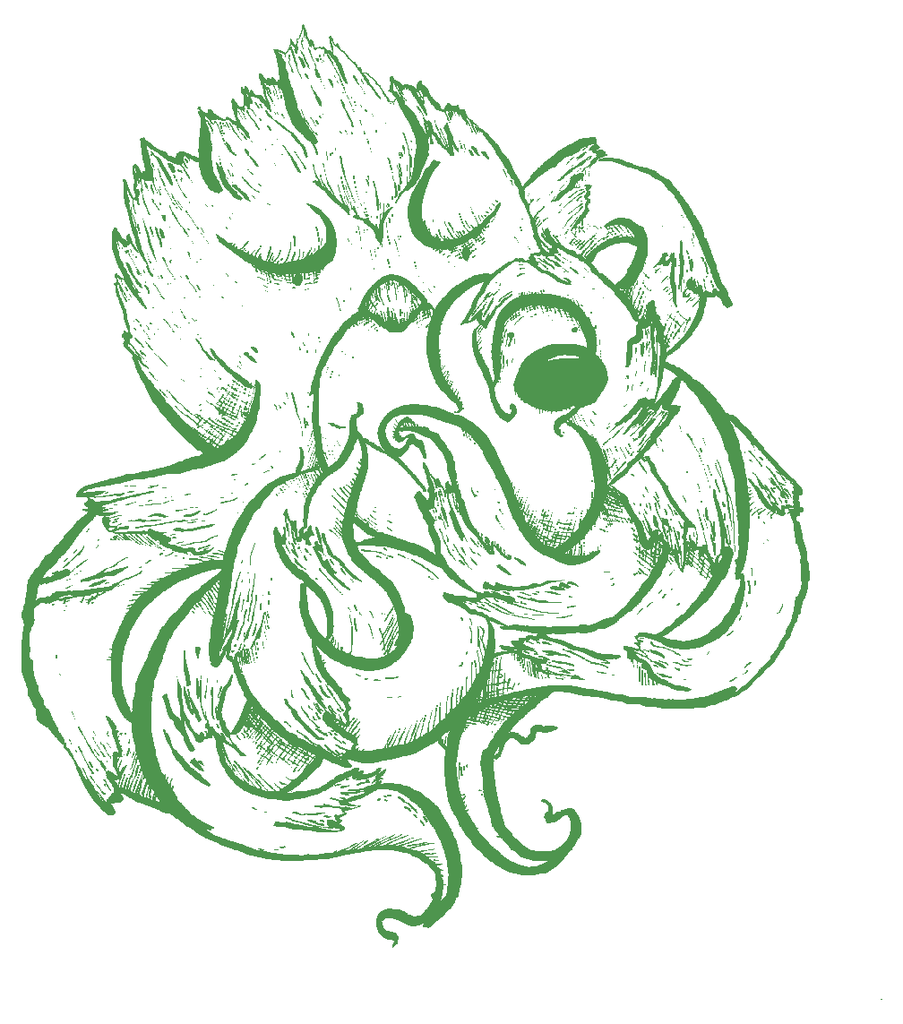
<source format=gto>
%MOIN*%
%OFA0B0*%
%FSLAX44Y44*%
%IPPOS*%
%LPD*%
%ADD10R,0.0015506123092315811X0.0030974960246757484*%
D10*
X00035525Y-00000084D02*
X00035564Y-00000084D01*
X00017360Y00001835D02*
X00017391Y00001835D01*
X00017360Y00001866D02*
X00017422Y00001866D01*
X00017360Y00001897D02*
X00017453Y00001897D01*
X00017360Y00001928D02*
X00017484Y00001928D01*
X00017391Y00001959D02*
X00017515Y00001959D01*
X00017391Y00001990D02*
X00017546Y00001990D01*
X00017391Y00002021D02*
X00017546Y00002021D01*
X00017422Y00002052D02*
X00017546Y00002052D01*
X00017422Y00002083D02*
X00017546Y00002083D01*
X00017360Y00002114D02*
X00017546Y00002114D01*
X00017143Y00002145D02*
X00017577Y00002145D01*
X00017081Y00002176D02*
X00017577Y00002176D01*
X00017019Y00002207D02*
X00017577Y00002207D01*
X00016988Y00002238D02*
X00017577Y00002238D01*
X00016957Y00002269D02*
X00017546Y00002269D01*
X00016926Y00002300D02*
X00017515Y00002300D01*
X00016895Y00002331D02*
X00017515Y00002331D01*
X00016864Y00002362D02*
X00017484Y00002362D01*
X00016864Y00002393D02*
X00017453Y00002393D01*
X00016833Y00002424D02*
X00017360Y00002424D01*
X00016833Y00002455D02*
X00017236Y00002455D01*
X00016833Y00002486D02*
X00017112Y00002486D01*
X00016802Y00002517D02*
X00017081Y00002517D01*
X00016802Y00002548D02*
X00017050Y00002548D01*
X00016802Y00002579D02*
X00017019Y00002579D01*
X00018663Y00002579D02*
X00018694Y00002579D01*
X00016771Y00002610D02*
X00017019Y00002610D01*
X00018477Y00002610D02*
X00018787Y00002610D01*
X00016771Y00002641D02*
X00017019Y00002641D01*
X00018011Y00002641D02*
X00018228Y00002641D01*
X00018477Y00002641D02*
X00018818Y00002641D01*
X00016771Y00002672D02*
X00016988Y00002672D01*
X00017918Y00002672D02*
X00018384Y00002672D01*
X00018508Y00002672D02*
X00018849Y00002672D01*
X00016771Y00002703D02*
X00016988Y00002703D01*
X00017856Y00002703D02*
X00018446Y00002703D01*
X00018539Y00002703D02*
X00018880Y00002703D01*
X00016771Y00002734D02*
X00016988Y00002734D01*
X00017794Y00002734D02*
X00018508Y00002734D01*
X00018539Y00002734D02*
X00018911Y00002734D01*
X00016771Y00002765D02*
X00016988Y00002765D01*
X00017732Y00002765D02*
X00018942Y00002765D01*
X00016771Y00002796D02*
X00016957Y00002796D01*
X00017670Y00002796D02*
X00018973Y00002796D01*
X00016771Y00002827D02*
X00016988Y00002827D01*
X00017639Y00002827D02*
X00019004Y00002827D01*
X00016771Y00002858D02*
X00017019Y00002858D01*
X00017577Y00002858D02*
X00019035Y00002858D01*
X00016771Y00002889D02*
X00017050Y00002889D01*
X00017484Y00002889D02*
X00019066Y00002889D01*
X00016771Y00002920D02*
X00017081Y00002920D01*
X00017391Y00002920D02*
X00019097Y00002920D01*
X00016802Y00002951D02*
X00019128Y00002951D01*
X00016802Y00002982D02*
X00019221Y00002982D01*
X00016802Y00003012D02*
X00018104Y00003012D01*
X00018259Y00003012D02*
X00019252Y00003012D01*
X00016833Y00003043D02*
X00018042Y00003043D01*
X00018415Y00003043D02*
X00019283Y00003043D01*
X00016833Y00003074D02*
X00017918Y00003074D01*
X00018446Y00003074D02*
X00019314Y00003074D01*
X00016864Y00003105D02*
X00017918Y00003105D01*
X00018508Y00003105D02*
X00019314Y00003105D01*
X00016895Y00003136D02*
X00017856Y00003136D01*
X00018539Y00003136D02*
X00019345Y00003136D01*
X00016926Y00003167D02*
X00017825Y00003167D01*
X00018570Y00003167D02*
X00019376Y00003167D01*
X00016988Y00003198D02*
X00017701Y00003198D01*
X00018570Y00003198D02*
X00019407Y00003198D01*
X00017050Y00003229D02*
X00017639Y00003229D01*
X00018601Y00003229D02*
X00019438Y00003229D01*
X00017112Y00003260D02*
X00017577Y00003260D01*
X00018632Y00003260D02*
X00019469Y00003260D01*
X00017143Y00003291D02*
X00017329Y00003291D01*
X00018663Y00003291D02*
X00019500Y00003291D01*
X00018663Y00003322D02*
X00019531Y00003322D01*
X00018694Y00003353D02*
X00019531Y00003353D01*
X00018725Y00003384D02*
X00019562Y00003384D01*
X00018725Y00003415D02*
X00019593Y00003415D01*
X00018756Y00003446D02*
X00019624Y00003446D01*
X00018756Y00003477D02*
X00019655Y00003477D01*
X00018787Y00003508D02*
X00019686Y00003508D01*
X00018818Y00003539D02*
X00019686Y00003539D01*
X00018818Y00003570D02*
X00019686Y00003570D01*
X00018849Y00003601D02*
X00019159Y00003601D01*
X00019190Y00003601D02*
X00019717Y00003601D01*
X00018849Y00003632D02*
X00019190Y00003632D01*
X00019221Y00003632D02*
X00019717Y00003632D01*
X00018818Y00003663D02*
X00019190Y00003663D01*
X00019252Y00003663D02*
X00019717Y00003663D01*
X00018818Y00003694D02*
X00019190Y00003694D01*
X00019283Y00003694D02*
X00019779Y00003694D01*
X00018787Y00003725D02*
X00019190Y00003725D01*
X00019314Y00003725D02*
X00019779Y00003725D01*
X00018787Y00003756D02*
X00019190Y00003756D01*
X00019314Y00003756D02*
X00019810Y00003756D01*
X00018787Y00003787D02*
X00019221Y00003787D01*
X00019345Y00003787D02*
X00019810Y00003787D01*
X00018787Y00003818D02*
X00019221Y00003818D01*
X00019345Y00003818D02*
X00019810Y00003818D01*
X00018818Y00003849D02*
X00019221Y00003849D01*
X00019345Y00003849D02*
X00019810Y00003849D01*
X00018880Y00003880D02*
X00019221Y00003880D01*
X00019376Y00003880D02*
X00019810Y00003880D01*
X00018911Y00003911D02*
X00019221Y00003911D01*
X00019376Y00003911D02*
X00019841Y00003911D01*
X00018942Y00003942D02*
X00019221Y00003942D01*
X00019376Y00003942D02*
X00019841Y00003942D01*
X00018973Y00003973D02*
X00019221Y00003973D01*
X00019407Y00003973D02*
X00019841Y00003973D01*
X00018973Y00004004D02*
X00019252Y00004004D01*
X00019407Y00004004D02*
X00019841Y00004004D01*
X00018973Y00004035D02*
X00019252Y00004035D01*
X00019407Y00004035D02*
X00019841Y00004035D01*
X00018973Y00004066D02*
X00019252Y00004066D01*
X00019407Y00004066D02*
X00019872Y00004066D01*
X00019004Y00004097D02*
X00019252Y00004097D01*
X00019407Y00004097D02*
X00019872Y00004097D01*
X00019004Y00004128D02*
X00019252Y00004128D01*
X00019438Y00004128D02*
X00019872Y00004128D01*
X00019004Y00004159D02*
X00019345Y00004159D01*
X00019438Y00004159D02*
X00019872Y00004159D01*
X00019004Y00004190D02*
X00019345Y00004190D01*
X00019438Y00004190D02*
X00019903Y00004190D01*
X00019004Y00004221D02*
X00019252Y00004221D01*
X00019438Y00004221D02*
X00019903Y00004221D01*
X00019004Y00004251D02*
X00019252Y00004251D01*
X00019438Y00004251D02*
X00019903Y00004251D01*
X00019004Y00004282D02*
X00019252Y00004282D01*
X00019438Y00004282D02*
X00019903Y00004282D01*
X00019004Y00004313D02*
X00019252Y00004313D01*
X00019438Y00004313D02*
X00019903Y00004313D01*
X00018973Y00004344D02*
X00019252Y00004344D01*
X00019438Y00004344D02*
X00019903Y00004344D01*
X00018973Y00004375D02*
X00019221Y00004375D01*
X00019438Y00004375D02*
X00019903Y00004375D01*
X00018973Y00004406D02*
X00019221Y00004406D01*
X00019438Y00004406D02*
X00019903Y00004406D01*
X00018973Y00004437D02*
X00019190Y00004437D01*
X00019438Y00004437D02*
X00019934Y00004437D01*
X00018942Y00004468D02*
X00019252Y00004468D01*
X00019438Y00004468D02*
X00019934Y00004468D01*
X00018942Y00004499D02*
X00019252Y00004499D01*
X00019469Y00004499D02*
X00019934Y00004499D01*
X00018942Y00004530D02*
X00019221Y00004530D01*
X00019469Y00004530D02*
X00019934Y00004530D01*
X00022136Y00004530D02*
X00022663Y00004530D01*
X00018942Y00004561D02*
X00019159Y00004561D01*
X00019469Y00004561D02*
X00019934Y00004561D01*
X00021981Y00004561D02*
X00022818Y00004561D01*
X00018911Y00004592D02*
X00019159Y00004592D01*
X00019438Y00004592D02*
X00019934Y00004592D01*
X00021919Y00004592D02*
X00023004Y00004592D01*
X00018911Y00004623D02*
X00019128Y00004623D01*
X00019438Y00004623D02*
X00019934Y00004623D01*
X00021826Y00004623D02*
X00023066Y00004623D01*
X00018911Y00004654D02*
X00019128Y00004654D01*
X00019438Y00004654D02*
X00019934Y00004654D01*
X00021702Y00004654D02*
X00023128Y00004654D01*
X00018880Y00004685D02*
X00019128Y00004685D01*
X00019438Y00004685D02*
X00019934Y00004685D01*
X00021609Y00004685D02*
X00023190Y00004685D01*
X00018849Y00004716D02*
X00019252Y00004716D01*
X00019438Y00004716D02*
X00019934Y00004716D01*
X00021547Y00004716D02*
X00023252Y00004716D01*
X00018818Y00004747D02*
X00019190Y00004747D01*
X00019438Y00004747D02*
X00019934Y00004747D01*
X00021485Y00004747D02*
X00023283Y00004747D01*
X00018787Y00004778D02*
X00019097Y00004778D01*
X00019438Y00004778D02*
X00019934Y00004778D01*
X00021423Y00004778D02*
X00023345Y00004778D01*
X00018756Y00004809D02*
X00019066Y00004809D01*
X00019438Y00004809D02*
X00019934Y00004809D01*
X00021392Y00004809D02*
X00023376Y00004809D01*
X00018725Y00004840D02*
X00019004Y00004840D01*
X00019407Y00004840D02*
X00019934Y00004840D01*
X00021330Y00004840D02*
X00022384Y00004840D01*
X00022508Y00004840D02*
X00023439Y00004840D01*
X00018725Y00004871D02*
X00019004Y00004871D01*
X00019407Y00004871D02*
X00019934Y00004871D01*
X00021268Y00004871D02*
X00022229Y00004871D01*
X00022756Y00004871D02*
X00023470Y00004871D01*
X00018694Y00004902D02*
X00019004Y00004902D01*
X00019035Y00004902D02*
X00019128Y00004902D01*
X00019407Y00004902D02*
X00019934Y00004902D01*
X00021206Y00004902D02*
X00022105Y00004902D01*
X00022818Y00004902D02*
X00023501Y00004902D01*
X00018663Y00004933D02*
X00018942Y00004933D01*
X00018973Y00004933D02*
X00019221Y00004933D01*
X00019407Y00004933D02*
X00019903Y00004933D01*
X00021144Y00004933D02*
X00022012Y00004933D01*
X00022911Y00004933D02*
X00023532Y00004933D01*
X00018570Y00004964D02*
X00018942Y00004964D01*
X00019407Y00004964D02*
X00019903Y00004964D01*
X00021113Y00004964D02*
X00021950Y00004964D01*
X00023004Y00004964D02*
X00023563Y00004964D01*
X00018539Y00004995D02*
X00018942Y00004995D01*
X00019407Y00004995D02*
X00019903Y00004995D01*
X00021082Y00004995D02*
X00021888Y00004995D01*
X00023066Y00004995D02*
X00023594Y00004995D01*
X00018508Y00005026D02*
X00018911Y00005026D01*
X00019376Y00005026D02*
X00019903Y00005026D01*
X00021051Y00005026D02*
X00021826Y00005026D01*
X00023097Y00005026D02*
X00023625Y00005026D01*
X00018446Y00005057D02*
X00018880Y00005057D01*
X00019376Y00005057D02*
X00019872Y00005057D01*
X00020989Y00005057D02*
X00021764Y00005057D01*
X00023128Y00005057D02*
X00023656Y00005057D01*
X00013204Y00005088D02*
X00014042Y00005088D01*
X00018415Y00005088D02*
X00018818Y00005088D01*
X00018880Y00005088D02*
X00019066Y00005088D01*
X00019376Y00005088D02*
X00019872Y00005088D01*
X00020958Y00005088D02*
X00021702Y00005088D01*
X00022570Y00005088D02*
X00023687Y00005088D01*
X00012863Y00005119D02*
X00014569Y00005119D01*
X00018384Y00005119D02*
X00018787Y00005119D01*
X00018880Y00005119D02*
X00018942Y00005119D01*
X00019345Y00005119D02*
X00019872Y00005119D01*
X00020927Y00005119D02*
X00021671Y00005119D01*
X00022446Y00005119D02*
X00023718Y00005119D01*
X00012615Y00005150D02*
X00015003Y00005150D01*
X00018353Y00005150D02*
X00018725Y00005150D01*
X00019345Y00005150D02*
X00019872Y00005150D01*
X00020896Y00005150D02*
X00021609Y00005150D01*
X00022322Y00005150D02*
X00023749Y00005150D01*
X00012491Y00005181D02*
X00015158Y00005181D01*
X00018290Y00005181D02*
X00018725Y00005181D01*
X00019345Y00005181D02*
X00019872Y00005181D01*
X00020865Y00005181D02*
X00021578Y00005181D01*
X00022229Y00005181D02*
X00023749Y00005181D01*
X00012336Y00005212D02*
X00015313Y00005212D01*
X00018197Y00005212D02*
X00018632Y00005212D01*
X00018663Y00005212D02*
X00019035Y00005212D01*
X00019314Y00005212D02*
X00019872Y00005212D01*
X00020802Y00005212D02*
X00021516Y00005212D01*
X00022136Y00005212D02*
X00023780Y00005212D01*
X00012181Y00005243D02*
X00015437Y00005243D01*
X00018104Y00005243D02*
X00018601Y00005243D01*
X00019314Y00005243D02*
X00019872Y00005243D01*
X00020771Y00005243D02*
X00021485Y00005243D01*
X00022105Y00005243D02*
X00023811Y00005243D01*
X00012026Y00005274D02*
X00013887Y00005274D01*
X00014073Y00005274D02*
X00015592Y00005274D01*
X00018073Y00005274D02*
X00018570Y00005274D01*
X00019314Y00005274D02*
X00019872Y00005274D01*
X00020740Y00005274D02*
X00021454Y00005274D01*
X00022074Y00005274D02*
X00023842Y00005274D01*
X00011933Y00005305D02*
X00013267Y00005305D01*
X00014197Y00005305D02*
X00014259Y00005305D01*
X00014631Y00005305D02*
X00015778Y00005305D01*
X00018011Y00005305D02*
X00018880Y00005305D01*
X00019314Y00005305D02*
X00019872Y00005305D01*
X00020709Y00005305D02*
X00021392Y00005305D01*
X00022012Y00005305D02*
X00023873Y00005305D01*
X00011871Y00005336D02*
X00013049Y00005336D01*
X00014817Y00005336D02*
X00015934Y00005336D01*
X00017918Y00005336D02*
X00018477Y00005336D01*
X00018570Y00005336D02*
X00018632Y00005336D01*
X00018663Y00005336D02*
X00018756Y00005336D01*
X00018818Y00005336D02*
X00018973Y00005336D01*
X00019283Y00005336D02*
X00019841Y00005336D01*
X00020678Y00005336D02*
X00021361Y00005336D01*
X00021981Y00005336D02*
X00023873Y00005336D01*
X00011778Y00005367D02*
X00012801Y00005367D01*
X00015158Y00005367D02*
X00016182Y00005367D01*
X00017732Y00005367D02*
X00018415Y00005367D01*
X00019283Y00005367D02*
X00019841Y00005367D01*
X00020647Y00005367D02*
X00021330Y00005367D01*
X00021950Y00005367D02*
X00023904Y00005367D01*
X00011685Y00005398D02*
X00012677Y00005398D01*
X00015189Y00005398D02*
X00015282Y00005398D01*
X00015313Y00005398D02*
X00016306Y00005398D01*
X00017577Y00005398D02*
X00018508Y00005398D01*
X00019283Y00005398D02*
X00019841Y00005398D01*
X00020616Y00005398D02*
X00021299Y00005398D01*
X00021919Y00005398D02*
X00023935Y00005398D01*
X00011623Y00005429D02*
X00012553Y00005429D01*
X00015251Y00005429D02*
X00015282Y00005429D01*
X00015375Y00005429D02*
X00016585Y00005429D01*
X00017422Y00005429D02*
X00018290Y00005429D01*
X00018415Y00005429D02*
X00018631Y00005429D01*
X00019283Y00005429D02*
X00019810Y00005429D01*
X00020585Y00005429D02*
X00021268Y00005429D01*
X00021857Y00005429D02*
X00022632Y00005429D01*
X00023283Y00005429D02*
X00023966Y00005429D01*
X00011530Y00005460D02*
X00012460Y00005460D01*
X00013080Y00005460D02*
X00013235Y00005460D01*
X00015282Y00005460D02*
X00015313Y00005460D01*
X00015437Y00005460D02*
X00015561Y00005460D01*
X00015685Y00005460D02*
X00016957Y00005460D01*
X00017174Y00005460D02*
X00018228Y00005460D01*
X00018539Y00005460D02*
X00018756Y00005460D01*
X00019252Y00005460D02*
X00019810Y00005460D01*
X00020554Y00005460D02*
X00021237Y00005460D01*
X00021826Y00005460D02*
X00022539Y00005460D01*
X00023376Y00005460D02*
X00023997Y00005460D01*
X00011468Y00005490D02*
X00012274Y00005490D01*
X00012429Y00005490D02*
X00012584Y00005490D01*
X00012956Y00005490D02*
X00013111Y00005490D01*
X00015468Y00005490D02*
X00015623Y00005490D01*
X00015747Y00005490D02*
X00015841Y00005490D01*
X00015872Y00005490D02*
X00018104Y00005490D01*
X00018694Y00005490D02*
X00018880Y00005490D01*
X00019252Y00005490D02*
X00019810Y00005490D01*
X00020523Y00005490D02*
X00021206Y00005490D01*
X00021764Y00005490D02*
X00022477Y00005490D01*
X00023439Y00005490D02*
X00024028Y00005490D01*
X00011375Y00005521D02*
X00012181Y00005521D01*
X00012367Y00005521D02*
X00012491Y00005521D01*
X00015561Y00005521D02*
X00015685Y00005521D01*
X00015810Y00005521D02*
X00015872Y00005521D01*
X00015934Y00005521D02*
X00016058Y00005521D01*
X00016120Y00005521D02*
X00018042Y00005521D01*
X00018880Y00005521D02*
X00018911Y00005521D01*
X00019252Y00005521D02*
X00019810Y00005521D01*
X00020492Y00005521D02*
X00021175Y00005521D01*
X00021764Y00005521D02*
X00022415Y00005521D01*
X00023470Y00005521D02*
X00024059Y00005521D01*
X00011282Y00005552D02*
X00012119Y00005552D01*
X00013204Y00005552D02*
X00013298Y00005552D01*
X00015654Y00005552D02*
X00015747Y00005552D01*
X00015872Y00005552D02*
X00015934Y00005552D01*
X00016027Y00005552D02*
X00016089Y00005552D01*
X00016213Y00005552D02*
X00017887Y00005552D01*
X00018011Y00005552D02*
X00018166Y00005552D01*
X00019221Y00005552D02*
X00019810Y00005552D01*
X00020461Y00005552D02*
X00021113Y00005552D01*
X00021733Y00005552D02*
X00022384Y00005552D01*
X00023532Y00005552D02*
X00024059Y00005552D01*
X00011189Y00005583D02*
X00011995Y00005583D01*
X00013173Y00005583D02*
X00013204Y00005583D01*
X00013235Y00005583D02*
X00013360Y00005583D01*
X00015747Y00005583D02*
X00015810Y00005583D01*
X00015903Y00005583D02*
X00015965Y00005583D01*
X00016058Y00005583D02*
X00016151Y00005583D01*
X00016275Y00005583D02*
X00017794Y00005583D01*
X00018104Y00005583D02*
X00018259Y00005583D01*
X00019221Y00005583D02*
X00019779Y00005583D01*
X00020430Y00005583D02*
X00021113Y00005583D01*
X00021702Y00005583D02*
X00022322Y00005583D01*
X00023563Y00005583D02*
X00024090Y00005583D01*
X00011096Y00005614D02*
X00011902Y00005614D01*
X00013329Y00005614D02*
X00013359Y00005614D01*
X00015778Y00005614D02*
X00015872Y00005614D01*
X00015965Y00005614D02*
X00016027Y00005614D01*
X00016120Y00005614D02*
X00016182Y00005614D01*
X00016306Y00005614D02*
X00016461Y00005614D01*
X00016554Y00005614D02*
X00016678Y00005614D01*
X00016709Y00005614D02*
X00017701Y00005614D01*
X00017887Y00005614D02*
X00018042Y00005614D01*
X00018228Y00005614D02*
X00018415Y00005614D01*
X00019221Y00005614D02*
X00019779Y00005614D01*
X00020399Y00005614D02*
X00021051Y00005614D01*
X00021702Y00005614D02*
X00022260Y00005614D01*
X00023625Y00005614D02*
X00024121Y00005614D01*
X00011003Y00005645D02*
X00011840Y00005645D01*
X00015841Y00005645D02*
X00015934Y00005645D01*
X00016027Y00005645D02*
X00016089Y00005645D01*
X00016182Y00005645D02*
X00016213Y00005645D01*
X00016368Y00005645D02*
X00016554Y00005645D01*
X00016585Y00005645D02*
X00016709Y00005645D01*
X00016771Y00005645D02*
X00016864Y00005645D01*
X00017019Y00005645D02*
X00017484Y00005645D01*
X00017608Y00005645D02*
X00017763Y00005645D01*
X00017918Y00005645D02*
X00018259Y00005645D01*
X00018353Y00005645D02*
X00018570Y00005645D01*
X00019190Y00005645D02*
X00019779Y00005645D01*
X00020368Y00005645D02*
X00021020Y00005645D01*
X00021671Y00005645D02*
X00022198Y00005645D01*
X00023656Y00005645D02*
X00024152Y00005645D01*
X00010941Y00005676D02*
X00011778Y00005676D01*
X00015903Y00005676D02*
X00015965Y00005676D01*
X00016058Y00005676D02*
X00016120Y00005676D01*
X00016213Y00005676D02*
X00016275Y00005676D01*
X00016430Y00005676D02*
X00016616Y00005676D01*
X00016678Y00005676D02*
X00016771Y00005676D01*
X00016833Y00005676D02*
X00016957Y00005676D01*
X00017112Y00005676D02*
X00017205Y00005676D01*
X00017391Y00005676D02*
X00017546Y00005676D01*
X00017701Y00005676D02*
X00017856Y00005676D01*
X00018104Y00005676D02*
X00018415Y00005676D01*
X00018446Y00005676D02*
X00018477Y00005676D01*
X00018508Y00005676D02*
X00018725Y00005676D01*
X00019190Y00005676D02*
X00019779Y00005676D01*
X00020337Y00005676D02*
X00020989Y00005676D01*
X00021640Y00005676D02*
X00022167Y00005676D01*
X00023687Y00005676D02*
X00024152Y00005676D01*
X00010879Y00005707D02*
X00011654Y00005707D01*
X00015965Y00005707D02*
X00016027Y00005707D01*
X00016120Y00005707D02*
X00016151Y00005707D01*
X00016275Y00005707D02*
X00016337Y00005707D01*
X00016492Y00005707D02*
X00016678Y00005707D01*
X00016709Y00005707D02*
X00016833Y00005707D01*
X00016895Y00005707D02*
X00017019Y00005707D01*
X00017174Y00005707D02*
X00017267Y00005707D01*
X00017484Y00005707D02*
X00017670Y00005707D01*
X00017825Y00005707D02*
X00017980Y00005707D01*
X00018353Y00005707D02*
X00018539Y00005707D01*
X00018663Y00005707D02*
X00018911Y00005707D01*
X00019190Y00005707D02*
X00019748Y00005707D01*
X00020337Y00005707D02*
X00020958Y00005707D01*
X00021578Y00005707D02*
X00022136Y00005707D01*
X00023718Y00005707D02*
X00024183Y00005707D01*
X00010817Y00005738D02*
X00011530Y00005738D01*
X00016151Y00005738D02*
X00016213Y00005738D01*
X00016306Y00005738D02*
X00016368Y00005738D01*
X00016554Y00005738D02*
X00016740Y00005738D01*
X00016802Y00005738D02*
X00016895Y00005738D01*
X00016988Y00005738D02*
X00017081Y00005738D01*
X00017236Y00005738D02*
X00017329Y00005738D01*
X00017608Y00005738D02*
X00017763Y00005738D01*
X00017918Y00005738D02*
X00018073Y00005738D01*
X00018508Y00005738D02*
X00018632Y00005738D01*
X00019159Y00005738D02*
X00019748Y00005738D01*
X00020306Y00005738D02*
X00020927Y00005738D01*
X00021547Y00005738D02*
X00022105Y00005738D01*
X00023749Y00005738D02*
X00024183Y00005738D01*
X00010724Y00005769D02*
X00011437Y00005769D01*
X00016213Y00005769D02*
X00016244Y00005769D01*
X00016337Y00005769D02*
X00016399Y00005769D01*
X00016616Y00005769D02*
X00016771Y00005769D01*
X00016864Y00005769D02*
X00016957Y00005769D01*
X00017050Y00005769D02*
X00017143Y00005769D01*
X00017298Y00005769D02*
X00017391Y00005769D01*
X00017701Y00005769D02*
X00017825Y00005769D01*
X00018011Y00005769D02*
X00018135Y00005769D01*
X00019159Y00005769D02*
X00019748Y00005769D01*
X00020275Y00005769D02*
X00020896Y00005769D01*
X00021516Y00005769D02*
X00022074Y00005769D01*
X00023780Y00005769D02*
X00024214Y00005769D01*
X00010661Y00005800D02*
X00011313Y00005800D01*
X00016244Y00005800D02*
X00016275Y00005800D01*
X00016399Y00005800D02*
X00016430Y00005800D01*
X00016678Y00005800D02*
X00016709Y00005800D01*
X00016771Y00005800D02*
X00016833Y00005800D01*
X00016957Y00005800D02*
X00017019Y00005800D01*
X00017143Y00005800D02*
X00017205Y00005800D01*
X00017391Y00005800D02*
X00017484Y00005800D01*
X00017794Y00005800D02*
X00017918Y00005800D01*
X00018135Y00005800D02*
X00018259Y00005800D01*
X00019159Y00005800D02*
X00019748Y00005800D01*
X00020275Y00005800D02*
X00020865Y00005800D01*
X00021485Y00005800D02*
X00022043Y00005800D01*
X00023811Y00005800D02*
X00024214Y00005800D01*
X00010568Y00005831D02*
X00011220Y00005831D01*
X00016709Y00005831D02*
X00016771Y00005831D01*
X00016802Y00005831D02*
X00016864Y00005831D01*
X00017019Y00005831D02*
X00017081Y00005831D01*
X00017205Y00005831D02*
X00017298Y00005831D01*
X00017453Y00005831D02*
X00017546Y00005831D01*
X00017887Y00005831D02*
X00017949Y00005831D01*
X00018228Y00005831D02*
X00018352Y00005831D01*
X00019128Y00005831D02*
X00019717Y00005831D01*
X00020244Y00005831D02*
X00020833Y00005831D01*
X00021454Y00005831D02*
X00022012Y00005831D01*
X00023842Y00005831D02*
X00024245Y00005831D01*
X00010506Y00005862D02*
X00011158Y00005862D01*
X00016771Y00005862D02*
X00016833Y00005862D01*
X00016895Y00005862D02*
X00016926Y00005862D01*
X00017081Y00005862D02*
X00017143Y00005862D01*
X00017267Y00005862D02*
X00017360Y00005862D01*
X00017546Y00005862D02*
X00017608Y00005862D01*
X00017949Y00005862D02*
X00018011Y00005862D01*
X00018353Y00005862D02*
X00018446Y00005862D01*
X00019097Y00005862D02*
X00019717Y00005862D01*
X00020213Y00005862D02*
X00020802Y00005862D01*
X00021454Y00005862D02*
X00021981Y00005862D01*
X00023873Y00005862D02*
X00024245Y00005862D01*
X00010444Y00005893D02*
X00011064Y00005893D01*
X00016523Y00005893D02*
X00016554Y00005893D01*
X00016926Y00005893D02*
X00016957Y00005893D01*
X00017143Y00005893D02*
X00017205Y00005893D01*
X00017329Y00005893D02*
X00017422Y00005893D01*
X00017577Y00005893D02*
X00017670Y00005893D01*
X00018011Y00005893D02*
X00018073Y00005893D01*
X00019097Y00005893D02*
X00019717Y00005893D01*
X00020182Y00005893D02*
X00020771Y00005893D01*
X00021423Y00005893D02*
X00021950Y00005893D01*
X00023873Y00005893D02*
X00024276Y00005893D01*
X00010382Y00005924D02*
X00011002Y00005924D01*
X00016957Y00005924D02*
X00017019Y00005924D01*
X00017174Y00005924D02*
X00017267Y00005924D01*
X00017391Y00005924D02*
X00017484Y00005924D01*
X00017639Y00005924D02*
X00017732Y00005924D01*
X00018073Y00005924D02*
X00018135Y00005924D01*
X00019097Y00005924D02*
X00019686Y00005924D01*
X00020182Y00005924D02*
X00020771Y00005924D01*
X00021392Y00005924D02*
X00021919Y00005924D01*
X00023904Y00005924D02*
X00024307Y00005924D01*
X00010351Y00005955D02*
X00010941Y00005955D01*
X00017019Y00005955D02*
X00017050Y00005955D01*
X00017236Y00005955D02*
X00017298Y00005955D01*
X00017453Y00005955D02*
X00017546Y00005955D01*
X00017701Y00005955D02*
X00017794Y00005955D01*
X00019066Y00005955D02*
X00019655Y00005955D01*
X00020151Y00005955D02*
X00020740Y00005955D01*
X00021268Y00005955D02*
X00021299Y00005955D01*
X00021330Y00005955D02*
X00021888Y00005955D01*
X00023904Y00005955D02*
X00024307Y00005955D01*
X00010289Y00005986D02*
X00010848Y00005986D01*
X00017081Y00005986D02*
X00017112Y00005986D01*
X00017298Y00005986D02*
X00017360Y00005986D01*
X00017546Y00005986D02*
X00017608Y00005986D01*
X00017794Y00005986D02*
X00017887Y00005986D01*
X00019066Y00005986D02*
X00019655Y00005986D01*
X00020120Y00005986D02*
X00020709Y00005986D01*
X00021237Y00005986D02*
X00021299Y00005986D01*
X00021330Y00005986D02*
X00021857Y00005986D01*
X00023935Y00005986D02*
X00024338Y00005986D01*
X00010227Y00006017D02*
X00010755Y00006017D01*
X00017360Y00006017D02*
X00017422Y00006017D01*
X00017639Y00006017D02*
X00017670Y00006017D01*
X00017887Y00006017D02*
X00017949Y00006017D01*
X00019035Y00006017D02*
X00019624Y00006017D01*
X00020089Y00006017D02*
X00020678Y00006017D01*
X00021330Y00006017D02*
X00021826Y00006017D01*
X00023935Y00006017D02*
X00024338Y00006017D01*
X00010165Y00006048D02*
X00010692Y00006048D01*
X00017422Y00006048D02*
X00017453Y00006048D01*
X00017670Y00006048D02*
X00017701Y00006048D01*
X00019035Y00006048D02*
X00019624Y00006048D01*
X00020058Y00006048D02*
X00020647Y00006048D01*
X00021299Y00006048D02*
X00021826Y00006048D01*
X00023966Y00006048D02*
X00024369Y00006048D01*
X00010134Y00006079D02*
X00010630Y00006079D01*
X00019004Y00006079D02*
X00019624Y00006079D01*
X00020058Y00006079D02*
X00020616Y00006079D01*
X00021299Y00006079D02*
X00021795Y00006079D01*
X00023966Y00006079D02*
X00024369Y00006079D01*
X00010072Y00006110D02*
X00010568Y00006110D01*
X00019004Y00006110D02*
X00019593Y00006110D01*
X00020027Y00006110D02*
X00020585Y00006110D01*
X00021268Y00006110D02*
X00021764Y00006110D01*
X00023966Y00006110D02*
X00024369Y00006110D01*
X00010041Y00006141D02*
X00010537Y00006141D01*
X00014538Y00006141D02*
X00015313Y00006141D01*
X00018973Y00006141D02*
X00019562Y00006141D01*
X00020027Y00006141D02*
X00020585Y00006141D01*
X00021237Y00006141D02*
X00021733Y00006141D01*
X00023966Y00006141D02*
X00024369Y00006141D01*
X00009979Y00006172D02*
X00010475Y00006172D01*
X00014352Y00006172D02*
X00015468Y00006172D01*
X00018942Y00006172D02*
X00019531Y00006172D01*
X00019996Y00006172D02*
X00020554Y00006172D01*
X00021175Y00006172D02*
X00021702Y00006172D01*
X00023997Y00006172D02*
X00024369Y00006172D01*
X00009948Y00006203D02*
X00010444Y00006203D01*
X00010537Y00006203D02*
X00010599Y00006203D01*
X00014011Y00006203D02*
X00015065Y00006203D01*
X00015375Y00006203D02*
X00015530Y00006203D01*
X00018942Y00006203D02*
X00019531Y00006203D01*
X00019965Y00006203D02*
X00020523Y00006203D01*
X00021144Y00006203D02*
X00021671Y00006203D01*
X00023997Y00006203D02*
X00024369Y00006203D01*
X00009886Y00006234D02*
X00010599Y00006234D01*
X00013639Y00006234D02*
X00014879Y00006234D01*
X00015375Y00006234D02*
X00015561Y00006234D01*
X00018911Y00006234D02*
X00019531Y00006234D01*
X00019965Y00006234D02*
X00020523Y00006234D01*
X00021144Y00006234D02*
X00021640Y00006234D01*
X00023997Y00006234D02*
X00024369Y00006234D01*
X00009855Y00006265D02*
X00010599Y00006265D01*
X00010630Y00006265D02*
X00010724Y00006265D01*
X00013484Y00006265D02*
X00014724Y00006265D01*
X00014972Y00006265D02*
X00015158Y00006265D01*
X00015220Y00006265D02*
X00015592Y00006265D01*
X00018880Y00006265D02*
X00019500Y00006265D01*
X00019934Y00006265D02*
X00020554Y00006265D01*
X00021113Y00006265D02*
X00021609Y00006265D01*
X00023997Y00006265D02*
X00024369Y00006265D01*
X00009793Y00006296D02*
X00010724Y00006296D01*
X00013391Y00006296D02*
X00014600Y00006296D01*
X00014693Y00006296D02*
X00014724Y00006296D01*
X00014755Y00006296D02*
X00015592Y00006296D01*
X00018880Y00006296D02*
X00019469Y00006296D01*
X00019934Y00006296D02*
X00020492Y00006296D01*
X00021113Y00006296D02*
X00021578Y00006296D01*
X00023997Y00006296D02*
X00024369Y00006296D01*
X00009762Y00006327D02*
X00010692Y00006327D01*
X00013267Y00006327D02*
X00014321Y00006327D01*
X00014569Y00006327D02*
X00014879Y00006327D01*
X00015065Y00006327D02*
X00015561Y00006327D01*
X00018849Y00006327D02*
X00019469Y00006327D01*
X00019903Y00006327D02*
X00020461Y00006327D01*
X00021082Y00006327D02*
X00021578Y00006327D01*
X00023997Y00006327D02*
X00024369Y00006327D01*
X00009700Y00006358D02*
X00010630Y00006358D01*
X00013018Y00006358D02*
X00014166Y00006358D01*
X00014383Y00006358D02*
X00014662Y00006358D01*
X00015003Y00006358D02*
X00015530Y00006358D01*
X00018818Y00006358D02*
X00019469Y00006358D01*
X00019872Y00006358D02*
X00020430Y00006358D01*
X00021051Y00006358D02*
X00021547Y00006358D01*
X00023997Y00006358D02*
X00024369Y00006358D01*
X00009669Y00006389D02*
X00010568Y00006389D01*
X00012925Y00006389D02*
X00014042Y00006389D01*
X00014228Y00006389D02*
X00014507Y00006389D01*
X00014693Y00006389D02*
X00014817Y00006389D01*
X00014972Y00006389D02*
X00015468Y00006389D01*
X00018508Y00006389D02*
X00018539Y00006389D01*
X00018818Y00006389D02*
X00019438Y00006389D01*
X00019872Y00006389D02*
X00020430Y00006389D01*
X00021051Y00006389D02*
X00021547Y00006389D01*
X00023997Y00006389D02*
X00024369Y00006389D01*
X00009638Y00006420D02*
X00010506Y00006420D01*
X00012956Y00006420D02*
X00013887Y00006420D01*
X00014104Y00006420D02*
X00014352Y00006420D01*
X00014569Y00006420D02*
X00014817Y00006420D01*
X00014941Y00006420D02*
X00015437Y00006420D01*
X00018477Y00006420D02*
X00018539Y00006420D01*
X00018787Y00006420D02*
X00019438Y00006420D01*
X00019841Y00006420D02*
X00020399Y00006420D01*
X00021051Y00006420D02*
X00021516Y00006420D01*
X00023997Y00006420D02*
X00024369Y00006420D01*
X00009576Y00006451D02*
X00010444Y00006451D01*
X00012956Y00006451D02*
X00013670Y00006451D01*
X00014011Y00006451D02*
X00014228Y00006451D01*
X00014476Y00006451D02*
X00014693Y00006451D01*
X00014724Y00006451D02*
X00014786Y00006451D01*
X00014910Y00006451D02*
X00015375Y00006451D01*
X00018446Y00006451D02*
X00018508Y00006451D01*
X00018756Y00006451D02*
X00019407Y00006451D01*
X00019841Y00006451D02*
X00020399Y00006451D01*
X00021051Y00006451D02*
X00021516Y00006451D01*
X00023997Y00006451D02*
X00024369Y00006451D01*
X00009545Y00006482D02*
X00010382Y00006482D01*
X00012987Y00006482D02*
X00013577Y00006482D01*
X00013918Y00006482D02*
X00014104Y00006482D01*
X00014383Y00006482D02*
X00014569Y00006482D01*
X00014910Y00006482D02*
X00015406Y00006482D01*
X00018415Y00006482D02*
X00018508Y00006482D01*
X00018756Y00006482D02*
X00019407Y00006482D01*
X00019810Y00006482D02*
X00020368Y00006482D01*
X00021020Y00006482D02*
X00021516Y00006482D01*
X00023097Y00006482D02*
X00023252Y00006482D01*
X00023997Y00006482D02*
X00024369Y00006482D01*
X00009483Y00006513D02*
X00010320Y00006513D01*
X00012987Y00006513D02*
X00013142Y00006513D01*
X00013391Y00006513D02*
X00013453Y00006513D01*
X00013763Y00006513D02*
X00013980Y00006513D01*
X00014290Y00006513D02*
X00014507Y00006513D01*
X00014755Y00006513D02*
X00014817Y00006513D01*
X00014910Y00006513D02*
X00015437Y00006513D01*
X00018384Y00006513D02*
X00018477Y00006513D01*
X00018601Y00006513D02*
X00018632Y00006513D01*
X00018725Y00006513D02*
X00019376Y00006513D01*
X00019810Y00006513D02*
X00020337Y00006513D01*
X00021020Y00006513D02*
X00021516Y00006513D01*
X00023097Y00006513D02*
X00023408Y00006513D01*
X00023997Y00006513D02*
X00024338Y00006513D01*
X00009452Y00006544D02*
X00010258Y00006544D01*
X00013639Y00006544D02*
X00013856Y00006544D01*
X00014228Y00006544D02*
X00014507Y00006544D01*
X00014662Y00006544D02*
X00014817Y00006544D01*
X00014910Y00006544D02*
X00015220Y00006544D01*
X00015282Y00006544D02*
X00015468Y00006544D01*
X00018384Y00006544D02*
X00018446Y00006544D01*
X00018601Y00006544D02*
X00018663Y00006544D01*
X00018725Y00006544D02*
X00019345Y00006544D01*
X00019779Y00006544D02*
X00020306Y00006544D01*
X00021020Y00006544D02*
X00021485Y00006544D01*
X00023066Y00006544D02*
X00023470Y00006544D01*
X00023997Y00006544D02*
X00024338Y00006544D01*
X00009421Y00006575D02*
X00010196Y00006575D01*
X00013577Y00006575D02*
X00013701Y00006575D01*
X00014197Y00006575D02*
X00014383Y00006575D01*
X00014662Y00006575D02*
X00014786Y00006575D01*
X00014910Y00006575D02*
X00015127Y00006575D01*
X00015251Y00006575D02*
X00015468Y00006575D01*
X00018384Y00006575D02*
X00018415Y00006575D01*
X00018570Y00006575D02*
X00018632Y00006575D01*
X00018694Y00006575D02*
X00019345Y00006575D01*
X00019779Y00006575D02*
X00020306Y00006575D01*
X00021020Y00006575D02*
X00021485Y00006575D01*
X00023066Y00006575D02*
X00023501Y00006575D01*
X00023966Y00006575D02*
X00024338Y00006575D01*
X00009390Y00006606D02*
X00010134Y00006606D01*
X00013484Y00006606D02*
X00013608Y00006606D01*
X00015220Y00006606D02*
X00015406Y00006606D01*
X00018539Y00006606D02*
X00018632Y00006606D01*
X00018663Y00006606D02*
X00019314Y00006606D01*
X00019748Y00006606D02*
X00020275Y00006606D01*
X00021020Y00006606D02*
X00021485Y00006606D01*
X00023066Y00006606D02*
X00023563Y00006606D01*
X00023966Y00006606D02*
X00024307Y00006606D01*
X00009297Y00006637D02*
X00010072Y00006637D01*
X00013391Y00006637D02*
X00013577Y00006637D01*
X00015220Y00006637D02*
X00015375Y00006637D01*
X00018539Y00006637D02*
X00018601Y00006637D01*
X00018663Y00006637D02*
X00019283Y00006637D01*
X00019748Y00006637D02*
X00020275Y00006637D01*
X00021020Y00006637D02*
X00021454Y00006637D01*
X00023035Y00006637D02*
X00023594Y00006637D01*
X00023966Y00006637D02*
X00024307Y00006637D01*
X00009266Y00006668D02*
X00010041Y00006668D01*
X00013360Y00006668D02*
X00013484Y00006668D01*
X00014879Y00006668D02*
X00015003Y00006668D01*
X00015220Y00006668D02*
X00015406Y00006668D01*
X00018228Y00006668D02*
X00018290Y00006668D01*
X00018508Y00006668D02*
X00018570Y00006668D01*
X00018632Y00006668D02*
X00019283Y00006668D01*
X00019717Y00006668D02*
X00020244Y00006668D01*
X00020989Y00006668D02*
X00021454Y00006668D01*
X00023004Y00006668D02*
X00023656Y00006668D01*
X00023935Y00006668D02*
X00024307Y00006668D01*
X00009235Y00006699D02*
X00010010Y00006699D01*
X00014786Y00006699D02*
X00015065Y00006699D01*
X00015189Y00006699D02*
X00015468Y00006699D01*
X00018197Y00006699D02*
X00018259Y00006699D01*
X00018508Y00006699D02*
X00018570Y00006699D01*
X00018601Y00006699D02*
X00019252Y00006699D01*
X00019717Y00006699D02*
X00020244Y00006699D01*
X00020989Y00006699D02*
X00021454Y00006699D01*
X00023004Y00006699D02*
X00023687Y00006699D01*
X00023904Y00006699D02*
X00024276Y00006699D01*
X00009204Y00006729D02*
X00009979Y00006729D01*
X00014817Y00006729D02*
X00014941Y00006729D01*
X00015189Y00006729D02*
X00015530Y00006729D01*
X00018166Y00006729D02*
X00018228Y00006729D01*
X00018601Y00006729D02*
X00019252Y00006729D01*
X00019686Y00006729D02*
X00020213Y00006729D01*
X00020989Y00006729D02*
X00021454Y00006729D01*
X00023035Y00006729D02*
X00023749Y00006729D01*
X00023904Y00006729D02*
X00024276Y00006729D01*
X00006816Y00006760D02*
X00006909Y00006760D01*
X00009173Y00006760D02*
X00009948Y00006760D01*
X00015189Y00006760D02*
X00015561Y00006760D01*
X00018135Y00006760D02*
X00018228Y00006760D01*
X00018570Y00006760D02*
X00019221Y00006760D01*
X00019686Y00006760D02*
X00020213Y00006760D01*
X00020958Y00006760D02*
X00021423Y00006760D01*
X00023035Y00006760D02*
X00023780Y00006760D01*
X00023873Y00006760D02*
X00024276Y00006760D01*
X00006754Y00006791D02*
X00006971Y00006791D01*
X00009111Y00006791D02*
X00009886Y00006791D01*
X00013887Y00006791D02*
X00014104Y00006791D01*
X00014197Y00006791D02*
X00014569Y00006791D01*
X00015220Y00006791D02*
X00015282Y00006791D01*
X00015375Y00006791D02*
X00015623Y00006791D01*
X00018135Y00006791D02*
X00018197Y00006791D01*
X00018539Y00006791D02*
X00019221Y00006791D01*
X00019655Y00006791D02*
X00020182Y00006791D01*
X00020958Y00006791D02*
X00021423Y00006791D01*
X00023035Y00006791D02*
X00024245Y00006791D01*
X00006723Y00006822D02*
X00007002Y00006822D01*
X00009080Y00006822D02*
X00009855Y00006822D01*
X00013763Y00006822D02*
X00013949Y00006822D01*
X00014042Y00006822D02*
X00014693Y00006822D01*
X00015499Y00006822D02*
X00015654Y00006822D01*
X00018539Y00006822D02*
X00019190Y00006822D01*
X00019624Y00006822D02*
X00020182Y00006822D01*
X00020958Y00006822D02*
X00021423Y00006822D01*
X00023035Y00006822D02*
X00023314Y00006822D01*
X00023376Y00006822D02*
X00024214Y00006822D01*
X00006692Y00006853D02*
X00007033Y00006853D01*
X00008894Y00006853D02*
X00009824Y00006853D01*
X00013639Y00006853D02*
X00013887Y00006853D01*
X00014538Y00006853D02*
X00014848Y00006853D01*
X00015561Y00006853D02*
X00015654Y00006853D01*
X00018259Y00006853D02*
X00018290Y00006853D01*
X00018508Y00006853D02*
X00019190Y00006853D01*
X00019624Y00006853D02*
X00020151Y00006853D01*
X00020958Y00006853D02*
X00021392Y00006853D01*
X00023066Y00006853D02*
X00023314Y00006853D01*
X00023439Y00006853D02*
X00024214Y00006853D01*
X00006661Y00006884D02*
X00007033Y00006884D01*
X00008801Y00006884D02*
X00009793Y00006884D01*
X00012584Y00006884D02*
X00012677Y00006884D01*
X00013670Y00006884D02*
X00013825Y00006884D01*
X00015499Y00006884D02*
X00015561Y00006884D01*
X00018228Y00006884D02*
X00018290Y00006884D01*
X00018508Y00006884D02*
X00019159Y00006884D01*
X00019624Y00006884D02*
X00020120Y00006884D01*
X00020927Y00006884D02*
X00021392Y00006884D01*
X00023097Y00006884D02*
X00023314Y00006884D01*
X00023470Y00006884D02*
X00024183Y00006884D01*
X00006599Y00006915D02*
X00007033Y00006915D01*
X00008739Y00006915D02*
X00009762Y00006915D01*
X00015499Y00006915D02*
X00015592Y00006915D01*
X00017980Y00006915D02*
X00018042Y00006915D01*
X00018197Y00006915D02*
X00018259Y00006915D01*
X00018477Y00006915D02*
X00019128Y00006915D01*
X00019593Y00006915D02*
X00020151Y00006915D01*
X00020927Y00006915D02*
X00021392Y00006915D01*
X00023159Y00006915D02*
X00023314Y00006915D01*
X00023625Y00006915D02*
X00024152Y00006915D01*
X00006568Y00006946D02*
X00007002Y00006946D01*
X00008677Y00006946D02*
X00009731Y00006946D01*
X00015468Y00006946D02*
X00015716Y00006946D01*
X00017949Y00006946D02*
X00018042Y00006946D01*
X00018166Y00006946D02*
X00018259Y00006946D01*
X00018446Y00006946D02*
X00019128Y00006946D01*
X00019562Y00006946D02*
X00020182Y00006946D01*
X00020927Y00006946D02*
X00021392Y00006946D01*
X00023159Y00006946D02*
X00023314Y00006946D01*
X00023625Y00006946D02*
X00024152Y00006946D01*
X00006537Y00006977D02*
X00007002Y00006977D01*
X00008584Y00006977D02*
X00009700Y00006977D01*
X00012212Y00006977D02*
X00012305Y00006977D01*
X00015468Y00006977D02*
X00015841Y00006977D01*
X00017918Y00006977D02*
X00018011Y00006977D01*
X00018135Y00006977D02*
X00018228Y00006977D01*
X00018415Y00006977D02*
X00019097Y00006977D01*
X00019562Y00006977D02*
X00020058Y00006977D01*
X00020151Y00006977D02*
X00020182Y00006977D01*
X00020927Y00006977D02*
X00021361Y00006977D01*
X00023159Y00006977D02*
X00023314Y00006977D01*
X00023749Y00006977D02*
X00024121Y00006977D01*
X00006506Y00007008D02*
X00006971Y00007008D01*
X00008522Y00007008D02*
X00009638Y00007008D01*
X00012150Y00007008D02*
X00012243Y00007008D01*
X00015406Y00007008D02*
X00015934Y00007008D01*
X00017825Y00007008D02*
X00018011Y00007008D01*
X00018073Y00007008D02*
X00018166Y00007008D01*
X00018415Y00007008D02*
X00019066Y00007008D01*
X00019531Y00007008D02*
X00020089Y00007008D01*
X00020927Y00007008D02*
X00021361Y00007008D01*
X00023159Y00007008D02*
X00023314Y00007008D01*
X00023842Y00007008D02*
X00023873Y00007008D01*
X00023904Y00007008D02*
X00024059Y00007008D01*
X00006475Y00007039D02*
X00006971Y00007039D01*
X00008429Y00007039D02*
X00009638Y00007039D01*
X00012119Y00007039D02*
X00012212Y00007039D01*
X00014662Y00007039D02*
X00014755Y00007039D01*
X00015127Y00007039D02*
X00015778Y00007039D01*
X00015934Y00007039D02*
X00016027Y00007039D01*
X00017794Y00007039D02*
X00017949Y00007039D01*
X00018042Y00007039D02*
X00018135Y00007039D01*
X00018353Y00007039D02*
X00019066Y00007039D01*
X00019531Y00007039D02*
X00020089Y00007039D01*
X00020896Y00007039D02*
X00021361Y00007039D01*
X00023159Y00007039D02*
X00023314Y00007039D01*
X00006444Y00007070D02*
X00006940Y00007070D01*
X00008367Y00007070D02*
X00009607Y00007070D01*
X00014445Y00007070D02*
X00015406Y00007070D01*
X00015592Y00007070D02*
X00015654Y00007070D01*
X00016058Y00007070D02*
X00016151Y00007070D01*
X00017794Y00007070D02*
X00017887Y00007070D01*
X00018011Y00007070D02*
X00018104Y00007070D01*
X00018322Y00007070D02*
X00019035Y00007070D01*
X00019531Y00007070D02*
X00020120Y00007070D01*
X00020896Y00007070D02*
X00021330Y00007070D01*
X00023159Y00007070D02*
X00023314Y00007070D01*
X00006413Y00007101D02*
X00006940Y00007101D01*
X00008243Y00007101D02*
X00009576Y00007101D01*
X00014445Y00007101D02*
X00015096Y00007101D01*
X00015685Y00007101D02*
X00015996Y00007101D01*
X00016058Y00007101D02*
X00016182Y00007101D01*
X00017980Y00007101D02*
X00018073Y00007101D01*
X00018290Y00007101D02*
X00019004Y00007101D01*
X00019500Y00007101D02*
X00020027Y00007101D01*
X00020089Y00007101D02*
X00020120Y00007101D01*
X00020896Y00007101D02*
X00021330Y00007101D01*
X00023159Y00007101D02*
X00023283Y00007101D01*
X00006382Y00007132D02*
X00006909Y00007132D01*
X00008149Y00007132D02*
X00009545Y00007132D01*
X00014786Y00007132D02*
X00015003Y00007132D01*
X00015437Y00007132D02*
X00015872Y00007132D01*
X00015903Y00007132D02*
X00015934Y00007132D01*
X00017949Y00007132D02*
X00018042Y00007132D01*
X00018290Y00007132D02*
X00018942Y00007132D01*
X00019500Y00007132D02*
X00020027Y00007132D01*
X00020089Y00007132D02*
X00020120Y00007132D01*
X00020865Y00007132D02*
X00021330Y00007132D01*
X00023128Y00007132D02*
X00023283Y00007132D01*
X00006351Y00007163D02*
X00006878Y00007163D01*
X00008087Y00007163D02*
X00009514Y00007163D01*
X00014786Y00007163D02*
X00014848Y00007163D01*
X00015406Y00007163D02*
X00015810Y00007163D01*
X00017918Y00007163D02*
X00018011Y00007163D01*
X00018228Y00007163D02*
X00018911Y00007163D01*
X00019500Y00007163D02*
X00019996Y00007163D01*
X00020865Y00007163D02*
X00021330Y00007163D01*
X00023097Y00007163D02*
X00023252Y00007163D01*
X00006320Y00007194D02*
X00007002Y00007194D01*
X00007994Y00007194D02*
X00009514Y00007194D01*
X00015375Y00007194D02*
X00015747Y00007194D01*
X00017856Y00007194D02*
X00017980Y00007194D01*
X00018197Y00007194D02*
X00018911Y00007194D01*
X00019469Y00007194D02*
X00020027Y00007194D01*
X00020865Y00007194D02*
X00021299Y00007194D01*
X00023066Y00007194D02*
X00023252Y00007194D01*
X00006320Y00007225D02*
X00007033Y00007225D01*
X00007932Y00007225D02*
X00009483Y00007225D01*
X00015375Y00007225D02*
X00015685Y00007225D01*
X00017825Y00007225D02*
X00017918Y00007225D01*
X00018166Y00007225D02*
X00018880Y00007225D01*
X00019469Y00007225D02*
X00020058Y00007225D01*
X00020833Y00007225D02*
X00021299Y00007225D01*
X00023004Y00007225D02*
X00023221Y00007225D01*
X00006289Y00007256D02*
X00007250Y00007256D01*
X00007870Y00007256D02*
X00009452Y00007256D01*
X00015344Y00007256D02*
X00015716Y00007256D01*
X00017763Y00007256D02*
X00017887Y00007256D01*
X00018135Y00007256D02*
X00018849Y00007256D01*
X00019469Y00007256D02*
X00020058Y00007256D01*
X00020833Y00007256D02*
X00021299Y00007256D01*
X00022942Y00007256D02*
X00023190Y00007256D01*
X00006258Y00007287D02*
X00006661Y00007287D01*
X00006723Y00007287D02*
X00007281Y00007287D01*
X00007777Y00007287D02*
X00008615Y00007287D01*
X00008677Y00007287D02*
X00009421Y00007287D01*
X00015344Y00007287D02*
X00015841Y00007287D01*
X00017112Y00007287D02*
X00017143Y00007287D01*
X00017732Y00007287D02*
X00017825Y00007287D01*
X00018073Y00007287D02*
X00018818Y00007287D01*
X00019438Y00007287D02*
X00019965Y00007287D01*
X00020027Y00007287D02*
X00020058Y00007287D01*
X00020833Y00007287D02*
X00021299Y00007287D01*
X00022880Y00007287D02*
X00023159Y00007287D01*
X00006227Y00007318D02*
X00006537Y00007318D01*
X00006599Y00007318D02*
X00006630Y00007318D01*
X00006723Y00007318D02*
X00007312Y00007318D01*
X00007746Y00007318D02*
X00008553Y00007318D01*
X00008677Y00007318D02*
X00009390Y00007318D01*
X00013267Y00007318D02*
X00013546Y00007318D01*
X00015251Y00007318D02*
X00015965Y00007318D01*
X00016802Y00007318D02*
X00016864Y00007318D01*
X00017050Y00007318D02*
X00017174Y00007318D01*
X00017701Y00007318D02*
X00017794Y00007318D01*
X00018011Y00007318D02*
X00018787Y00007318D01*
X00019438Y00007318D02*
X00019965Y00007318D01*
X00020833Y00007318D02*
X00021267Y00007318D01*
X00022880Y00007318D02*
X00023097Y00007318D01*
X00006227Y00007349D02*
X00006537Y00007349D01*
X00006568Y00007349D02*
X00006599Y00007349D01*
X00006723Y00007349D02*
X00007343Y00007349D01*
X00007684Y00007349D02*
X00008367Y00007349D01*
X00008429Y00007349D02*
X00008460Y00007349D01*
X00008491Y00007349D02*
X00008553Y00007349D01*
X00008646Y00007349D02*
X00009359Y00007349D01*
X00013049Y00007349D02*
X00013670Y00007349D01*
X00015127Y00007349D02*
X00015344Y00007349D01*
X00015530Y00007349D02*
X00016058Y00007349D01*
X00016802Y00007349D02*
X00016926Y00007349D01*
X00017050Y00007349D02*
X00017112Y00007349D01*
X00017670Y00007349D02*
X00017763Y00007349D01*
X00017980Y00007349D02*
X00018756Y00007349D01*
X00019438Y00007349D02*
X00019996Y00007349D01*
X00020802Y00007349D02*
X00021268Y00007349D01*
X00022911Y00007349D02*
X00023035Y00007349D01*
X00006196Y00007380D02*
X00006475Y00007380D01*
X00006537Y00007380D02*
X00006599Y00007380D01*
X00006785Y00007380D02*
X00007343Y00007380D01*
X00007653Y00007380D02*
X00008336Y00007380D01*
X00008429Y00007380D02*
X00008460Y00007380D01*
X00008491Y00007380D02*
X00008553Y00007380D01*
X00008615Y00007380D02*
X00009359Y00007380D01*
X00012708Y00007380D02*
X00013949Y00007380D01*
X00015034Y00007380D02*
X00015251Y00007380D01*
X00015468Y00007380D02*
X00015623Y00007380D01*
X00015685Y00007380D02*
X00016182Y00007380D01*
X00016833Y00007380D02*
X00016926Y00007380D01*
X00017608Y00007380D02*
X00017732Y00007380D01*
X00017980Y00007380D02*
X00018694Y00007380D01*
X00019438Y00007380D02*
X00020027Y00007380D01*
X00020802Y00007380D02*
X00021268Y00007380D01*
X00006165Y00007411D02*
X00006475Y00007411D01*
X00006506Y00007411D02*
X00006568Y00007411D01*
X00006785Y00007411D02*
X00007343Y00007411D01*
X00007560Y00007411D02*
X00008243Y00007411D01*
X00008336Y00007411D02*
X00008367Y00007411D01*
X00008429Y00007411D02*
X00008553Y00007411D01*
X00008615Y00007411D02*
X00009328Y00007411D01*
X00012584Y00007411D02*
X00014104Y00007411D01*
X00015065Y00007411D02*
X00015096Y00007411D01*
X00015375Y00007411D02*
X00015592Y00007411D01*
X00015747Y00007411D02*
X00016244Y00007411D01*
X00017546Y00007411D02*
X00017670Y00007411D01*
X00017918Y00007411D02*
X00018632Y00007411D01*
X00019438Y00007411D02*
X00019934Y00007411D01*
X00019996Y00007411D02*
X00020058Y00007411D01*
X00020802Y00007411D02*
X00021268Y00007411D01*
X00006165Y00007442D02*
X00006444Y00007442D01*
X00006506Y00007442D02*
X00006537Y00007442D01*
X00006816Y00007442D02*
X00007312Y00007442D01*
X00007529Y00007442D02*
X00008118Y00007442D01*
X00008180Y00007442D02*
X00008212Y00007442D01*
X00008305Y00007442D02*
X00008367Y00007442D01*
X00008429Y00007442D02*
X00009328Y00007442D01*
X00012460Y00007442D02*
X00014197Y00007442D01*
X00015841Y00007442D02*
X00016306Y00007442D01*
X00017050Y00007442D02*
X00017143Y00007442D01*
X00017546Y00007442D02*
X00017639Y00007442D01*
X00017887Y00007442D02*
X00018570Y00007442D01*
X00019407Y00007442D02*
X00019903Y00007442D01*
X00020027Y00007442D02*
X00020089Y00007442D01*
X00020771Y00007442D02*
X00021268Y00007442D01*
X00006134Y00007473D02*
X00006444Y00007473D01*
X00006475Y00007473D02*
X00006506Y00007473D01*
X00006847Y00007473D02*
X00007312Y00007473D01*
X00007467Y00007473D02*
X00008025Y00007473D01*
X00008056Y00007473D02*
X00008118Y00007473D01*
X00008180Y00007473D02*
X00008212Y00007473D01*
X00008305Y00007473D02*
X00008367Y00007473D01*
X00008460Y00007473D02*
X00008491Y00007473D01*
X00008522Y00007473D02*
X00009297Y00007473D01*
X00012367Y00007473D02*
X00014321Y00007473D01*
X00015934Y00007473D02*
X00016337Y00007473D01*
X00017019Y00007473D02*
X00017112Y00007473D01*
X00017143Y00007473D02*
X00017298Y00007473D01*
X00017825Y00007473D02*
X00018539Y00007473D01*
X00019407Y00007473D02*
X00019903Y00007473D01*
X00020058Y00007473D02*
X00020089Y00007473D01*
X00020771Y00007473D02*
X00021237Y00007473D01*
X00006103Y00007504D02*
X00006413Y00007504D01*
X00006444Y00007504D02*
X00006506Y00007504D01*
X00006878Y00007504D02*
X00007281Y00007504D01*
X00007436Y00007504D02*
X00007963Y00007504D01*
X00008056Y00007504D02*
X00008118Y00007504D01*
X00008180Y00007504D02*
X00008243Y00007504D01*
X00008305Y00007504D02*
X00008336Y00007504D01*
X00008460Y00007504D02*
X00009266Y00007504D01*
X00012243Y00007504D02*
X00014445Y00007504D01*
X00015592Y00007504D02*
X00015747Y00007504D01*
X00016089Y00007504D02*
X00016430Y00007504D01*
X00017174Y00007504D02*
X00017298Y00007504D01*
X00017794Y00007504D02*
X00018508Y00007504D01*
X00019407Y00007504D02*
X00020058Y00007504D01*
X00020647Y00007504D02*
X00020709Y00007504D01*
X00020771Y00007504D02*
X00021237Y00007504D01*
X00006103Y00007535D02*
X00006382Y00007535D01*
X00006413Y00007535D02*
X00006444Y00007535D01*
X00006599Y00007535D02*
X00006661Y00007535D01*
X00006878Y00007535D02*
X00007250Y00007535D01*
X00007374Y00007535D02*
X00007932Y00007535D01*
X00008025Y00007535D02*
X00008118Y00007535D01*
X00008180Y00007535D02*
X00008243Y00007535D01*
X00008305Y00007535D02*
X00008336Y00007535D01*
X00008460Y00007535D02*
X00009266Y00007535D01*
X00012119Y00007535D02*
X00014569Y00007535D01*
X00015468Y00007535D02*
X00015716Y00007535D01*
X00016182Y00007535D02*
X00016492Y00007535D01*
X00017732Y00007535D02*
X00018477Y00007535D01*
X00019407Y00007535D02*
X00019903Y00007535D01*
X00019996Y00007535D02*
X00020058Y00007535D01*
X00020647Y00007535D02*
X00020709Y00007535D01*
X00020771Y00007535D02*
X00021237Y00007535D01*
X00006072Y00007566D02*
X00006444Y00007566D01*
X00006568Y00007566D02*
X00006661Y00007566D01*
X00006909Y00007566D02*
X00007932Y00007566D01*
X00008025Y00007566D02*
X00008118Y00007566D01*
X00008212Y00007566D02*
X00008243Y00007566D01*
X00008305Y00007566D02*
X00008336Y00007566D01*
X00008491Y00007566D02*
X00009235Y00007566D01*
X00012057Y00007566D02*
X00014631Y00007566D01*
X00015437Y00007566D02*
X00016027Y00007566D01*
X00016275Y00007566D02*
X00016554Y00007566D01*
X00017670Y00007566D02*
X00018446Y00007566D01*
X00019376Y00007566D02*
X00019872Y00007566D01*
X00020771Y00007566D02*
X00021237Y00007566D01*
X00006041Y00007597D02*
X00006413Y00007597D01*
X00006537Y00007597D02*
X00006599Y00007597D01*
X00007002Y00007597D02*
X00007715Y00007597D01*
X00007808Y00007597D02*
X00007839Y00007597D01*
X00007901Y00007597D02*
X00007932Y00007597D01*
X00008025Y00007597D02*
X00008149Y00007597D01*
X00008212Y00007597D02*
X00008243Y00007597D01*
X00008305Y00007597D02*
X00008367Y00007597D01*
X00008491Y00007597D02*
X00009235Y00007597D01*
X00011995Y00007597D02*
X00013453Y00007597D01*
X00013670Y00007597D02*
X00014693Y00007597D01*
X00015437Y00007597D02*
X00016151Y00007597D01*
X00016337Y00007597D02*
X00016616Y00007597D01*
X00017608Y00007597D02*
X00018415Y00007597D01*
X00019376Y00007597D02*
X00019872Y00007597D01*
X00020740Y00007597D02*
X00021237Y00007597D01*
X00006041Y00007628D02*
X00006382Y00007628D01*
X00006537Y00007628D02*
X00006568Y00007628D01*
X00007002Y00007628D02*
X00007653Y00007628D01*
X00007684Y00007628D02*
X00007715Y00007628D01*
X00007808Y00007628D02*
X00007870Y00007628D01*
X00007901Y00007628D02*
X00007932Y00007628D01*
X00008056Y00007628D02*
X00008149Y00007628D01*
X00008212Y00007628D02*
X00008243Y00007628D01*
X00008305Y00007628D02*
X00008367Y00007628D01*
X00008491Y00007628D02*
X00009204Y00007628D01*
X00011933Y00007628D02*
X00013515Y00007628D01*
X00013577Y00007628D02*
X00013608Y00007628D01*
X00013763Y00007628D02*
X00014755Y00007628D01*
X00015996Y00007628D02*
X00016306Y00007628D01*
X00016337Y00007628D02*
X00016647Y00007628D01*
X00017546Y00007628D02*
X00018352Y00007628D01*
X00019376Y00007628D02*
X00019872Y00007628D01*
X00020740Y00007628D02*
X00021206Y00007628D01*
X00006010Y00007659D02*
X00006351Y00007659D01*
X00006506Y00007659D02*
X00006537Y00007659D01*
X00006878Y00007659D02*
X00006909Y00007659D01*
X00007002Y00007659D02*
X00007622Y00007659D01*
X00007684Y00007659D02*
X00007746Y00007659D01*
X00007808Y00007659D02*
X00007932Y00007659D01*
X00008056Y00007659D02*
X00008149Y00007659D01*
X00008243Y00007659D02*
X00008274Y00007659D01*
X00008336Y00007659D02*
X00008367Y00007659D01*
X00008460Y00007659D02*
X00009204Y00007659D01*
X00011871Y00007659D02*
X00012770Y00007659D01*
X00012894Y00007659D02*
X00013515Y00007659D01*
X00014104Y00007659D02*
X00014786Y00007659D01*
X00016120Y00007659D02*
X00016678Y00007659D01*
X00017484Y00007659D02*
X00018290Y00007659D01*
X00019345Y00007659D02*
X00019841Y00007659D01*
X00020585Y00007659D02*
X00020616Y00007659D01*
X00020740Y00007659D02*
X00021206Y00007659D01*
X00005979Y00007690D02*
X00006320Y00007690D01*
X00006475Y00007690D02*
X00006506Y00007690D01*
X00006847Y00007690D02*
X00006878Y00007690D01*
X00007002Y00007690D02*
X00007622Y00007690D01*
X00007684Y00007690D02*
X00007746Y00007690D01*
X00007808Y00007690D02*
X00007870Y00007690D01*
X00007901Y00007690D02*
X00007963Y00007690D01*
X00008056Y00007690D02*
X00008149Y00007690D01*
X00008243Y00007690D02*
X00008274Y00007690D01*
X00008336Y00007690D02*
X00008367Y00007690D01*
X00008460Y00007690D02*
X00009173Y00007690D01*
X00011840Y00007690D02*
X00012615Y00007690D01*
X00012677Y00007690D02*
X00012708Y00007690D01*
X00012956Y00007690D02*
X00013018Y00007690D01*
X00013142Y00007690D02*
X00013577Y00007690D01*
X00014197Y00007690D02*
X00014879Y00007690D01*
X00015685Y00007690D02*
X00016151Y00007690D01*
X00016306Y00007690D02*
X00016740Y00007690D01*
X00017391Y00007690D02*
X00018228Y00007690D01*
X00019345Y00007690D02*
X00019841Y00007690D01*
X00020554Y00007690D02*
X00020678Y00007690D01*
X00020771Y00007690D02*
X00021206Y00007690D01*
X00005979Y00007721D02*
X00006289Y00007721D01*
X00006475Y00007721D02*
X00006506Y00007721D01*
X00006816Y00007721D02*
X00006878Y00007721D01*
X00007002Y00007721D02*
X00007529Y00007721D01*
X00007560Y00007721D02*
X00007622Y00007721D01*
X00007684Y00007721D02*
X00007746Y00007721D01*
X00007839Y00007721D02*
X00007870Y00007721D01*
X00007932Y00007721D02*
X00007963Y00007721D01*
X00008087Y00007721D02*
X00008149Y00007721D01*
X00008243Y00007721D02*
X00008274Y00007721D01*
X00008336Y00007721D02*
X00008367Y00007721D01*
X00008429Y00007721D02*
X00009173Y00007721D01*
X00011778Y00007721D02*
X00012522Y00007721D01*
X00012646Y00007721D02*
X00012708Y00007721D01*
X00012925Y00007721D02*
X00012987Y00007721D01*
X00013173Y00007721D02*
X00013639Y00007721D01*
X00014321Y00007721D02*
X00014910Y00007721D01*
X00015716Y00007721D02*
X00016771Y00007721D01*
X00017236Y00007721D02*
X00018135Y00007721D01*
X00019345Y00007721D02*
X00019841Y00007721D01*
X00020585Y00007721D02*
X00020616Y00007721D01*
X00020740Y00007721D02*
X00021206Y00007721D01*
X00005948Y00007752D02*
X00006196Y00007752D01*
X00006227Y00007752D02*
X00006289Y00007752D01*
X00006444Y00007752D02*
X00006475Y00007752D01*
X00006785Y00007752D02*
X00006847Y00007752D01*
X00007002Y00007752D02*
X00007405Y00007752D01*
X00007467Y00007752D02*
X00007498Y00007752D01*
X00007560Y00007752D02*
X00007622Y00007752D01*
X00007715Y00007752D02*
X00007777Y00007752D01*
X00007839Y00007752D02*
X00007901Y00007752D01*
X00007932Y00007752D02*
X00007963Y00007752D01*
X00008087Y00007752D02*
X00008180Y00007752D01*
X00008274Y00007752D02*
X00008305Y00007752D01*
X00008336Y00007752D02*
X00008398Y00007752D01*
X00008429Y00007752D02*
X00009173Y00007752D01*
X00011747Y00007752D02*
X00012491Y00007752D01*
X00012615Y00007752D02*
X00012646Y00007752D01*
X00012863Y00007752D02*
X00012925Y00007752D01*
X00013142Y00007752D02*
X00013204Y00007752D01*
X00013235Y00007752D02*
X00013670Y00007752D01*
X00014507Y00007752D02*
X00014972Y00007752D01*
X00016120Y00007752D02*
X00018104Y00007752D01*
X00019345Y00007752D02*
X00019841Y00007752D01*
X00020740Y00007752D02*
X00021206Y00007752D01*
X00005917Y00007783D02*
X00006258Y00007783D01*
X00006413Y00007783D02*
X00006475Y00007783D01*
X00006785Y00007783D02*
X00006816Y00007783D01*
X00007002Y00007783D02*
X00007405Y00007783D01*
X00007467Y00007783D02*
X00007498Y00007783D01*
X00007560Y00007783D02*
X00007622Y00007783D01*
X00007715Y00007783D02*
X00007777Y00007783D01*
X00007870Y00007783D02*
X00007901Y00007783D01*
X00007932Y00007783D02*
X00007994Y00007783D01*
X00008087Y00007783D02*
X00008180Y00007783D01*
X00008274Y00007783D02*
X00008305Y00007783D01*
X00008336Y00007783D02*
X00009204Y00007783D01*
X00011685Y00007783D02*
X00012305Y00007783D01*
X00012429Y00007783D02*
X00012460Y00007783D01*
X00012584Y00007783D02*
X00012615Y00007783D01*
X00012832Y00007783D02*
X00012894Y00007783D01*
X00013111Y00007783D02*
X00013173Y00007783D01*
X00013298Y00007783D02*
X00013701Y00007783D01*
X00014631Y00007783D02*
X00015003Y00007783D01*
X00015437Y00007783D02*
X00015530Y00007783D01*
X00016275Y00007783D02*
X00018042Y00007783D01*
X00019345Y00007783D02*
X00019841Y00007783D01*
X00020740Y00007783D02*
X00021206Y00007783D01*
X00005917Y00007814D02*
X00006227Y00007814D01*
X00006382Y00007814D02*
X00006444Y00007814D01*
X00006754Y00007814D02*
X00006816Y00007814D01*
X00006971Y00007814D02*
X00007188Y00007814D01*
X00007219Y00007814D02*
X00007281Y00007814D01*
X00007374Y00007814D02*
X00007405Y00007814D01*
X00007467Y00007814D02*
X00007529Y00007814D01*
X00007591Y00007814D02*
X00007653Y00007814D01*
X00007715Y00007814D02*
X00007777Y00007814D01*
X00007870Y00007814D02*
X00007901Y00007814D01*
X00007963Y00007814D02*
X00007994Y00007814D01*
X00008118Y00007814D02*
X00008180Y00007814D01*
X00008274Y00007814D02*
X00008305Y00007814D01*
X00008336Y00007814D02*
X00009111Y00007814D01*
X00009142Y00007814D02*
X00009204Y00007814D01*
X00011654Y00007814D02*
X00012274Y00007814D01*
X00012429Y00007814D02*
X00012460Y00007814D01*
X00012801Y00007814D02*
X00012863Y00007814D01*
X00013049Y00007814D02*
X00013142Y00007814D01*
X00013329Y00007814D02*
X00013763Y00007814D01*
X00014693Y00007814D02*
X00015065Y00007814D01*
X00015437Y00007814D02*
X00015654Y00007814D01*
X00016368Y00007814D02*
X00018011Y00007814D01*
X00019345Y00007814D02*
X00019810Y00007814D01*
X00020740Y00007814D02*
X00021206Y00007814D01*
X00005886Y00007845D02*
X00006227Y00007845D01*
X00006351Y00007845D02*
X00006413Y00007845D01*
X00006661Y00007845D02*
X00006692Y00007845D01*
X00006723Y00007845D02*
X00006785Y00007845D01*
X00006940Y00007845D02*
X00007188Y00007845D01*
X00007219Y00007845D02*
X00007281Y00007845D01*
X00007374Y00007845D02*
X00007436Y00007845D01*
X00007467Y00007845D02*
X00007529Y00007845D01*
X00007591Y00007845D02*
X00007653Y00007845D01*
X00007715Y00007845D02*
X00007808Y00007845D01*
X00007870Y00007845D02*
X00007901Y00007845D01*
X00007963Y00007845D02*
X00007994Y00007845D01*
X00008118Y00007845D02*
X00008212Y00007845D01*
X00008305Y00007845D02*
X00009111Y00007845D01*
X00009173Y00007845D02*
X00009204Y00007845D01*
X00010506Y00007845D02*
X00010537Y00007845D01*
X00011623Y00007845D02*
X00012181Y00007845D01*
X00012212Y00007845D02*
X00012243Y00007845D01*
X00012398Y00007845D02*
X00012429Y00007845D01*
X00012522Y00007845D02*
X00012584Y00007845D01*
X00012770Y00007845D02*
X00012832Y00007845D01*
X00013049Y00007845D02*
X00013080Y00007845D01*
X00013391Y00007845D02*
X00013825Y00007845D01*
X00014724Y00007845D02*
X00015127Y00007845D01*
X00015220Y00007845D02*
X00015251Y00007845D01*
X00015468Y00007845D02*
X00015747Y00007845D01*
X00016430Y00007845D02*
X00017918Y00007845D01*
X00019314Y00007845D02*
X00019810Y00007845D01*
X00020740Y00007845D02*
X00021175Y00007845D01*
X00005886Y00007876D02*
X00006196Y00007876D01*
X00006351Y00007876D02*
X00006382Y00007876D01*
X00006630Y00007876D02*
X00006692Y00007876D01*
X00006723Y00007876D02*
X00006785Y00007876D01*
X00006940Y00007876D02*
X00007188Y00007876D01*
X00007219Y00007876D02*
X00007281Y00007876D01*
X00007374Y00007876D02*
X00007436Y00007876D01*
X00007498Y00007876D02*
X00007529Y00007876D01*
X00007591Y00007876D02*
X00007653Y00007876D01*
X00007746Y00007876D02*
X00007808Y00007876D01*
X00007901Y00007876D02*
X00008025Y00007876D01*
X00008118Y00007876D02*
X00008212Y00007876D01*
X00008305Y00007876D02*
X00009111Y00007876D01*
X00010413Y00007876D02*
X00010568Y00007876D01*
X00011561Y00007876D02*
X00012088Y00007876D01*
X00012181Y00007876D02*
X00012212Y00007876D01*
X00012367Y00007876D02*
X00012398Y00007876D01*
X00012491Y00007876D02*
X00012553Y00007876D01*
X00012739Y00007876D02*
X00012801Y00007876D01*
X00012987Y00007876D02*
X00013049Y00007876D01*
X00013422Y00007876D02*
X00013887Y00007876D01*
X00014786Y00007876D02*
X00015158Y00007876D01*
X00015189Y00007876D02*
X00015375Y00007876D01*
X00015716Y00007876D02*
X00015747Y00007876D01*
X00016027Y00007876D02*
X00016120Y00007876D01*
X00016554Y00007876D02*
X00017732Y00007876D01*
X00019314Y00007876D02*
X00019810Y00007876D01*
X00020740Y00007876D02*
X00021175Y00007876D01*
X00005855Y00007907D02*
X00006165Y00007907D01*
X00006320Y00007907D02*
X00006351Y00007907D01*
X00006630Y00007907D02*
X00006754Y00007907D01*
X00006909Y00007907D02*
X00007126Y00007907D01*
X00007157Y00007907D02*
X00007188Y00007907D01*
X00007250Y00007907D02*
X00007312Y00007907D01*
X00007405Y00007907D02*
X00007436Y00007907D01*
X00007498Y00007907D02*
X00007529Y00007907D01*
X00007622Y00007907D02*
X00007684Y00007907D01*
X00007746Y00007907D02*
X00007808Y00007907D01*
X00007901Y00007907D02*
X00008025Y00007907D01*
X00008149Y00007907D02*
X00008274Y00007907D01*
X00008305Y00007907D02*
X00009111Y00007907D01*
X00010351Y00007907D02*
X00010568Y00007907D01*
X00011530Y00007907D02*
X00012026Y00007907D01*
X00012150Y00007907D02*
X00012181Y00007907D01*
X00012336Y00007907D02*
X00012367Y00007907D01*
X00012460Y00007907D02*
X00012491Y00007907D01*
X00012708Y00007907D02*
X00012739Y00007907D01*
X00012987Y00007907D02*
X00013018Y00007907D01*
X00013235Y00007907D02*
X00013422Y00007907D01*
X00013484Y00007907D02*
X00013918Y00007907D01*
X00014848Y00007907D02*
X00015220Y00007907D01*
X00015282Y00007907D02*
X00015437Y00007907D01*
X00016027Y00007907D02*
X00016182Y00007907D01*
X00016647Y00007907D02*
X00017670Y00007907D01*
X00019314Y00007907D02*
X00019810Y00007907D01*
X00020740Y00007907D02*
X00021175Y00007907D01*
X00005855Y00007938D02*
X00006134Y00007938D01*
X00006692Y00007938D02*
X00006723Y00007938D01*
X00006878Y00007938D02*
X00007095Y00007938D01*
X00007157Y00007938D02*
X00007219Y00007938D01*
X00007250Y00007938D02*
X00007312Y00007938D01*
X00007405Y00007938D02*
X00007436Y00007938D01*
X00007529Y00007938D02*
X00007560Y00007938D01*
X00007622Y00007938D02*
X00007684Y00007938D01*
X00007777Y00007938D02*
X00007839Y00007938D01*
X00007932Y00007938D02*
X00008025Y00007938D01*
X00008149Y00007938D02*
X00008274Y00007938D01*
X00008305Y00007938D02*
X00009018Y00007938D01*
X00009049Y00007938D02*
X00009111Y00007938D01*
X00010289Y00007938D02*
X00010537Y00007938D01*
X00011499Y00007938D02*
X00011995Y00007938D01*
X00012119Y00007938D02*
X00012150Y00007938D01*
X00012305Y00007938D02*
X00012336Y00007938D01*
X00012429Y00007938D02*
X00012491Y00007938D01*
X00012646Y00007938D02*
X00012708Y00007938D01*
X00012956Y00007938D02*
X00012987Y00007938D01*
X00013204Y00007938D02*
X00013329Y00007938D01*
X00013515Y00007938D02*
X00013949Y00007938D01*
X00014910Y00007938D02*
X00015251Y00007938D01*
X00016089Y00007938D02*
X00016306Y00007938D01*
X00016585Y00007938D02*
X00016616Y00007938D01*
X00016709Y00007938D02*
X00016926Y00007938D01*
X00017019Y00007938D02*
X00017422Y00007938D01*
X00019314Y00007938D02*
X00019810Y00007938D01*
X00020740Y00007938D02*
X00021175Y00007938D01*
X00005824Y00007968D02*
X00006134Y00007968D01*
X00006258Y00007968D02*
X00006289Y00007968D01*
X00006692Y00007968D02*
X00006723Y00007968D01*
X00006847Y00007968D02*
X00007064Y00007968D01*
X00007157Y00007968D02*
X00007219Y00007968D01*
X00007250Y00007968D02*
X00007312Y00007968D01*
X00007405Y00007968D02*
X00007436Y00007968D01*
X00007529Y00007968D02*
X00007560Y00007968D01*
X00007653Y00007968D02*
X00007684Y00007968D01*
X00007808Y00007968D02*
X00007839Y00007968D01*
X00007932Y00007968D02*
X00008056Y00007968D01*
X00008149Y00007968D02*
X00009018Y00007968D01*
X00009080Y00007968D02*
X00009111Y00007968D01*
X00010227Y00007968D02*
X00010506Y00007968D01*
X00011468Y00007968D02*
X00011933Y00007968D01*
X00012119Y00007968D02*
X00012150Y00007968D01*
X00012274Y00007968D02*
X00012336Y00007968D01*
X00012398Y00007968D02*
X00012429Y00007968D01*
X00012615Y00007968D02*
X00012677Y00007968D01*
X00013173Y00007968D02*
X00013235Y00007968D01*
X00013546Y00007968D02*
X00013949Y00007968D01*
X00014941Y00007968D02*
X00015313Y00007968D01*
X00016151Y00007968D02*
X00016523Y00007968D01*
X00016585Y00007968D02*
X00016647Y00007968D01*
X00016740Y00007968D02*
X00016957Y00007968D01*
X00019314Y00007968D02*
X00019810Y00007968D01*
X00020740Y00007968D02*
X00021175Y00007968D01*
X00005824Y00007999D02*
X00006103Y00007999D01*
X00006258Y00007999D02*
X00006289Y00007999D01*
X00006661Y00007999D02*
X00006723Y00007999D01*
X00006816Y00007999D02*
X00007033Y00007999D01*
X00007188Y00007999D02*
X00007219Y00007999D01*
X00007281Y00007999D02*
X00007312Y00007999D01*
X00007436Y00007999D02*
X00007467Y00007999D01*
X00007529Y00007999D02*
X00007560Y00007999D01*
X00007653Y00007999D02*
X00007715Y00007999D01*
X00007808Y00007999D02*
X00007839Y00007999D01*
X00007932Y00007999D02*
X00008056Y00007999D01*
X00008180Y00007999D02*
X00008987Y00007999D01*
X00009080Y00007999D02*
X00009111Y00007999D01*
X00010196Y00007999D02*
X00010475Y00007999D01*
X00011468Y00007999D02*
X00011902Y00007999D01*
X00011995Y00007999D02*
X00012026Y00007999D01*
X00012088Y00007999D02*
X00012119Y00007999D01*
X00012274Y00007999D02*
X00012305Y00007999D01*
X00012367Y00007999D02*
X00012429Y00007999D01*
X00012584Y00007999D02*
X00012646Y00007999D01*
X00013142Y00007999D02*
X00013173Y00007999D01*
X00013608Y00007999D02*
X00014011Y00007999D01*
X00015003Y00007999D02*
X00015406Y00007999D01*
X00016368Y00007999D02*
X00016523Y00007999D01*
X00016616Y00007999D02*
X00016709Y00007999D01*
X00016771Y00007999D02*
X00016957Y00007999D01*
X00019314Y00007999D02*
X00019810Y00007999D01*
X00020740Y00007999D02*
X00021175Y00007999D01*
X00005793Y00008030D02*
X00006072Y00008030D01*
X00006227Y00008030D02*
X00006258Y00008030D01*
X00006630Y00008030D02*
X00006692Y00008030D01*
X00006816Y00008030D02*
X00007002Y00008030D01*
X00007188Y00008030D02*
X00007219Y00008030D01*
X00007281Y00008030D02*
X00007343Y00008030D01*
X00007436Y00008030D02*
X00007467Y00008030D01*
X00007529Y00008030D02*
X00007591Y00008030D01*
X00007684Y00008030D02*
X00007715Y00008030D01*
X00007839Y00008030D02*
X00007870Y00008030D01*
X00007963Y00008030D02*
X00007994Y00008030D01*
X00008025Y00008030D02*
X00008056Y00008030D01*
X00008180Y00008030D02*
X00008987Y00008030D01*
X00009080Y00008030D02*
X00009142Y00008030D01*
X00010165Y00008030D02*
X00010444Y00008030D01*
X00011437Y00008030D02*
X00011778Y00008030D01*
X00011840Y00008030D02*
X00011871Y00008030D01*
X00011964Y00008030D02*
X00011995Y00008030D01*
X00012057Y00008030D02*
X00012088Y00008030D01*
X00012243Y00008030D02*
X00012274Y00008030D01*
X00012336Y00008030D02*
X00012398Y00008030D01*
X00012584Y00008030D02*
X00012615Y00008030D01*
X00013608Y00008030D02*
X00014042Y00008030D01*
X00015034Y00008030D02*
X00015468Y00008030D01*
X00016368Y00008030D02*
X00016461Y00008030D01*
X00016647Y00008030D02*
X00016740Y00008030D01*
X00016771Y00008030D02*
X00016833Y00008030D01*
X00016895Y00008030D02*
X00016957Y00008030D01*
X00019314Y00008030D02*
X00019779Y00008030D01*
X00020740Y00008030D02*
X00021175Y00008030D01*
X00005793Y00008061D02*
X00006072Y00008061D01*
X00006196Y00008061D02*
X00006258Y00008061D01*
X00006599Y00008061D02*
X00006661Y00008061D01*
X00006785Y00008061D02*
X00007126Y00008061D01*
X00007188Y00008061D02*
X00007250Y00008061D01*
X00007281Y00008061D02*
X00007343Y00008061D01*
X00007436Y00008061D02*
X00007467Y00008061D01*
X00007560Y00008061D02*
X00007591Y00008061D01*
X00007684Y00008061D02*
X00007715Y00008061D01*
X00007839Y00008061D02*
X00007870Y00008061D01*
X00007963Y00008061D02*
X00008056Y00008061D01*
X00008180Y00008061D02*
X00008987Y00008061D01*
X00009111Y00008061D02*
X00009142Y00008061D01*
X00010103Y00008061D02*
X00010413Y00008061D01*
X00011406Y00008061D02*
X00011747Y00008061D01*
X00011809Y00008061D02*
X00011840Y00008061D01*
X00011964Y00008061D02*
X00011995Y00008061D01*
X00012026Y00008061D02*
X00012057Y00008061D01*
X00012212Y00008061D02*
X00012243Y00008061D01*
X00012305Y00008061D02*
X00012367Y00008061D01*
X00012522Y00008061D02*
X00012584Y00008061D01*
X00013515Y00008061D02*
X00013670Y00008061D01*
X00013701Y00008061D02*
X00014073Y00008061D01*
X00015096Y00008061D02*
X00015530Y00008061D01*
X00015623Y00008061D02*
X00015716Y00008061D01*
X00015996Y00008061D02*
X00016182Y00008061D01*
X00016399Y00008061D02*
X00016461Y00008061D01*
X00016647Y00008061D02*
X00016864Y00008061D01*
X00019314Y00008061D02*
X00019779Y00008061D01*
X00020740Y00008061D02*
X00021175Y00008061D01*
X00005762Y00008092D02*
X00006041Y00008092D01*
X00006165Y00008092D02*
X00006227Y00008092D01*
X00006599Y00008092D02*
X00006630Y00008092D01*
X00006754Y00008092D02*
X00007250Y00008092D01*
X00007281Y00008092D02*
X00007343Y00008092D01*
X00007560Y00008092D02*
X00007591Y00008092D01*
X00007715Y00008092D02*
X00007746Y00008092D01*
X00007839Y00008092D02*
X00007870Y00008092D01*
X00007963Y00008092D02*
X00008025Y00008092D01*
X00008056Y00008092D02*
X00008087Y00008092D01*
X00008180Y00008092D02*
X00008987Y00008092D01*
X00009111Y00008092D02*
X00009142Y00008092D01*
X00010072Y00008092D02*
X00010382Y00008092D01*
X00011375Y00008092D02*
X00011716Y00008092D01*
X00011809Y00008092D02*
X00011840Y00008092D01*
X00011933Y00008092D02*
X00011964Y00008092D01*
X00011995Y00008092D02*
X00012057Y00008092D01*
X00012181Y00008092D02*
X00012212Y00008092D01*
X00012274Y00008092D02*
X00012336Y00008092D01*
X00012491Y00008092D02*
X00012553Y00008092D01*
X00013484Y00008092D02*
X00013546Y00008092D01*
X00013701Y00008092D02*
X00014104Y00008092D01*
X00015127Y00008092D02*
X00015561Y00008092D01*
X00015592Y00008092D02*
X00015747Y00008092D01*
X00016027Y00008092D02*
X00016213Y00008092D01*
X00016678Y00008092D02*
X00016926Y00008092D01*
X00019314Y00008092D02*
X00019779Y00008092D01*
X00019810Y00008092D02*
X00019841Y00008092D01*
X00020709Y00008092D02*
X00021144Y00008092D01*
X00005762Y00008123D02*
X00005948Y00008123D01*
X00005979Y00008123D02*
X00006041Y00008123D01*
X00006165Y00008123D02*
X00006196Y00008123D01*
X00006754Y00008123D02*
X00007250Y00008123D01*
X00007312Y00008123D02*
X00007343Y00008123D01*
X00007467Y00008123D02*
X00007498Y00008123D01*
X00007560Y00008123D02*
X00007622Y00008123D01*
X00007715Y00008123D02*
X00007746Y00008123D01*
X00007994Y00008123D02*
X00008025Y00008123D01*
X00008056Y00008123D02*
X00008118Y00008123D01*
X00008180Y00008123D02*
X00008894Y00008123D01*
X00008956Y00008123D02*
X00008987Y00008123D01*
X00009111Y00008123D02*
X00009173Y00008123D01*
X00010010Y00008123D02*
X00010351Y00008123D01*
X00011313Y00008123D02*
X00011685Y00008123D01*
X00011778Y00008123D02*
X00011809Y00008123D01*
X00011933Y00008123D02*
X00011964Y00008123D01*
X00011995Y00008123D02*
X00012026Y00008123D01*
X00012150Y00008123D02*
X00012181Y00008123D01*
X00012243Y00008123D02*
X00012305Y00008123D01*
X00012491Y00008123D02*
X00012522Y00008123D01*
X00013453Y00008123D02*
X00013515Y00008123D01*
X00013732Y00008123D02*
X00014166Y00008123D01*
X00015189Y00008123D02*
X00015592Y00008123D01*
X00015623Y00008123D02*
X00015747Y00008123D01*
X00015903Y00008123D02*
X00015965Y00008123D01*
X00016027Y00008123D02*
X00016399Y00008123D01*
X00016709Y00008123D02*
X00017019Y00008123D01*
X00019314Y00008123D02*
X00019779Y00008123D01*
X00019810Y00008123D02*
X00019841Y00008123D01*
X00020709Y00008123D02*
X00021144Y00008123D01*
X00005762Y00008154D02*
X00005917Y00008154D01*
X00005979Y00008154D02*
X00006010Y00008154D01*
X00006134Y00008154D02*
X00006165Y00008154D01*
X00006723Y00008154D02*
X00007281Y00008154D01*
X00007312Y00008154D02*
X00007374Y00008154D01*
X00007467Y00008154D02*
X00007498Y00008154D01*
X00007560Y00008154D02*
X00007622Y00008154D01*
X00007746Y00008154D02*
X00007777Y00008154D01*
X00007870Y00008154D02*
X00007901Y00008154D01*
X00007994Y00008154D02*
X00008025Y00008154D01*
X00008056Y00008154D02*
X00008894Y00008154D01*
X00008956Y00008154D02*
X00009018Y00008154D01*
X00009979Y00008154D02*
X00010320Y00008154D01*
X00011313Y00008154D02*
X00011654Y00008154D01*
X00011902Y00008154D02*
X00011933Y00008154D01*
X00011964Y00008154D02*
X00011995Y00008154D01*
X00012119Y00008154D02*
X00012181Y00008154D01*
X00012212Y00008154D02*
X00012243Y00008154D01*
X00012460Y00008154D02*
X00012491Y00008154D01*
X00013422Y00008154D02*
X00013453Y00008154D01*
X00013794Y00008154D02*
X00014166Y00008154D01*
X00015189Y00008154D02*
X00015685Y00008154D01*
X00015872Y00008154D02*
X00015996Y00008154D01*
X00016027Y00008154D02*
X00016492Y00008154D01*
X00016709Y00008154D02*
X00016988Y00008154D01*
X00019314Y00008154D02*
X00019779Y00008154D01*
X00019810Y00008154D02*
X00019841Y00008154D01*
X00020709Y00008154D02*
X00021144Y00008154D01*
X00005762Y00008185D02*
X00005917Y00008185D01*
X00005948Y00008185D02*
X00006010Y00008185D01*
X00006134Y00008185D02*
X00006165Y00008185D01*
X00006723Y00008185D02*
X00007281Y00008185D01*
X00007343Y00008185D02*
X00007374Y00008185D01*
X00007591Y00008185D02*
X00007684Y00008185D01*
X00007746Y00008185D02*
X00007777Y00008185D01*
X00007870Y00008185D02*
X00007901Y00008185D01*
X00008025Y00008185D02*
X00008056Y00008185D01*
X00008087Y00008185D02*
X00008894Y00008185D01*
X00008987Y00008185D02*
X00009018Y00008185D01*
X00009948Y00008185D02*
X00010289Y00008185D01*
X00011282Y00008185D02*
X00011623Y00008185D01*
X00011871Y00008185D02*
X00011964Y00008185D01*
X00012088Y00008185D02*
X00012150Y00008185D01*
X00012181Y00008185D02*
X00012243Y00008185D01*
X00012429Y00008185D02*
X00012460Y00008185D01*
X00013391Y00008185D02*
X00013422Y00008185D01*
X00013825Y00008185D02*
X00014197Y00008185D01*
X00015220Y00008185D02*
X00015747Y00008185D01*
X00015872Y00008185D02*
X00016027Y00008185D01*
X00016058Y00008185D02*
X00016585Y00008185D01*
X00016740Y00008185D02*
X00016926Y00008185D01*
X00019314Y00008185D02*
X00019779Y00008185D01*
X00019810Y00008185D02*
X00019841Y00008185D01*
X00020709Y00008185D02*
X00021144Y00008185D01*
X00005731Y00008216D02*
X00005886Y00008216D01*
X00005948Y00008216D02*
X00005979Y00008216D01*
X00006103Y00008216D02*
X00006134Y00008216D01*
X00006723Y00008216D02*
X00007095Y00008216D01*
X00007126Y00008216D02*
X00007281Y00008216D01*
X00007343Y00008216D02*
X00007374Y00008216D01*
X00007591Y00008216D02*
X00007684Y00008216D01*
X00007746Y00008216D02*
X00007808Y00008216D01*
X00008025Y00008216D02*
X00008056Y00008216D01*
X00008087Y00008216D02*
X00008894Y00008216D01*
X00009917Y00008216D02*
X00010258Y00008216D01*
X00011251Y00008216D02*
X00011561Y00008216D01*
X00011716Y00008216D02*
X00011747Y00008216D01*
X00011871Y00008216D02*
X00011964Y00008216D01*
X00012088Y00008216D02*
X00012119Y00008216D01*
X00012150Y00008216D02*
X00012212Y00008216D01*
X00012398Y00008216D02*
X00012429Y00008216D01*
X00013856Y00008216D02*
X00014259Y00008216D01*
X00015251Y00008216D02*
X00015810Y00008216D01*
X00015872Y00008216D02*
X00016647Y00008216D01*
X00016740Y00008216D02*
X00016957Y00008216D01*
X00019283Y00008216D02*
X00019748Y00008216D01*
X00019810Y00008216D02*
X00019841Y00008216D01*
X00020678Y00008216D02*
X00021144Y00008216D01*
X00005700Y00008247D02*
X00005855Y00008247D01*
X00005948Y00008247D02*
X00005979Y00008247D01*
X00006692Y00008247D02*
X00007064Y00008247D01*
X00007126Y00008247D02*
X00007281Y00008247D01*
X00007343Y00008247D02*
X00007405Y00008247D01*
X00007622Y00008247D02*
X00007684Y00008247D01*
X00007777Y00008247D02*
X00007839Y00008247D01*
X00007901Y00008247D02*
X00007932Y00008247D01*
X00008025Y00008247D02*
X00008056Y00008247D01*
X00008087Y00008247D02*
X00008925Y00008247D01*
X00009886Y00008247D02*
X00010227Y00008247D01*
X00011220Y00008247D02*
X00011499Y00008247D01*
X00011840Y00008247D02*
X00011933Y00008247D01*
X00012026Y00008247D02*
X00012181Y00008247D01*
X00012367Y00008247D02*
X00012429Y00008247D01*
X00013887Y00008247D02*
X00014290Y00008247D01*
X00015313Y00008247D02*
X00016709Y00008247D01*
X00016771Y00008247D02*
X00017019Y00008247D01*
X00019283Y00008247D02*
X00019748Y00008247D01*
X00019810Y00008247D02*
X00019841Y00008247D01*
X00019903Y00008247D02*
X00019965Y00008247D01*
X00020678Y00008247D02*
X00021144Y00008247D01*
X00005700Y00008278D02*
X00005855Y00008278D01*
X00005917Y00008278D02*
X00005948Y00008278D01*
X00006723Y00008278D02*
X00007002Y00008278D01*
X00007126Y00008278D02*
X00007312Y00008278D01*
X00007374Y00008278D02*
X00007405Y00008278D01*
X00007529Y00008278D02*
X00007560Y00008278D01*
X00007653Y00008278D02*
X00007684Y00008278D01*
X00007777Y00008278D02*
X00007839Y00008278D01*
X00007901Y00008278D02*
X00007932Y00008278D01*
X00008056Y00008278D02*
X00008832Y00008278D01*
X00008894Y00008278D02*
X00008925Y00008278D01*
X00009824Y00008278D02*
X00010196Y00008278D01*
X00011220Y00008278D02*
X00011468Y00008278D01*
X00011561Y00008278D02*
X00011592Y00008278D01*
X00011685Y00008278D02*
X00011716Y00008278D01*
X00011840Y00008278D02*
X00011902Y00008278D01*
X00012026Y00008278D02*
X00012150Y00008278D01*
X00012336Y00008278D02*
X00012398Y00008278D01*
X00013918Y00008278D02*
X00014321Y00008278D01*
X00015406Y00008278D02*
X00016771Y00008278D01*
X00016802Y00008278D02*
X00017019Y00008278D01*
X00019283Y00008278D02*
X00019748Y00008278D01*
X00019810Y00008278D02*
X00019841Y00008278D01*
X00019903Y00008278D02*
X00019965Y00008278D01*
X00020678Y00008278D02*
X00021144Y00008278D01*
X00005700Y00008309D02*
X00005824Y00008309D01*
X00005917Y00008309D02*
X00005948Y00008309D01*
X00006165Y00008309D02*
X00006227Y00008309D01*
X00006692Y00008309D02*
X00006971Y00008309D01*
X00007095Y00008309D02*
X00007312Y00008309D01*
X00007653Y00008309D02*
X00007715Y00008309D01*
X00007777Y00008309D02*
X00007839Y00008309D01*
X00008056Y00008309D02*
X00008801Y00008309D01*
X00009793Y00008309D02*
X00010165Y00008309D01*
X00011189Y00008309D02*
X00011468Y00008309D01*
X00011654Y00008309D02*
X00011685Y00008309D01*
X00011809Y00008309D02*
X00011871Y00008309D01*
X00011995Y00008309D02*
X00012119Y00008309D01*
X00013949Y00008309D02*
X00014352Y00008309D01*
X00015530Y00008309D02*
X00016244Y00008309D01*
X00016461Y00008309D02*
X00016802Y00008309D01*
X00016833Y00008309D02*
X00017050Y00008309D01*
X00019283Y00008309D02*
X00019748Y00008309D01*
X00019810Y00008309D02*
X00019841Y00008309D01*
X00019903Y00008309D02*
X00019934Y00008309D01*
X00020678Y00008309D02*
X00021144Y00008309D01*
X00005669Y00008340D02*
X00005793Y00008340D01*
X00005886Y00008340D02*
X00005948Y00008340D01*
X00006165Y00008340D02*
X00006227Y00008340D01*
X00006692Y00008340D02*
X00006940Y00008340D01*
X00007095Y00008340D02*
X00007343Y00008340D01*
X00007653Y00008340D02*
X00007715Y00008340D01*
X00007808Y00008340D02*
X00007870Y00008340D01*
X00007932Y00008340D02*
X00007963Y00008340D01*
X00008056Y00008340D02*
X00008770Y00008340D01*
X00009762Y00008340D02*
X00010103Y00008340D01*
X00011158Y00008340D02*
X00011437Y00008340D01*
X00011778Y00008340D02*
X00011871Y00008340D01*
X00011964Y00008340D02*
X00012088Y00008340D01*
X00013980Y00008340D02*
X00014383Y00008340D01*
X00015561Y00008340D02*
X00016275Y00008340D01*
X00016585Y00008340D02*
X00016833Y00008340D01*
X00016895Y00008340D02*
X00017081Y00008340D01*
X00019283Y00008340D02*
X00019748Y00008340D01*
X00019810Y00008340D02*
X00019841Y00008340D01*
X00019903Y00008340D02*
X00019934Y00008340D01*
X00020678Y00008340D02*
X00021144Y00008340D01*
X00005669Y00008371D02*
X00005793Y00008371D01*
X00005886Y00008371D02*
X00005917Y00008371D01*
X00006165Y00008371D02*
X00006196Y00008371D01*
X00006692Y00008371D02*
X00006878Y00008371D01*
X00007095Y00008371D02*
X00007343Y00008371D01*
X00007684Y00008371D02*
X00007715Y00008371D01*
X00007808Y00008371D02*
X00007870Y00008371D01*
X00007932Y00008371D02*
X00007963Y00008371D01*
X00008056Y00008371D02*
X00008739Y00008371D01*
X00009731Y00008371D02*
X00010072Y00008371D01*
X00011158Y00008371D02*
X00011437Y00008371D01*
X00011623Y00008371D02*
X00011654Y00008371D01*
X00011747Y00008371D02*
X00011840Y00008371D01*
X00011933Y00008371D02*
X00012057Y00008371D01*
X00013670Y00008371D02*
X00013701Y00008371D01*
X00014011Y00008371D02*
X00014414Y00008371D01*
X00015623Y00008371D02*
X00016275Y00008371D01*
X00016647Y00008371D02*
X00016864Y00008371D01*
X00016926Y00008371D02*
X00017081Y00008371D01*
X00019283Y00008371D02*
X00019748Y00008371D01*
X00019810Y00008371D02*
X00019841Y00008371D01*
X00019903Y00008371D02*
X00019934Y00008371D01*
X00020678Y00008371D02*
X00021144Y00008371D01*
X00005637Y00008402D02*
X00005762Y00008402D01*
X00005855Y00008402D02*
X00005917Y00008402D01*
X00006134Y00008402D02*
X00006165Y00008402D01*
X00006351Y00008402D02*
X00006413Y00008402D01*
X00006661Y00008402D02*
X00006692Y00008402D01*
X00006754Y00008402D02*
X00006816Y00008402D01*
X00007064Y00008402D02*
X00007188Y00008402D01*
X00007250Y00008402D02*
X00007374Y00008402D01*
X00007684Y00008402D02*
X00007746Y00008402D01*
X00007808Y00008402D02*
X00007870Y00008402D01*
X00007963Y00008402D02*
X00007994Y00008402D01*
X00008025Y00008402D02*
X00008739Y00008402D01*
X00009669Y00008402D02*
X00010041Y00008402D01*
X00010258Y00008402D02*
X00010351Y00008402D01*
X00011127Y00008402D02*
X00011406Y00008402D01*
X00011468Y00008402D02*
X00011499Y00008402D01*
X00011592Y00008402D02*
X00011623Y00008402D01*
X00011747Y00008402D02*
X00011809Y00008402D01*
X00011902Y00008402D02*
X00011995Y00008402D01*
X00013670Y00008402D02*
X00013732Y00008402D01*
X00013825Y00008402D02*
X00013887Y00008402D01*
X00014011Y00008402D02*
X00014445Y00008402D01*
X00015716Y00008402D02*
X00016089Y00008402D01*
X00016151Y00008402D02*
X00016275Y00008402D01*
X00016709Y00008402D02*
X00016895Y00008402D01*
X00016988Y00008402D02*
X00017112Y00008402D01*
X00019283Y00008402D02*
X00019748Y00008402D01*
X00019810Y00008402D02*
X00019841Y00008402D01*
X00019903Y00008402D02*
X00019934Y00008402D01*
X00020647Y00008402D02*
X00021113Y00008402D01*
X00005637Y00008433D02*
X00005762Y00008433D01*
X00005855Y00008433D02*
X00005886Y00008433D01*
X00006103Y00008433D02*
X00006165Y00008433D01*
X00006320Y00008433D02*
X00006413Y00008433D01*
X00006630Y00008433D02*
X00006661Y00008433D01*
X00007064Y00008433D02*
X00007188Y00008433D01*
X00007250Y00008433D02*
X00007374Y00008433D01*
X00007684Y00008433D02*
X00007746Y00008433D01*
X00007839Y00008433D02*
X00007870Y00008433D01*
X00007963Y00008433D02*
X00007994Y00008433D01*
X00008025Y00008433D02*
X00008739Y00008433D01*
X00009638Y00008433D02*
X00009979Y00008433D01*
X00010165Y00008433D02*
X00010320Y00008433D01*
X00011127Y00008433D02*
X00011406Y00008433D01*
X00011437Y00008433D02*
X00011468Y00008433D01*
X00011561Y00008433D02*
X00011592Y00008433D01*
X00011716Y00008433D02*
X00011809Y00008433D01*
X00011871Y00008433D02*
X00011902Y00008433D01*
X00013701Y00008433D02*
X00013732Y00008433D01*
X00013856Y00008433D02*
X00013918Y00008433D01*
X00014042Y00008433D02*
X00014476Y00008433D01*
X00015810Y00008433D02*
X00016120Y00008433D01*
X00016771Y00008433D02*
X00016926Y00008433D01*
X00017019Y00008433D02*
X00017112Y00008433D01*
X00019283Y00008433D02*
X00019748Y00008433D01*
X00019810Y00008433D02*
X00019841Y00008433D01*
X00019872Y00008433D02*
X00019934Y00008433D01*
X00019996Y00008433D02*
X00020058Y00008433D01*
X00020647Y00008433D02*
X00021113Y00008433D01*
X00005606Y00008464D02*
X00005731Y00008464D01*
X00005824Y00008464D02*
X00005886Y00008464D01*
X00006103Y00008464D02*
X00006134Y00008464D01*
X00006320Y00008464D02*
X00006382Y00008464D01*
X00006630Y00008464D02*
X00006661Y00008464D01*
X00007033Y00008464D02*
X00007188Y00008464D01*
X00007281Y00008464D02*
X00007405Y00008464D01*
X00007591Y00008464D02*
X00007622Y00008464D01*
X00007715Y00008464D02*
X00007746Y00008464D01*
X00007839Y00008464D02*
X00007870Y00008464D01*
X00007963Y00008464D02*
X00008708Y00008464D01*
X00009607Y00008464D02*
X00009979Y00008464D01*
X00010134Y00008464D02*
X00010320Y00008464D01*
X00011127Y00008464D02*
X00011344Y00008464D01*
X00011406Y00008464D02*
X00011468Y00008464D01*
X00011561Y00008464D02*
X00011592Y00008464D01*
X00011685Y00008464D02*
X00011778Y00008464D01*
X00011840Y00008464D02*
X00011902Y00008464D01*
X00012305Y00008464D02*
X00012336Y00008464D01*
X00013701Y00008464D02*
X00013732Y00008464D01*
X00013887Y00008464D02*
X00013918Y00008464D01*
X00014073Y00008464D02*
X00014507Y00008464D01*
X00015872Y00008464D02*
X00016120Y00008464D01*
X00016771Y00008464D02*
X00016926Y00008464D01*
X00017081Y00008464D02*
X00017112Y00008464D01*
X00019283Y00008464D02*
X00019748Y00008464D01*
X00019810Y00008464D02*
X00019841Y00008464D01*
X00019872Y00008464D02*
X00019934Y00008464D01*
X00019996Y00008464D02*
X00020058Y00008464D01*
X00020647Y00008464D02*
X00021113Y00008464D01*
X00005606Y00008495D02*
X00005731Y00008495D01*
X00005824Y00008495D02*
X00005855Y00008495D01*
X00006072Y00008495D02*
X00006103Y00008495D01*
X00006599Y00008495D02*
X00006723Y00008495D01*
X00007033Y00008495D02*
X00007188Y00008495D01*
X00007281Y00008495D02*
X00007405Y00008495D01*
X00007622Y00008495D02*
X00007653Y00008495D01*
X00007715Y00008495D02*
X00007746Y00008495D01*
X00007839Y00008495D02*
X00007901Y00008495D01*
X00007994Y00008495D02*
X00008708Y00008495D01*
X00009576Y00008495D02*
X00009917Y00008495D01*
X00010103Y00008495D02*
X00010289Y00008495D01*
X00011096Y00008495D02*
X00011344Y00008495D01*
X00011406Y00008495D02*
X00011437Y00008495D01*
X00011530Y00008495D02*
X00011561Y00008495D01*
X00011654Y00008495D02*
X00011747Y00008495D01*
X00011809Y00008495D02*
X00011871Y00008495D01*
X00012305Y00008495D02*
X00012336Y00008495D01*
X00013732Y00008495D02*
X00013763Y00008495D01*
X00013918Y00008495D02*
X00013949Y00008495D01*
X00014104Y00008495D02*
X00014538Y00008495D01*
X00015934Y00008495D02*
X00016120Y00008495D01*
X00016833Y00008495D02*
X00016957Y00008495D01*
X00019283Y00008495D02*
X00019748Y00008495D01*
X00019810Y00008495D02*
X00019841Y00008495D01*
X00019872Y00008495D02*
X00019934Y00008495D01*
X00019996Y00008495D02*
X00020058Y00008495D01*
X00020647Y00008495D02*
X00021113Y00008495D01*
X00005575Y00008526D02*
X00005700Y00008526D01*
X00006072Y00008526D02*
X00006103Y00008526D01*
X00006599Y00008526D02*
X00006754Y00008526D01*
X00007002Y00008526D02*
X00007188Y00008526D01*
X00007281Y00008526D02*
X00007436Y00008526D01*
X00007622Y00008526D02*
X00007653Y00008526D01*
X00007715Y00008526D02*
X00007777Y00008526D01*
X00007870Y00008526D02*
X00007901Y00008526D01*
X00007994Y00008526D02*
X00008708Y00008526D01*
X00009545Y00008526D02*
X00009886Y00008526D01*
X00010072Y00008526D02*
X00010258Y00008526D01*
X00011096Y00008526D02*
X00011313Y00008526D01*
X00011406Y00008526D02*
X00011437Y00008526D01*
X00011499Y00008526D02*
X00011561Y00008526D01*
X00011654Y00008526D02*
X00011747Y00008526D01*
X00011778Y00008526D02*
X00011840Y00008526D01*
X00012336Y00008526D02*
X00012367Y00008526D01*
X00013577Y00008526D02*
X00013608Y00008526D01*
X00013732Y00008526D02*
X00013763Y00008526D01*
X00013918Y00008526D02*
X00013949Y00008526D01*
X00014135Y00008526D02*
X00014569Y00008526D01*
X00015716Y00008526D02*
X00015747Y00008526D01*
X00016089Y00008526D02*
X00016120Y00008526D01*
X00016895Y00008526D02*
X00016957Y00008526D01*
X00019283Y00008526D02*
X00019748Y00008526D01*
X00019810Y00008526D02*
X00019841Y00008526D01*
X00019872Y00008526D02*
X00019934Y00008526D01*
X00019996Y00008526D02*
X00020058Y00008526D01*
X00020120Y00008526D02*
X00020151Y00008526D01*
X00020647Y00008526D02*
X00021113Y00008526D01*
X00005575Y00008557D02*
X00005700Y00008557D01*
X00006041Y00008557D02*
X00006072Y00008557D01*
X00006165Y00008557D02*
X00006196Y00008557D01*
X00006568Y00008557D02*
X00006692Y00008557D01*
X00007002Y00008557D02*
X00007126Y00008557D01*
X00007157Y00008557D02*
X00007188Y00008557D01*
X00007312Y00008557D02*
X00007343Y00008557D01*
X00007374Y00008557D02*
X00007436Y00008557D01*
X00007653Y00008557D02*
X00007684Y00008557D01*
X00007746Y00008557D02*
X00007777Y00008557D01*
X00007870Y00008557D02*
X00007901Y00008557D01*
X00007994Y00008557D02*
X00008708Y00008557D01*
X00009545Y00008557D02*
X00009855Y00008557D01*
X00010010Y00008557D02*
X00010258Y00008557D01*
X00011065Y00008557D02*
X00011313Y00008557D01*
X00011375Y00008557D02*
X00011406Y00008557D01*
X00011499Y00008557D02*
X00011530Y00008557D01*
X00011623Y00008557D02*
X00011716Y00008557D01*
X00011778Y00008557D02*
X00011809Y00008557D01*
X00012336Y00008557D02*
X00012367Y00008557D01*
X00013577Y00008557D02*
X00013608Y00008557D01*
X00013763Y00008557D02*
X00013794Y00008557D01*
X00013949Y00008557D02*
X00013980Y00008557D01*
X00014135Y00008557D02*
X00014600Y00008557D01*
X00015561Y00008557D02*
X00015810Y00008557D01*
X00019283Y00008557D02*
X00019748Y00008557D01*
X00019810Y00008557D02*
X00019841Y00008557D01*
X00019872Y00008557D02*
X00019934Y00008557D01*
X00019996Y00008557D02*
X00020058Y00008557D01*
X00020120Y00008557D02*
X00020151Y00008557D01*
X00020647Y00008557D02*
X00021113Y00008557D01*
X00005575Y00008588D02*
X00005669Y00008588D01*
X00006010Y00008588D02*
X00006072Y00008588D01*
X00006134Y00008588D02*
X00006196Y00008588D01*
X00006537Y00008588D02*
X00006661Y00008588D01*
X00006971Y00008588D02*
X00007126Y00008588D01*
X00007157Y00008588D02*
X00007219Y00008588D01*
X00007405Y00008588D02*
X00007436Y00008588D01*
X00007653Y00008588D02*
X00007684Y00008588D01*
X00007746Y00008588D02*
X00007777Y00008588D01*
X00007870Y00008588D02*
X00007901Y00008588D01*
X00007994Y00008588D02*
X00008677Y00008588D01*
X00009514Y00008588D02*
X00009824Y00008588D01*
X00009979Y00008588D02*
X00010227Y00008588D01*
X00011034Y00008588D02*
X00011282Y00008588D01*
X00011313Y00008588D02*
X00011344Y00008588D01*
X00011375Y00008588D02*
X00011406Y00008588D01*
X00011468Y00008588D02*
X00011530Y00008588D01*
X00011623Y00008588D02*
X00011685Y00008588D01*
X00013949Y00008588D02*
X00014011Y00008588D01*
X00014135Y00008588D02*
X00014631Y00008588D01*
X00015468Y00008588D02*
X00015841Y00008588D01*
X00019283Y00008588D02*
X00019717Y00008588D01*
X00019810Y00008588D02*
X00019872Y00008588D01*
X00019996Y00008588D02*
X00020058Y00008588D01*
X00020089Y00008588D02*
X00020151Y00008588D01*
X00020647Y00008588D02*
X00021113Y00008588D01*
X00005544Y00008619D02*
X00005637Y00008619D01*
X00006010Y00008619D02*
X00006041Y00008619D01*
X00006134Y00008619D02*
X00006165Y00008619D01*
X00006537Y00008619D02*
X00006630Y00008619D01*
X00006971Y00008619D02*
X00007095Y00008619D01*
X00007188Y00008619D02*
X00007219Y00008619D01*
X00007436Y00008619D02*
X00007467Y00008619D01*
X00007653Y00008619D02*
X00007684Y00008619D01*
X00007746Y00008619D02*
X00007777Y00008619D01*
X00007870Y00008619D02*
X00007932Y00008619D01*
X00007963Y00008619D02*
X00008677Y00008619D01*
X00009514Y00008619D02*
X00009793Y00008619D01*
X00009948Y00008619D02*
X00010196Y00008619D01*
X00010320Y00008619D02*
X00010351Y00008619D01*
X00011034Y00008619D02*
X00011251Y00008619D01*
X00011282Y00008619D02*
X00011313Y00008619D01*
X00011344Y00008619D02*
X00011375Y00008619D01*
X00011437Y00008619D02*
X00011499Y00008619D01*
X00011592Y00008619D02*
X00011685Y00008619D01*
X00013794Y00008619D02*
X00013887Y00008619D01*
X00013980Y00008619D02*
X00014042Y00008619D01*
X00014166Y00008619D02*
X00014662Y00008619D01*
X00015375Y00008619D02*
X00015841Y00008619D01*
X00019283Y00008619D02*
X00019717Y00008619D01*
X00019810Y00008619D02*
X00019841Y00008619D01*
X00020089Y00008619D02*
X00020151Y00008619D01*
X00020616Y00008619D02*
X00021113Y00008619D01*
X00005544Y00008650D02*
X00005637Y00008650D01*
X00005979Y00008650D02*
X00006041Y00008650D01*
X00006103Y00008650D02*
X00006165Y00008650D01*
X00006506Y00008650D02*
X00006599Y00008650D01*
X00006971Y00008650D02*
X00007095Y00008650D01*
X00007188Y00008650D02*
X00007250Y00008650D01*
X00007653Y00008650D02*
X00007715Y00008650D01*
X00007777Y00008650D02*
X00007808Y00008650D01*
X00007963Y00008650D02*
X00008677Y00008650D01*
X00009483Y00008650D02*
X00009762Y00008650D01*
X00009917Y00008650D02*
X00010165Y00008650D01*
X00010258Y00008650D02*
X00010320Y00008650D01*
X00011003Y00008650D02*
X00011220Y00008650D01*
X00011344Y00008650D02*
X00011375Y00008650D01*
X00011437Y00008650D02*
X00011468Y00008650D01*
X00011561Y00008650D02*
X00011654Y00008650D01*
X00012398Y00008650D02*
X00012429Y00008650D01*
X00012646Y00008650D02*
X00012677Y00008650D01*
X00013484Y00008650D02*
X00013546Y00008650D01*
X00013763Y00008650D02*
X00013856Y00008650D01*
X00014011Y00008650D02*
X00014042Y00008650D01*
X00014197Y00008650D02*
X00014662Y00008650D01*
X00015313Y00008650D02*
X00015810Y00008650D01*
X00019283Y00008650D02*
X00019717Y00008650D01*
X00019810Y00008650D02*
X00019872Y00008650D01*
X00020120Y00008650D02*
X00020151Y00008650D01*
X00020616Y00008650D02*
X00021113Y00008650D01*
X00005513Y00008681D02*
X00005606Y00008681D01*
X00005979Y00008681D02*
X00006010Y00008681D01*
X00006103Y00008681D02*
X00006134Y00008681D01*
X00006506Y00008681D02*
X00006599Y00008681D01*
X00006971Y00008681D02*
X00007126Y00008681D01*
X00007188Y00008681D02*
X00007250Y00008681D01*
X00007684Y00008681D02*
X00007715Y00008681D01*
X00007777Y00008681D02*
X00007808Y00008681D01*
X00007963Y00008681D02*
X00008677Y00008681D01*
X00009452Y00008681D02*
X00009731Y00008681D01*
X00009886Y00008681D02*
X00010134Y00008681D01*
X00010196Y00008681D02*
X00010320Y00008681D01*
X00011003Y00008681D02*
X00011220Y00008681D01*
X00011282Y00008681D02*
X00011344Y00008681D01*
X00011530Y00008681D02*
X00011592Y00008681D01*
X00012429Y00008681D02*
X00012460Y00008681D01*
X00012677Y00008681D02*
X00012708Y00008681D01*
X00013453Y00008681D02*
X00013484Y00008681D01*
X00013639Y00008681D02*
X00013763Y00008681D01*
X00013825Y00008681D02*
X00013856Y00008681D01*
X00014042Y00008681D02*
X00014073Y00008681D01*
X00014135Y00008681D02*
X00014259Y00008681D01*
X00014290Y00008681D02*
X00014693Y00008681D01*
X00015220Y00008681D02*
X00015778Y00008681D01*
X00019283Y00008681D02*
X00019717Y00008681D01*
X00019810Y00008681D02*
X00019872Y00008681D01*
X00020616Y00008681D02*
X00021113Y00008681D01*
X00005513Y00008712D02*
X00005606Y00008712D01*
X00005948Y00008712D02*
X00005979Y00008712D01*
X00006072Y00008712D02*
X00006134Y00008712D01*
X00006475Y00008712D02*
X00006568Y00008712D01*
X00006971Y00008712D02*
X00007126Y00008712D01*
X00007219Y00008712D02*
X00007250Y00008712D01*
X00007684Y00008712D02*
X00007715Y00008712D01*
X00007777Y00008712D02*
X00007839Y00008712D01*
X00007963Y00008712D02*
X00008646Y00008712D01*
X00009421Y00008712D02*
X00009700Y00008712D01*
X00009824Y00008712D02*
X00010289Y00008712D01*
X00010972Y00008712D02*
X00011189Y00008712D01*
X00011282Y00008712D02*
X00011344Y00008712D01*
X00011499Y00008712D02*
X00011561Y00008712D01*
X00012336Y00008712D02*
X00012367Y00008712D01*
X00012677Y00008712D02*
X00012708Y00008712D01*
X00012863Y00008712D02*
X00012894Y00008712D01*
X00013018Y00008712D02*
X00013049Y00008712D01*
X00013422Y00008712D02*
X00013453Y00008712D01*
X00013639Y00008712D02*
X00013732Y00008712D01*
X00013856Y00008712D02*
X00013887Y00008712D01*
X00014042Y00008712D02*
X00014135Y00008712D01*
X00014259Y00008712D02*
X00014290Y00008712D01*
X00014321Y00008712D02*
X00014724Y00008712D01*
X00015096Y00008712D02*
X00015747Y00008712D01*
X00016182Y00008712D02*
X00016678Y00008712D01*
X00019283Y00008712D02*
X00019717Y00008712D01*
X00019841Y00008712D02*
X00019872Y00008712D01*
X00020616Y00008712D02*
X00021113Y00008712D01*
X00005513Y00008743D02*
X00005575Y00008743D01*
X00005948Y00008743D02*
X00005979Y00008743D01*
X00006072Y00008743D02*
X00006103Y00008743D01*
X00006444Y00008743D02*
X00006537Y00008743D01*
X00006723Y00008743D02*
X00006754Y00008743D01*
X00006971Y00008743D02*
X00007157Y00008743D01*
X00007219Y00008743D02*
X00007281Y00008743D01*
X00007684Y00008743D02*
X00007746Y00008743D01*
X00007808Y00008743D02*
X00007839Y00008743D01*
X00007932Y00008743D02*
X00008646Y00008743D01*
X00009421Y00008743D02*
X00009669Y00008743D01*
X00009824Y00008743D02*
X00010289Y00008743D01*
X00010972Y00008743D02*
X00011158Y00008743D01*
X00011251Y00008743D02*
X00011313Y00008743D01*
X00011468Y00008743D02*
X00011530Y00008743D01*
X00012367Y00008743D02*
X00012398Y00008743D01*
X00012460Y00008743D02*
X00012491Y00008743D01*
X00012708Y00008743D02*
X00012739Y00008743D01*
X00012832Y00008743D02*
X00012863Y00008743D01*
X00013018Y00008743D02*
X00013049Y00008743D01*
X00013360Y00008743D02*
X00013453Y00008743D01*
X00013577Y00008743D02*
X00013701Y00008743D01*
X00013856Y00008743D02*
X00013918Y00008743D01*
X00013980Y00008743D02*
X00014135Y00008743D01*
X00014259Y00008743D02*
X00014321Y00008743D01*
X00014352Y00008743D02*
X00014755Y00008743D01*
X00015065Y00008743D02*
X00015716Y00008743D01*
X00016058Y00008743D02*
X00016833Y00008743D01*
X00019283Y00008743D02*
X00019748Y00008743D01*
X00020616Y00008743D02*
X00021113Y00008743D01*
X00005482Y00008774D02*
X00005575Y00008774D01*
X00005917Y00008774D02*
X00005948Y00008774D01*
X00006413Y00008774D02*
X00006537Y00008774D01*
X00006723Y00008774D02*
X00006754Y00008774D01*
X00006971Y00008774D02*
X00007157Y00008774D01*
X00007250Y00008774D02*
X00007281Y00008774D01*
X00007715Y00008774D02*
X00007746Y00008774D01*
X00007808Y00008774D02*
X00007839Y00008774D01*
X00007932Y00008774D02*
X00008615Y00008774D01*
X00009359Y00008774D02*
X00009638Y00008774D01*
X00009855Y00008774D02*
X00010072Y00008774D01*
X00010134Y00008774D02*
X00010258Y00008774D01*
X00010941Y00008774D02*
X00011158Y00008774D01*
X00011220Y00008774D02*
X00011313Y00008774D01*
X00011468Y00008774D02*
X00011499Y00008774D01*
X00012367Y00008774D02*
X00012398Y00008774D01*
X00012491Y00008774D02*
X00012522Y00008774D01*
X00012739Y00008774D02*
X00012770Y00008774D01*
X00013360Y00008774D02*
X00013391Y00008774D01*
X00013546Y00008774D02*
X00013608Y00008774D01*
X00013701Y00008774D02*
X00013732Y00008774D01*
X00013887Y00008774D02*
X00014011Y00008774D01*
X00014104Y00008774D02*
X00014135Y00008774D01*
X00014290Y00008774D02*
X00014321Y00008774D01*
X00014383Y00008774D02*
X00014755Y00008774D01*
X00015003Y00008774D02*
X00015716Y00008774D01*
X00015934Y00008774D02*
X00016957Y00008774D01*
X00019283Y00008774D02*
X00019748Y00008774D01*
X00020616Y00008774D02*
X00021144Y00008774D01*
X00005482Y00008805D02*
X00005544Y00008805D01*
X00005886Y00008805D02*
X00005948Y00008805D01*
X00006382Y00008805D02*
X00006444Y00008805D01*
X00006971Y00008805D02*
X00007188Y00008805D01*
X00007250Y00008805D02*
X00007281Y00008805D01*
X00007715Y00008805D02*
X00007746Y00008805D01*
X00007808Y00008805D02*
X00007839Y00008805D01*
X00007932Y00008805D02*
X00008615Y00008805D01*
X00009328Y00008805D02*
X00009607Y00008805D01*
X00009855Y00008805D02*
X00010041Y00008805D01*
X00010941Y00008805D02*
X00011127Y00008805D01*
X00011220Y00008805D02*
X00011282Y00008805D01*
X00012398Y00008805D02*
X00012429Y00008805D01*
X00012522Y00008805D02*
X00012553Y00008805D01*
X00012739Y00008805D02*
X00012801Y00008805D01*
X00013049Y00008805D02*
X00013080Y00008805D01*
X00013267Y00008805D02*
X00013329Y00008805D01*
X00013453Y00008805D02*
X00013546Y00008805D01*
X00013701Y00008805D02*
X00013732Y00008805D01*
X00013887Y00008805D02*
X00013980Y00008805D01*
X00014135Y00008805D02*
X00014259Y00008805D01*
X00014321Y00008805D02*
X00014352Y00008805D01*
X00014414Y00008805D02*
X00014755Y00008805D01*
X00014941Y00008805D02*
X00015685Y00008805D01*
X00015810Y00008805D02*
X00017143Y00008805D01*
X00019283Y00008805D02*
X00019748Y00008805D01*
X00020647Y00008805D02*
X00021113Y00008805D01*
X00005451Y00008836D02*
X00005513Y00008836D01*
X00005886Y00008836D02*
X00005917Y00008836D01*
X00006351Y00008836D02*
X00006413Y00008836D01*
X00006971Y00008836D02*
X00007188Y00008836D01*
X00007715Y00008836D02*
X00007777Y00008836D01*
X00007808Y00008836D02*
X00007870Y00008836D01*
X00007901Y00008836D02*
X00008615Y00008836D01*
X00009297Y00008836D02*
X00009607Y00008836D01*
X00009917Y00008836D02*
X00010010Y00008836D01*
X00010941Y00008836D02*
X00011127Y00008836D01*
X00011189Y00008836D02*
X00011250Y00008836D01*
X00012708Y00008836D02*
X00012801Y00008836D01*
X00013049Y00008836D02*
X00013111Y00008836D01*
X00013235Y00008836D02*
X00013329Y00008836D01*
X00013453Y00008836D02*
X00013515Y00008836D01*
X00013856Y00008836D02*
X00013887Y00008836D01*
X00013949Y00008836D02*
X00013980Y00008836D01*
X00014104Y00008836D02*
X00014228Y00008836D01*
X00014352Y00008836D02*
X00014383Y00008836D01*
X00014414Y00008836D02*
X00014786Y00008836D01*
X00014848Y00008836D02*
X00015406Y00008836D01*
X00015468Y00008836D02*
X00017329Y00008836D01*
X00019283Y00008836D02*
X00019748Y00008836D01*
X00020647Y00008836D02*
X00021113Y00008836D01*
X00021175Y00008836D02*
X00021237Y00008836D01*
X00005420Y00008867D02*
X00005513Y00008867D01*
X00005886Y00008867D02*
X00005917Y00008867D01*
X00006351Y00008867D02*
X00006382Y00008867D01*
X00006847Y00008867D02*
X00006878Y00008867D01*
X00006971Y00008867D02*
X00007126Y00008867D01*
X00007157Y00008867D02*
X00007188Y00008867D01*
X00007746Y00008867D02*
X00007777Y00008867D01*
X00007839Y00008867D02*
X00008615Y00008867D01*
X00009297Y00008867D02*
X00009576Y00008867D01*
X00009948Y00008867D02*
X00010010Y00008867D01*
X00010910Y00008867D02*
X00011127Y00008867D01*
X00011189Y00008867D02*
X00011251Y00008867D01*
X00012429Y00008867D02*
X00012460Y00008867D01*
X00012553Y00008867D02*
X00012584Y00008867D01*
X00012646Y00008867D02*
X00012708Y00008867D01*
X00012801Y00008867D02*
X00012832Y00008867D01*
X00013080Y00008867D02*
X00013111Y00008867D01*
X00013204Y00008867D02*
X00013267Y00008867D01*
X00013298Y00008867D02*
X00013329Y00008867D01*
X00013484Y00008867D02*
X00013515Y00008867D01*
X00013732Y00008867D02*
X00013825Y00008867D01*
X00013980Y00008867D02*
X00014011Y00008867D01*
X00014073Y00008867D02*
X00014135Y00008867D01*
X00014166Y00008867D02*
X00014228Y00008867D01*
X00014352Y00008867D02*
X00017484Y00008867D01*
X00019283Y00008867D02*
X00019748Y00008867D01*
X00020647Y00008867D02*
X00021268Y00008867D01*
X00005420Y00008898D02*
X00005482Y00008898D01*
X00005855Y00008898D02*
X00005886Y00008898D01*
X00006320Y00008898D02*
X00006351Y00008898D01*
X00006847Y00008898D02*
X00006878Y00008898D01*
X00006971Y00008898D02*
X00007126Y00008898D01*
X00007188Y00008898D02*
X00007219Y00008898D01*
X00007653Y00008898D02*
X00007684Y00008898D01*
X00007746Y00008898D02*
X00007777Y00008898D01*
X00007839Y00008898D02*
X00008584Y00008898D01*
X00009266Y00008898D02*
X00009545Y00008898D01*
X00010910Y00008898D02*
X00011096Y00008898D01*
X00011158Y00008898D02*
X00011251Y00008898D01*
X00012460Y00008898D02*
X00012491Y00008898D01*
X00012584Y00008898D02*
X00012677Y00008898D01*
X00012801Y00008898D02*
X00012832Y00008898D01*
X00013111Y00008898D02*
X00013142Y00008898D01*
X00013173Y00008898D02*
X00013204Y00008898D01*
X00013298Y00008898D02*
X00013329Y00008898D01*
X00013515Y00008898D02*
X00013546Y00008898D01*
X00013732Y00008898D02*
X00013825Y00008898D01*
X00013980Y00008898D02*
X00014073Y00008898D01*
X00014197Y00008898D02*
X00014259Y00008898D01*
X00014321Y00008898D02*
X00014445Y00008898D01*
X00014476Y00008898D02*
X00017608Y00008898D01*
X00019283Y00008898D02*
X00019748Y00008898D01*
X00020647Y00008898D02*
X00021299Y00008898D01*
X00005389Y00008929D02*
X00005482Y00008929D01*
X00005855Y00008929D02*
X00005886Y00008929D01*
X00006289Y00008929D02*
X00006351Y00008929D01*
X00006599Y00008929D02*
X00006661Y00008929D01*
X00006816Y00008929D02*
X00006878Y00008929D01*
X00006971Y00008929D02*
X00007312Y00008929D01*
X00007653Y00008929D02*
X00007684Y00008929D01*
X00007746Y00008929D02*
X00007777Y00008929D01*
X00007870Y00008929D02*
X00008584Y00008929D01*
X00009266Y00008929D02*
X00009545Y00008929D01*
X00010910Y00008929D02*
X00011096Y00008929D01*
X00011158Y00008929D02*
X00011220Y00008929D01*
X00012491Y00008929D02*
X00012646Y00008929D01*
X00012832Y00008929D02*
X00012863Y00008929D01*
X00012956Y00008929D02*
X00012987Y00008929D01*
X00013111Y00008929D02*
X00013173Y00008929D01*
X00013329Y00008929D02*
X00013360Y00008929D01*
X00013546Y00008929D02*
X00013577Y00008929D01*
X00013701Y00008929D02*
X00013732Y00008929D01*
X00013794Y00008929D02*
X00013825Y00008929D01*
X00013949Y00008929D02*
X00014073Y00008929D01*
X00014228Y00008929D02*
X00014352Y00008929D01*
X00014414Y00008929D02*
X00015313Y00008929D01*
X00015344Y00008929D02*
X00017701Y00008929D01*
X00019283Y00008929D02*
X00019779Y00008929D01*
X00020647Y00008929D02*
X00021361Y00008929D01*
X00005389Y00008960D02*
X00005482Y00008960D01*
X00006289Y00008960D02*
X00006320Y00008960D01*
X00006599Y00008960D02*
X00006661Y00008960D01*
X00006785Y00008960D02*
X00006847Y00008960D01*
X00006971Y00008960D02*
X00007312Y00008960D01*
X00007653Y00008960D02*
X00007715Y00008960D01*
X00007777Y00008960D02*
X00007808Y00008960D01*
X00007870Y00008960D02*
X00008584Y00008960D01*
X00009235Y00008960D02*
X00009514Y00008960D01*
X00010879Y00008960D02*
X00011096Y00008960D01*
X00011127Y00008960D02*
X00011220Y00008960D01*
X00011716Y00008960D02*
X00011871Y00008960D01*
X00012491Y00008960D02*
X00012584Y00008960D01*
X00012615Y00008960D02*
X00012677Y00008960D01*
X00012863Y00008960D02*
X00012925Y00008960D01*
X00013080Y00008960D02*
X00013173Y00008960D01*
X00013360Y00008960D02*
X00013391Y00008960D01*
X00013546Y00008960D02*
X00013577Y00008960D01*
X00013639Y00008960D02*
X00013701Y00008960D01*
X00013825Y00008960D02*
X00013856Y00008960D01*
X00013918Y00008960D02*
X00013980Y00008960D01*
X00014042Y00008960D02*
X00014073Y00008960D01*
X00014228Y00008960D02*
X00014352Y00008960D01*
X00014445Y00008960D02*
X00015282Y00008960D01*
X00015313Y00008960D02*
X00017825Y00008960D01*
X00019314Y00008960D02*
X00019779Y00008960D01*
X00020647Y00008960D02*
X00021361Y00008960D01*
X00005358Y00008991D02*
X00005482Y00008991D01*
X00005824Y00008991D02*
X00005855Y00008991D01*
X00006258Y00008991D02*
X00006289Y00008991D01*
X00006413Y00008991D02*
X00006444Y00008991D01*
X00006599Y00008991D02*
X00006630Y00008991D01*
X00006785Y00008991D02*
X00006816Y00008991D01*
X00006940Y00008991D02*
X00007281Y00008991D01*
X00007467Y00008991D02*
X00007498Y00008991D01*
X00007684Y00008991D02*
X00007715Y00008991D01*
X00007777Y00008991D02*
X00007808Y00008991D01*
X00007870Y00008991D02*
X00008553Y00008991D01*
X00009235Y00008991D02*
X00009483Y00008991D01*
X00010879Y00008991D02*
X00011096Y00008991D01*
X00011127Y00008991D02*
X00011220Y00008991D01*
X00011685Y00008991D02*
X00011902Y00008991D01*
X00012460Y00008991D02*
X00012553Y00008991D01*
X00012646Y00008991D02*
X00012677Y00008991D01*
X00012863Y00008991D02*
X00012925Y00008991D01*
X00013018Y00008991D02*
X00013080Y00008991D01*
X00013173Y00008991D02*
X00013204Y00008991D01*
X00013360Y00008991D02*
X00013422Y00008991D01*
X00013577Y00008991D02*
X00013639Y00008991D01*
X00013825Y00008991D02*
X00013918Y00008991D01*
X00014073Y00008991D02*
X00014321Y00008991D01*
X00014476Y00008991D02*
X00015189Y00008991D01*
X00015251Y00008991D02*
X00015375Y00008991D01*
X00015499Y00008991D02*
X00017918Y00008991D01*
X00019314Y00008991D02*
X00019779Y00008991D01*
X00020647Y00008991D02*
X00021392Y00008991D01*
X00005327Y00009022D02*
X00005451Y00009022D01*
X00005824Y00009022D02*
X00005855Y00009022D01*
X00006258Y00009022D02*
X00006289Y00009022D01*
X00006382Y00009022D02*
X00006444Y00009022D01*
X00006568Y00009022D02*
X00006599Y00009022D01*
X00006754Y00009022D02*
X00006816Y00009022D01*
X00006971Y00009022D02*
X00007281Y00009022D01*
X00007343Y00009022D02*
X00007374Y00009022D01*
X00007467Y00009022D02*
X00007498Y00009022D01*
X00007684Y00009022D02*
X00007746Y00009022D01*
X00007777Y00009022D02*
X00007808Y00009022D01*
X00007839Y00009022D02*
X00008553Y00009022D01*
X00009204Y00009022D02*
X00009452Y00009022D01*
X00010879Y00009022D02*
X00011065Y00009022D01*
X00011096Y00009022D02*
X00011220Y00009022D01*
X00011654Y00009022D02*
X00011871Y00009022D01*
X00012460Y00009022D02*
X00012491Y00009022D01*
X00012522Y00009022D02*
X00012584Y00009022D01*
X00012677Y00009022D02*
X00012708Y00009022D01*
X00012801Y00009022D02*
X00012832Y00009022D01*
X00012987Y00009022D02*
X00013049Y00009022D01*
X00013173Y00009022D02*
X00013235Y00009022D01*
X00013391Y00009022D02*
X00013422Y00009022D01*
X00013546Y00009022D02*
X00013639Y00009022D01*
X00013825Y00009022D02*
X00013918Y00009022D01*
X00014073Y00009022D02*
X00014259Y00009022D01*
X00014321Y00009022D02*
X00014352Y00009022D01*
X00014445Y00009022D02*
X00015158Y00009022D01*
X00015189Y00009022D02*
X00015406Y00009022D01*
X00015499Y00009022D02*
X00018042Y00009022D01*
X00019314Y00009022D02*
X00019779Y00009022D01*
X00020678Y00009022D02*
X00021144Y00009022D01*
X00021175Y00009022D02*
X00021392Y00009022D01*
X00005327Y00009053D02*
X00005451Y00009053D01*
X00005793Y00009053D02*
X00005824Y00009053D01*
X00006227Y00009053D02*
X00006258Y00009053D01*
X00006351Y00009053D02*
X00006413Y00009053D01*
X00006568Y00009053D02*
X00006599Y00009053D01*
X00006754Y00009053D02*
X00006785Y00009053D01*
X00006971Y00009053D02*
X00007281Y00009053D01*
X00007467Y00009053D02*
X00007529Y00009053D01*
X00007684Y00009053D02*
X00007746Y00009053D01*
X00007808Y00009053D02*
X00008553Y00009053D01*
X00009204Y00009053D02*
X00009421Y00009053D01*
X00010848Y00009053D02*
X00011065Y00009053D01*
X00011096Y00009053D02*
X00011189Y00009053D01*
X00011654Y00009053D02*
X00011840Y00009053D01*
X00012336Y00009053D02*
X00012367Y00009053D01*
X00012553Y00009053D02*
X00012615Y00009053D01*
X00012708Y00009053D02*
X00012770Y00009053D01*
X00012925Y00009053D02*
X00012987Y00009053D01*
X00013204Y00009053D02*
X00013235Y00009053D01*
X00013422Y00009053D02*
X00013453Y00009053D01*
X00013484Y00009053D02*
X00013546Y00009053D01*
X00013608Y00009053D02*
X00013670Y00009053D01*
X00013763Y00009053D02*
X00013825Y00009053D01*
X00013887Y00009053D02*
X00013918Y00009053D01*
X00014011Y00009053D02*
X00014197Y00009053D01*
X00014321Y00009053D02*
X00015096Y00009053D01*
X00015158Y00009053D02*
X00015282Y00009053D01*
X00015313Y00009053D02*
X00015406Y00009053D01*
X00015437Y00009053D02*
X00015561Y00009053D01*
X00015592Y00009053D02*
X00018135Y00009053D01*
X00019314Y00009053D02*
X00019779Y00009053D01*
X00020678Y00009053D02*
X00021144Y00009053D01*
X00021237Y00009053D02*
X00021423Y00009053D01*
X00005296Y00009084D02*
X00005420Y00009084D01*
X00005793Y00009084D02*
X00005824Y00009084D01*
X00006196Y00009084D02*
X00006227Y00009084D01*
X00006351Y00009084D02*
X00006382Y00009084D01*
X00006537Y00009084D02*
X00006568Y00009084D01*
X00006723Y00009084D02*
X00006754Y00009084D01*
X00006971Y00009084D02*
X00007281Y00009084D01*
X00007498Y00009084D02*
X00007529Y00009084D01*
X00007591Y00009084D02*
X00007622Y00009084D01*
X00007715Y00009084D02*
X00007746Y00009084D01*
X00007839Y00009084D02*
X00008553Y00009084D01*
X00009173Y00009084D02*
X00009390Y00009084D01*
X00010848Y00009084D02*
X00011065Y00009084D01*
X00011096Y00009084D02*
X00011189Y00009084D01*
X00011623Y00009084D02*
X00011809Y00009084D01*
X00012336Y00009084D02*
X00012367Y00009084D01*
X00012739Y00009084D02*
X00012801Y00009084D01*
X00012894Y00009084D02*
X00012987Y00009084D01*
X00013235Y00009084D02*
X00013267Y00009084D01*
X00013422Y00009084D02*
X00013515Y00009084D01*
X00013639Y00009084D02*
X00013701Y00009084D01*
X00013732Y00009084D02*
X00013763Y00009084D01*
X00013918Y00009084D02*
X00014197Y00009084D01*
X00014321Y00009084D02*
X00015065Y00009084D01*
X00015096Y00009084D02*
X00015220Y00009084D01*
X00015282Y00009084D02*
X00015375Y00009084D01*
X00015468Y00009084D02*
X00015499Y00009084D01*
X00015592Y00009084D02*
X00018259Y00009084D01*
X00019314Y00009084D02*
X00019779Y00009084D01*
X00020678Y00009084D02*
X00021175Y00009084D01*
X00021299Y00009084D02*
X00021423Y00009084D01*
X00005296Y00009115D02*
X00005389Y00009115D01*
X00005575Y00009115D02*
X00005606Y00009115D01*
X00005762Y00009115D02*
X00005824Y00009115D01*
X00006165Y00009115D02*
X00006227Y00009115D01*
X00006320Y00009115D02*
X00006351Y00009115D01*
X00006506Y00009115D02*
X00006537Y00009115D01*
X00007002Y00009115D02*
X00007095Y00009115D01*
X00007157Y00009115D02*
X00007281Y00009115D01*
X00007498Y00009115D02*
X00007529Y00009115D01*
X00007591Y00009115D02*
X00007622Y00009115D01*
X00007715Y00009115D02*
X00007746Y00009115D01*
X00007839Y00009115D02*
X00008553Y00009115D01*
X00009173Y00009115D02*
X00009359Y00009115D01*
X00010848Y00009115D02*
X00011034Y00009115D01*
X00011096Y00009115D02*
X00011158Y00009115D01*
X00011592Y00009115D02*
X00011747Y00009115D01*
X00012367Y00009115D02*
X00012398Y00009115D01*
X00012615Y00009115D02*
X00012646Y00009115D01*
X00012708Y00009115D02*
X00012801Y00009115D01*
X00012863Y00009115D02*
X00012925Y00009115D01*
X00012956Y00009115D02*
X00012987Y00009115D01*
X00013267Y00009115D02*
X00013298Y00009115D01*
X00013391Y00009115D02*
X00013515Y00009115D01*
X00013639Y00009115D02*
X00013732Y00009115D01*
X00013887Y00009115D02*
X00014011Y00009115D01*
X00014042Y00009115D02*
X00014104Y00009115D01*
X00014166Y00009115D02*
X00014197Y00009115D01*
X00014259Y00009115D02*
X00015003Y00009115D01*
X00015065Y00009115D02*
X00015189Y00009115D01*
X00015251Y00009115D02*
X00015344Y00009115D01*
X00015623Y00009115D02*
X00018290Y00009115D01*
X00019314Y00009115D02*
X00019779Y00009115D01*
X00020678Y00009115D02*
X00021175Y00009115D01*
X00021299Y00009115D02*
X00021423Y00009115D01*
X00005265Y00009146D02*
X00005389Y00009146D01*
X00005544Y00009146D02*
X00005606Y00009146D01*
X00005731Y00009146D02*
X00005793Y00009146D01*
X00006165Y00009146D02*
X00006196Y00009146D01*
X00006289Y00009146D02*
X00006320Y00009146D01*
X00006475Y00009146D02*
X00006506Y00009146D01*
X00006692Y00009146D02*
X00006723Y00009146D01*
X00007157Y00009146D02*
X00007312Y00009146D01*
X00007498Y00009146D02*
X00007560Y00009146D01*
X00007808Y00009146D02*
X00008553Y00009146D01*
X00009142Y00009146D02*
X00009328Y00009146D01*
X00009824Y00009146D02*
X00009948Y00009146D01*
X00010817Y00009146D02*
X00011034Y00009146D01*
X00011065Y00009146D02*
X00011127Y00009146D01*
X00011561Y00009146D02*
X00011716Y00009146D01*
X00012398Y00009146D02*
X00012429Y00009146D01*
X00012615Y00009146D02*
X00012708Y00009146D01*
X00012770Y00009146D02*
X00012863Y00009146D01*
X00012987Y00009146D02*
X00013018Y00009146D01*
X00013298Y00009146D02*
X00013422Y00009146D01*
X00013484Y00009146D02*
X00013546Y00009146D01*
X00013608Y00009146D02*
X00013732Y00009146D01*
X00013856Y00009146D02*
X00013918Y00009146D01*
X00013949Y00009146D02*
X00014042Y00009146D01*
X00014166Y00009146D02*
X00014941Y00009146D01*
X00015034Y00009146D02*
X00015127Y00009146D01*
X00015220Y00009146D02*
X00015313Y00009146D01*
X00015623Y00009146D02*
X00018353Y00009146D01*
X00019314Y00009146D02*
X00019779Y00009146D01*
X00020709Y00009146D02*
X00021206Y00009146D01*
X00021330Y00009146D02*
X00021454Y00009146D01*
X00005234Y00009177D02*
X00005358Y00009177D01*
X00005544Y00009177D02*
X00005575Y00009177D01*
X00005731Y00009177D02*
X00005762Y00009177D01*
X00006134Y00009177D02*
X00006165Y00009177D01*
X00006258Y00009177D02*
X00006320Y00009177D01*
X00006692Y00009177D02*
X00006723Y00009177D01*
X00007157Y00009177D02*
X00007312Y00009177D01*
X00007529Y00009177D02*
X00007560Y00009177D01*
X00007808Y00009177D02*
X00008553Y00009177D01*
X00009142Y00009177D02*
X00009297Y00009177D01*
X00009793Y00009177D02*
X00009979Y00009177D01*
X00010817Y00009177D02*
X00011034Y00009177D01*
X00011065Y00009177D02*
X00011127Y00009177D01*
X00011530Y00009177D02*
X00011685Y00009177D01*
X00012615Y00009177D02*
X00012708Y00009177D01*
X00012739Y00009177D02*
X00012863Y00009177D01*
X00013018Y00009177D02*
X00013049Y00009177D01*
X00013267Y00009177D02*
X00013360Y00009177D01*
X00013515Y00009177D02*
X00013608Y00009177D01*
X00013732Y00009177D02*
X00013825Y00009177D01*
X00013918Y00009177D02*
X00014042Y00009177D01*
X00014104Y00009177D02*
X00014879Y00009177D01*
X00014972Y00009177D02*
X00015065Y00009177D01*
X00015220Y00009177D02*
X00015282Y00009177D01*
X00015592Y00009177D02*
X00016089Y00009177D01*
X00016120Y00009177D02*
X00016151Y00009177D01*
X00016213Y00009177D02*
X00016275Y00009177D01*
X00016616Y00009177D02*
X00018415Y00009177D01*
X00019314Y00009177D02*
X00019779Y00009177D01*
X00020740Y00009177D02*
X00021237Y00009177D01*
X00021299Y00009177D02*
X00021454Y00009177D01*
X00005203Y00009207D02*
X00005327Y00009207D01*
X00005700Y00009207D02*
X00005731Y00009207D01*
X00006134Y00009207D02*
X00006165Y00009207D01*
X00006258Y00009207D02*
X00006289Y00009207D01*
X00006444Y00009207D02*
X00006475Y00009207D01*
X00006661Y00009207D02*
X00006692Y00009207D01*
X00007126Y00009207D02*
X00007281Y00009207D01*
X00007529Y00009207D02*
X00007560Y00009207D01*
X00007808Y00009207D02*
X00008553Y00009207D01*
X00009111Y00009207D02*
X00009235Y00009207D01*
X00009762Y00009207D02*
X00010010Y00009207D01*
X00010817Y00009207D02*
X00011003Y00009207D01*
X00011065Y00009207D02*
X00011096Y00009207D01*
X00011499Y00009207D02*
X00011654Y00009207D01*
X00012429Y00009207D02*
X00012460Y00009207D01*
X00012553Y00009207D02*
X00012615Y00009207D01*
X00012677Y00009207D02*
X00012894Y00009207D01*
X00013049Y00009207D02*
X00013080Y00009207D01*
X00013235Y00009207D02*
X00013360Y00009207D01*
X00013515Y00009207D02*
X00013608Y00009207D01*
X00013701Y00009207D02*
X00013794Y00009207D01*
X00013856Y00009207D02*
X00013949Y00009207D01*
X00014011Y00009207D02*
X00014848Y00009207D01*
X00014941Y00009207D02*
X00015034Y00009207D01*
X00015499Y00009207D02*
X00015685Y00009207D01*
X00015810Y00009207D02*
X00015965Y00009207D01*
X00015996Y00009207D02*
X00016089Y00009207D01*
X00016244Y00009207D02*
X00016306Y00009207D01*
X00016771Y00009207D02*
X00018477Y00009207D01*
X00019283Y00009207D02*
X00019810Y00009207D01*
X00020802Y00009207D02*
X00021237Y00009207D01*
X00021330Y00009207D02*
X00021485Y00009207D01*
X00005172Y00009238D02*
X00005296Y00009238D01*
X00005700Y00009238D02*
X00005731Y00009238D01*
X00006103Y00009238D02*
X00006134Y00009238D01*
X00006413Y00009238D02*
X00006444Y00009238D01*
X00006630Y00009238D02*
X00006692Y00009238D01*
X00007126Y00009238D02*
X00007281Y00009238D01*
X00007529Y00009238D02*
X00007560Y00009238D01*
X00007808Y00009238D02*
X00008522Y00009238D01*
X00009111Y00009238D02*
X00009204Y00009238D01*
X00009762Y00009238D02*
X00009979Y00009238D01*
X00010817Y00009238D02*
X00011003Y00009238D01*
X00011034Y00009238D02*
X00011096Y00009238D01*
X00011468Y00009238D02*
X00011654Y00009238D01*
X00012305Y00009238D02*
X00012336Y00009238D01*
X00012429Y00009238D02*
X00012460Y00009238D01*
X00012522Y00009238D02*
X00012615Y00009238D01*
X00012677Y00009238D02*
X00012770Y00009238D01*
X00012863Y00009238D02*
X00012894Y00009238D01*
X00013080Y00009238D02*
X00013111Y00009238D01*
X00013173Y00009238D02*
X00013267Y00009238D01*
X00013360Y00009238D02*
X00013391Y00009238D01*
X00013453Y00009238D02*
X00013515Y00009238D01*
X00013577Y00009238D02*
X00013732Y00009238D01*
X00013763Y00009238D02*
X00013887Y00009238D01*
X00013980Y00009238D02*
X00014786Y00009238D01*
X00014910Y00009238D02*
X00015003Y00009238D01*
X00015406Y00009238D02*
X00015592Y00009238D01*
X00015841Y00009238D02*
X00015965Y00009238D01*
X00016027Y00009238D02*
X00016089Y00009238D01*
X00016988Y00009238D02*
X00018508Y00009238D01*
X00019252Y00009238D02*
X00019810Y00009238D01*
X00020865Y00009238D02*
X00021268Y00009238D01*
X00021330Y00009238D02*
X00021485Y00009238D01*
X00005141Y00009269D02*
X00005234Y00009269D01*
X00005669Y00009269D02*
X00005700Y00009269D01*
X00006103Y00009269D02*
X00006134Y00009269D01*
X00006413Y00009269D02*
X00006444Y00009269D01*
X00006630Y00009269D02*
X00006661Y00009269D01*
X00006847Y00009269D02*
X00006878Y00009269D01*
X00007095Y00009269D02*
X00007250Y00009269D01*
X00007777Y00009269D02*
X00008522Y00009269D01*
X00009080Y00009269D02*
X00009173Y00009269D01*
X00009731Y00009269D02*
X00009979Y00009269D01*
X00010786Y00009269D02*
X00011003Y00009269D01*
X00011034Y00009269D02*
X00011096Y00009269D01*
X00011406Y00009269D02*
X00011592Y00009269D01*
X00012305Y00009269D02*
X00012336Y00009269D01*
X00012460Y00009269D02*
X00012553Y00009269D01*
X00012677Y00009269D02*
X00012770Y00009269D01*
X00012894Y00009269D02*
X00012925Y00009269D01*
X00013080Y00009269D02*
X00013204Y00009269D01*
X00013360Y00009269D02*
X00013484Y00009269D01*
X00013577Y00009269D02*
X00013670Y00009269D01*
X00013763Y00009269D02*
X00013856Y00009269D01*
X00013918Y00009269D02*
X00014755Y00009269D01*
X00014879Y00009269D02*
X00014972Y00009269D01*
X00015344Y00009269D02*
X00015499Y00009269D01*
X00015841Y00009269D02*
X00015965Y00009269D01*
X00016089Y00009269D02*
X00016120Y00009269D01*
X00017050Y00009269D02*
X00017112Y00009269D01*
X00017143Y00009269D02*
X00017205Y00009269D01*
X00017236Y00009269D02*
X00018570Y00009269D01*
X00019221Y00009269D02*
X00019810Y00009269D01*
X00020896Y00009269D02*
X00021268Y00009269D01*
X00021330Y00009269D02*
X00021485Y00009269D01*
X00005141Y00009300D02*
X00005203Y00009300D01*
X00005669Y00009300D02*
X00005700Y00009300D01*
X00006072Y00009300D02*
X00006103Y00009300D01*
X00006382Y00009300D02*
X00006413Y00009300D01*
X00006599Y00009300D02*
X00006630Y00009300D01*
X00006816Y00009300D02*
X00006847Y00009300D01*
X00007095Y00009300D02*
X00007281Y00009300D01*
X00007777Y00009300D02*
X00008522Y00009300D01*
X00009080Y00009300D02*
X00009173Y00009300D01*
X00009731Y00009300D02*
X00009948Y00009300D01*
X00010786Y00009300D02*
X00011065Y00009300D01*
X00011344Y00009300D02*
X00011592Y00009300D01*
X00012336Y00009300D02*
X00012367Y00009300D01*
X00012429Y00009300D02*
X00012522Y00009300D01*
X00012677Y00009300D02*
X00012708Y00009300D01*
X00012739Y00009300D02*
X00012801Y00009300D01*
X00012894Y00009300D02*
X00012956Y00009300D01*
X00013080Y00009300D02*
X00013173Y00009300D01*
X00013360Y00009300D02*
X00013453Y00009300D01*
X00013515Y00009300D02*
X00013794Y00009300D01*
X00013825Y00009300D02*
X00014693Y00009300D01*
X00014848Y00009300D02*
X00014941Y00009300D01*
X00015313Y00009300D02*
X00015406Y00009300D01*
X00015872Y00009300D02*
X00015965Y00009300D01*
X00017050Y00009300D02*
X00017112Y00009300D01*
X00017143Y00009300D02*
X00017205Y00009300D01*
X00017298Y00009300D02*
X00018632Y00009300D01*
X00019190Y00009300D02*
X00019810Y00009300D01*
X00020927Y00009300D02*
X00021299Y00009300D01*
X00021330Y00009300D02*
X00021516Y00009300D01*
X00005110Y00009331D02*
X00005203Y00009331D01*
X00006041Y00009331D02*
X00006103Y00009331D01*
X00006351Y00009331D02*
X00006382Y00009331D01*
X00006599Y00009331D02*
X00006630Y00009331D01*
X00007095Y00009331D02*
X00007281Y00009331D01*
X00007777Y00009331D02*
X00008491Y00009331D01*
X00009049Y00009331D02*
X00009142Y00009331D01*
X00009700Y00009331D02*
X00009948Y00009331D01*
X00010786Y00009331D02*
X00010972Y00009331D01*
X00011003Y00009331D02*
X00011065Y00009331D01*
X00011282Y00009331D02*
X00011530Y00009331D01*
X00012336Y00009331D02*
X00012460Y00009331D01*
X00012491Y00009331D02*
X00012522Y00009331D01*
X00012770Y00009331D02*
X00012801Y00009331D01*
X00012925Y00009331D02*
X00012987Y00009331D01*
X00013049Y00009331D02*
X00013173Y00009331D01*
X00013298Y00009331D02*
X00013360Y00009331D01*
X00013422Y00009331D02*
X00013546Y00009331D01*
X00013639Y00009331D02*
X00013763Y00009331D01*
X00013794Y00009331D02*
X00014476Y00009331D01*
X00014569Y00009331D02*
X00014662Y00009331D01*
X00014817Y00009331D02*
X00014910Y00009331D01*
X00015251Y00009331D02*
X00015375Y00009331D01*
X00015872Y00009331D02*
X00015996Y00009331D01*
X00017081Y00009331D02*
X00017112Y00009331D01*
X00017174Y00009331D02*
X00017205Y00009331D01*
X00017329Y00009331D02*
X00017391Y00009331D01*
X00017422Y00009331D02*
X00018725Y00009331D01*
X00019159Y00009331D02*
X00019345Y00009331D01*
X00019376Y00009331D02*
X00019810Y00009331D01*
X00020927Y00009331D02*
X00021516Y00009331D01*
X00005110Y00009362D02*
X00005203Y00009362D01*
X00006041Y00009362D02*
X00006072Y00009362D01*
X00006351Y00009362D02*
X00006382Y00009362D01*
X00006568Y00009362D02*
X00006599Y00009362D01*
X00006785Y00009362D02*
X00006816Y00009362D01*
X00007095Y00009362D02*
X00007219Y00009362D01*
X00007777Y00009362D02*
X00008491Y00009362D01*
X00009049Y00009362D02*
X00009142Y00009362D01*
X00009700Y00009362D02*
X00009917Y00009362D01*
X00010786Y00009362D02*
X00010972Y00009362D01*
X00011003Y00009362D02*
X00011065Y00009362D01*
X00011251Y00009362D02*
X00011530Y00009362D01*
X00012367Y00009362D02*
X00012429Y00009362D01*
X00012522Y00009362D02*
X00012553Y00009362D01*
X00012801Y00009362D02*
X00012863Y00009362D01*
X00012956Y00009362D02*
X00013080Y00009362D01*
X00013173Y00009362D02*
X00013329Y00009362D01*
X00013391Y00009362D02*
X00013515Y00009362D01*
X00013608Y00009362D02*
X00014445Y00009362D01*
X00014507Y00009362D02*
X00014631Y00009362D01*
X00014817Y00009362D02*
X00014879Y00009362D01*
X00015220Y00009362D02*
X00015313Y00009362D01*
X00015903Y00009362D02*
X00016089Y00009362D01*
X00017081Y00009362D02*
X00017112Y00009362D01*
X00017174Y00009362D02*
X00017236Y00009362D01*
X00017329Y00009362D02*
X00017391Y00009362D01*
X00017515Y00009362D02*
X00018756Y00009362D01*
X00019128Y00009362D02*
X00019314Y00009362D01*
X00019376Y00009362D02*
X00019810Y00009362D01*
X00020927Y00009362D02*
X00021516Y00009362D01*
X00005048Y00009393D02*
X00005203Y00009393D01*
X00006010Y00009393D02*
X00006072Y00009393D01*
X00006320Y00009393D02*
X00006351Y00009393D01*
X00006506Y00009393D02*
X00006568Y00009393D01*
X00006754Y00009393D02*
X00006785Y00009393D01*
X00007095Y00009393D02*
X00007219Y00009393D01*
X00007777Y00009393D02*
X00008491Y00009393D01*
X00009018Y00009393D02*
X00009142Y00009393D01*
X00009700Y00009393D02*
X00009917Y00009393D01*
X00010786Y00009393D02*
X00010972Y00009393D01*
X00011003Y00009393D02*
X00011034Y00009393D01*
X00011189Y00009393D02*
X00011375Y00009393D01*
X00011406Y00009393D02*
X00011468Y00009393D01*
X00012212Y00009393D02*
X00012243Y00009393D01*
X00012367Y00009393D02*
X00012429Y00009393D01*
X00012553Y00009393D02*
X00012584Y00009393D01*
X00012832Y00009393D02*
X00012863Y00009393D01*
X00012956Y00009393D02*
X00013049Y00009393D01*
X00013173Y00009393D02*
X00013267Y00009393D01*
X00013329Y00009393D02*
X00013422Y00009393D01*
X00013484Y00009393D02*
X00013515Y00009393D01*
X00013546Y00009393D02*
X00013639Y00009393D01*
X00013701Y00009393D02*
X00014383Y00009393D01*
X00014445Y00009393D02*
X00014569Y00009393D01*
X00015158Y00009393D02*
X00015251Y00009393D01*
X00015934Y00009393D02*
X00016089Y00009393D01*
X00017081Y00009393D02*
X00017143Y00009393D01*
X00017205Y00009393D02*
X00017236Y00009393D01*
X00017360Y00009393D02*
X00017422Y00009393D01*
X00017546Y00009393D02*
X00017577Y00009393D01*
X00017701Y00009393D02*
X00018818Y00009393D01*
X00019097Y00009393D02*
X00019314Y00009393D01*
X00019376Y00009393D02*
X00019810Y00009393D01*
X00020927Y00009393D02*
X00021516Y00009393D01*
X00022260Y00009393D02*
X00022415Y00009393D01*
X00005048Y00009424D02*
X00005203Y00009424D01*
X00005389Y00009424D02*
X00005420Y00009424D01*
X00005979Y00009424D02*
X00006041Y00009424D01*
X00006506Y00009424D02*
X00006537Y00009424D01*
X00006754Y00009424D02*
X00006785Y00009424D01*
X00007064Y00009424D02*
X00007219Y00009424D01*
X00007746Y00009424D02*
X00008460Y00009424D01*
X00009018Y00009424D02*
X00009142Y00009424D01*
X00009669Y00009424D02*
X00009886Y00009424D01*
X00010786Y00009424D02*
X00011034Y00009424D01*
X00011158Y00009424D02*
X00011344Y00009424D01*
X00011375Y00009424D02*
X00011468Y00009424D01*
X00012243Y00009424D02*
X00012274Y00009424D01*
X00012429Y00009424D02*
X00012460Y00009424D01*
X00012553Y00009424D02*
X00012615Y00009424D01*
X00012832Y00009424D02*
X00012956Y00009424D01*
X00013018Y00009424D02*
X00013049Y00009424D01*
X00013111Y00009424D02*
X00013391Y00009424D01*
X00013484Y00009424D02*
X00013608Y00009424D01*
X00013639Y00009424D02*
X00014321Y00009424D01*
X00014383Y00009424D02*
X00014507Y00009424D01*
X00015592Y00009424D02*
X00015623Y00009424D01*
X00015934Y00009424D02*
X00016089Y00009424D01*
X00017112Y00009424D02*
X00017174Y00009424D01*
X00017205Y00009424D02*
X00017267Y00009424D01*
X00017360Y00009424D02*
X00017422Y00009424D01*
X00017546Y00009424D02*
X00017577Y00009424D01*
X00017794Y00009424D02*
X00018849Y00009424D01*
X00019097Y00009424D02*
X00019314Y00009424D01*
X00019376Y00009424D02*
X00019841Y00009424D01*
X00020958Y00009424D02*
X00021547Y00009424D01*
X00022136Y00009424D02*
X00022446Y00009424D01*
X00005017Y00009455D02*
X00005203Y00009455D01*
X00005389Y00009455D02*
X00005420Y00009455D01*
X00005979Y00009455D02*
X00006010Y00009455D01*
X00006289Y00009455D02*
X00006320Y00009455D01*
X00006475Y00009455D02*
X00006506Y00009455D01*
X00006723Y00009455D02*
X00006754Y00009455D01*
X00007064Y00009455D02*
X00007188Y00009455D01*
X00007529Y00009455D02*
X00007560Y00009455D01*
X00007746Y00009455D02*
X00008460Y00009455D01*
X00008987Y00009455D02*
X00009111Y00009455D01*
X00009669Y00009455D02*
X00009886Y00009455D01*
X00010786Y00009455D02*
X00011034Y00009455D01*
X00011127Y00009455D02*
X00011282Y00009455D01*
X00011375Y00009455D02*
X00011437Y00009455D01*
X00012243Y00009455D02*
X00012305Y00009455D01*
X00012429Y00009455D02*
X00012460Y00009455D01*
X00012584Y00009455D02*
X00012615Y00009455D01*
X00012770Y00009455D02*
X00012832Y00009455D01*
X00012863Y00009455D02*
X00012925Y00009455D01*
X00013049Y00009455D02*
X00013173Y00009455D01*
X00013204Y00009455D02*
X00013329Y00009455D01*
X00013484Y00009455D02*
X00014259Y00009455D01*
X00014321Y00009455D02*
X00014445Y00009455D01*
X00015437Y00009455D02*
X00015468Y00009455D01*
X00015530Y00009455D02*
X00015623Y00009455D01*
X00015903Y00009455D02*
X00016058Y00009455D01*
X00017143Y00009455D02*
X00017174Y00009455D01*
X00017236Y00009455D02*
X00017267Y00009455D01*
X00017391Y00009455D02*
X00017422Y00009455D01*
X00017546Y00009455D02*
X00017608Y00009455D01*
X00017794Y00009455D02*
X00017856Y00009455D01*
X00017918Y00009455D02*
X00018911Y00009455D01*
X00019066Y00009455D02*
X00019252Y00009455D01*
X00019283Y00009455D02*
X00019345Y00009455D01*
X00019376Y00009455D02*
X00019841Y00009455D01*
X00020958Y00009455D02*
X00021547Y00009455D01*
X00022105Y00009455D02*
X00022477Y00009455D01*
X00004986Y00009486D02*
X00005141Y00009486D01*
X00005948Y00009486D02*
X00006010Y00009486D01*
X00006289Y00009486D02*
X00006320Y00009486D01*
X00006475Y00009486D02*
X00006506Y00009486D01*
X00007064Y00009486D02*
X00007188Y00009486D01*
X00007529Y00009486D02*
X00007560Y00009486D01*
X00007746Y00009486D02*
X00008460Y00009486D01*
X00008987Y00009486D02*
X00009111Y00009486D01*
X00009638Y00009486D02*
X00009855Y00009486D01*
X00010134Y00009486D02*
X00010227Y00009486D01*
X00010786Y00009486D02*
X00011034Y00009486D01*
X00011065Y00009486D02*
X00011282Y00009486D01*
X00011344Y00009486D02*
X00011406Y00009486D01*
X00012150Y00009486D02*
X00012181Y00009486D01*
X00012274Y00009486D02*
X00012305Y00009486D01*
X00012460Y00009486D02*
X00012491Y00009486D01*
X00012615Y00009486D02*
X00012646Y00009486D01*
X00012739Y00009486D02*
X00012770Y00009486D01*
X00012832Y00009486D02*
X00012956Y00009486D01*
X00013080Y00009486D02*
X00013142Y00009486D01*
X00013204Y00009486D02*
X00013298Y00009486D01*
X00013453Y00009486D02*
X00014197Y00009486D01*
X00014290Y00009486D02*
X00014383Y00009486D01*
X00015375Y00009486D02*
X00015437Y00009486D01*
X00015499Y00009486D02*
X00015592Y00009486D01*
X00015841Y00009486D02*
X00016058Y00009486D01*
X00017143Y00009486D02*
X00017174Y00009486D01*
X00017236Y00009486D02*
X00017298Y00009486D01*
X00017391Y00009486D02*
X00017453Y00009486D01*
X00017577Y00009486D02*
X00017608Y00009486D01*
X00017794Y00009486D02*
X00017856Y00009486D01*
X00017949Y00009486D02*
X00018942Y00009486D01*
X00019066Y00009486D02*
X00019252Y00009486D01*
X00019283Y00009486D02*
X00019345Y00009486D01*
X00019376Y00009486D02*
X00019841Y00009486D01*
X00020989Y00009486D02*
X00021578Y00009486D01*
X00022074Y00009486D02*
X00022508Y00009486D01*
X00004955Y00009517D02*
X00005141Y00009517D01*
X00005358Y00009517D02*
X00005389Y00009517D01*
X00005948Y00009517D02*
X00005979Y00009517D01*
X00006258Y00009517D02*
X00006289Y00009517D01*
X00007033Y00009517D02*
X00007219Y00009517D01*
X00007560Y00009517D02*
X00007591Y00009517D01*
X00007715Y00009517D02*
X00008429Y00009517D01*
X00008956Y00009517D02*
X00009111Y00009517D01*
X00009638Y00009517D02*
X00009824Y00009517D01*
X00010072Y00009517D02*
X00010320Y00009517D01*
X00010786Y00009517D02*
X00011220Y00009517D01*
X00011344Y00009517D02*
X00011375Y00009517D01*
X00012181Y00009517D02*
X00012212Y00009517D01*
X00012460Y00009517D02*
X00012522Y00009517D01*
X00012646Y00009517D02*
X00012739Y00009517D01*
X00012801Y00009517D02*
X00012863Y00009517D01*
X00012925Y00009517D02*
X00012956Y00009517D01*
X00013049Y00009517D02*
X00013142Y00009517D01*
X00013173Y00009517D02*
X00013235Y00009517D01*
X00013453Y00009517D02*
X00014135Y00009517D01*
X00014259Y00009517D02*
X00014352Y00009517D01*
X00015344Y00009517D02*
X00015406Y00009517D01*
X00015499Y00009517D02*
X00015530Y00009517D01*
X00015810Y00009517D02*
X00016058Y00009517D01*
X00017174Y00009517D02*
X00017205Y00009517D01*
X00017267Y00009517D02*
X00017298Y00009517D01*
X00017422Y00009517D02*
X00017453Y00009517D01*
X00017577Y00009517D02*
X00017639Y00009517D01*
X00017794Y00009517D02*
X00017856Y00009517D01*
X00017980Y00009517D02*
X00018011Y00009517D01*
X00018104Y00009517D02*
X00019004Y00009517D01*
X00019066Y00009517D02*
X00019252Y00009517D01*
X00019283Y00009517D02*
X00019345Y00009517D01*
X00019376Y00009517D02*
X00019841Y00009517D01*
X00020989Y00009517D02*
X00021609Y00009517D01*
X00022012Y00009517D02*
X00022570Y00009517D01*
X00004924Y00009548D02*
X00005141Y00009548D01*
X00005327Y00009548D02*
X00005389Y00009548D01*
X00005948Y00009548D02*
X00005979Y00009548D01*
X00007033Y00009548D02*
X00007219Y00009548D01*
X00007560Y00009548D02*
X00007591Y00009548D01*
X00007715Y00009548D02*
X00008429Y00009548D01*
X00008956Y00009548D02*
X00009111Y00009548D01*
X00009607Y00009548D02*
X00009824Y00009548D01*
X00010041Y00009548D02*
X00010320Y00009548D01*
X00010786Y00009548D02*
X00011189Y00009548D01*
X00011313Y00009548D02*
X00011375Y00009548D01*
X00012305Y00009548D02*
X00012336Y00009548D01*
X00012646Y00009548D02*
X00012708Y00009548D01*
X00012770Y00009548D02*
X00012832Y00009548D01*
X00012925Y00009548D02*
X00012987Y00009548D01*
X00013018Y00009548D02*
X00013080Y00009548D01*
X00013111Y00009548D02*
X00013235Y00009548D01*
X00013391Y00009548D02*
X00014104Y00009548D01*
X00014228Y00009548D02*
X00014321Y00009548D01*
X00015282Y00009548D02*
X00015375Y00009548D01*
X00015747Y00009548D02*
X00016058Y00009548D01*
X00017174Y00009548D02*
X00017205Y00009548D01*
X00017298Y00009548D02*
X00017329Y00009548D01*
X00017422Y00009548D02*
X00017484Y00009548D01*
X00017608Y00009548D02*
X00017639Y00009548D01*
X00017825Y00009548D02*
X00017856Y00009548D01*
X00017980Y00009548D02*
X00018042Y00009548D01*
X00018135Y00009548D02*
X00019252Y00009548D01*
X00019283Y00009548D02*
X00019345Y00009548D01*
X00019376Y00009548D02*
X00019841Y00009548D01*
X00021020Y00009548D02*
X00021640Y00009548D01*
X00021981Y00009548D02*
X00022601Y00009548D01*
X00004893Y00009579D02*
X00005141Y00009579D01*
X00005327Y00009579D02*
X00005358Y00009579D01*
X00005917Y00009579D02*
X00005948Y00009579D01*
X00006227Y00009579D02*
X00006258Y00009579D01*
X00007033Y00009579D02*
X00007157Y00009579D01*
X00007560Y00009579D02*
X00007591Y00009579D01*
X00007715Y00009579D02*
X00008429Y00009579D01*
X00008925Y00009579D02*
X00009080Y00009579D01*
X00009607Y00009579D02*
X00009793Y00009579D01*
X00010010Y00009579D02*
X00010351Y00009579D01*
X00010755Y00009579D02*
X00011158Y00009579D01*
X00011282Y00009579D02*
X00011344Y00009579D01*
X00011654Y00009579D02*
X00011716Y00009579D01*
X00012336Y00009579D02*
X00012367Y00009579D01*
X00012522Y00009579D02*
X00012553Y00009579D01*
X00012615Y00009579D02*
X00012801Y00009579D01*
X00012956Y00009579D02*
X00013049Y00009579D01*
X00013142Y00009579D02*
X00013235Y00009579D01*
X00013360Y00009579D02*
X00014042Y00009579D01*
X00014197Y00009579D02*
X00014259Y00009579D01*
X00014569Y00009579D02*
X00014817Y00009579D01*
X00015220Y00009579D02*
X00015313Y00009579D01*
X00015654Y00009579D02*
X00016058Y00009579D01*
X00017205Y00009579D02*
X00017236Y00009579D01*
X00017298Y00009579D02*
X00017329Y00009579D01*
X00017453Y00009579D02*
X00017484Y00009579D01*
X00017608Y00009579D02*
X00017670Y00009579D01*
X00017825Y00009579D02*
X00017887Y00009579D01*
X00018011Y00009579D02*
X00018042Y00009579D01*
X00018135Y00009579D02*
X00019252Y00009579D01*
X00019314Y00009579D02*
X00019345Y00009579D01*
X00019407Y00009579D02*
X00019872Y00009579D01*
X00021051Y00009579D02*
X00021671Y00009579D01*
X00021919Y00009579D02*
X00022632Y00009579D01*
X00004893Y00009610D02*
X00005110Y00009610D01*
X00005886Y00009610D02*
X00005948Y00009610D01*
X00006227Y00009610D02*
X00006258Y00009610D01*
X00007002Y00009610D02*
X00007157Y00009610D01*
X00007715Y00009610D02*
X00008429Y00009610D01*
X00008925Y00009610D02*
X00009080Y00009610D01*
X00009576Y00009610D02*
X00009762Y00009610D01*
X00010010Y00009610D02*
X00010475Y00009610D01*
X00010755Y00009610D02*
X00011158Y00009610D01*
X00011282Y00009610D02*
X00011344Y00009610D01*
X00011623Y00009610D02*
X00011685Y00009610D01*
X00011995Y00009610D02*
X00012026Y00009610D01*
X00012119Y00009610D02*
X00012150Y00009610D01*
X00012243Y00009610D02*
X00012274Y00009610D01*
X00012367Y00009610D02*
X00012398Y00009610D01*
X00012553Y00009610D02*
X00012646Y00009610D01*
X00012677Y00009610D02*
X00012770Y00009610D01*
X00012956Y00009610D02*
X00013049Y00009610D01*
X00013142Y00009610D02*
X00013173Y00009610D01*
X00013329Y00009610D02*
X00013949Y00009610D01*
X00014135Y00009610D02*
X00014228Y00009610D01*
X00014507Y00009610D02*
X00014817Y00009610D01*
X00015189Y00009610D02*
X00015282Y00009610D01*
X00015623Y00009610D02*
X00016058Y00009610D01*
X00017205Y00009610D02*
X00017236Y00009610D01*
X00017329Y00009610D02*
X00017360Y00009610D01*
X00017453Y00009610D02*
X00017484Y00009610D01*
X00017608Y00009610D02*
X00017670Y00009610D01*
X00017825Y00009610D02*
X00017887Y00009610D01*
X00018011Y00009610D02*
X00018073Y00009610D01*
X00018166Y00009610D02*
X00018197Y00009610D01*
X00018290Y00009610D02*
X00019190Y00009610D01*
X00019314Y00009610D02*
X00019345Y00009610D01*
X00019407Y00009610D02*
X00019872Y00009610D01*
X00021082Y00009610D02*
X00021702Y00009610D01*
X00021888Y00009610D02*
X00022632Y00009610D01*
X00004862Y00009641D02*
X00005110Y00009641D01*
X00005886Y00009641D02*
X00005917Y00009641D01*
X00006196Y00009641D02*
X00006227Y00009641D01*
X00007002Y00009641D02*
X00007157Y00009641D01*
X00007684Y00009641D02*
X00008429Y00009641D01*
X00008925Y00009641D02*
X00009080Y00009641D01*
X00009576Y00009641D02*
X00009762Y00009641D01*
X00009979Y00009641D02*
X00010630Y00009641D01*
X00010724Y00009641D02*
X00011127Y00009641D01*
X00011251Y00009641D02*
X00011313Y00009641D01*
X00011592Y00009641D02*
X00011654Y00009641D01*
X00011840Y00009641D02*
X00011871Y00009641D01*
X00012026Y00009641D02*
X00012088Y00009641D01*
X00012243Y00009641D02*
X00012274Y00009641D01*
X00012398Y00009641D02*
X00012429Y00009641D01*
X00012553Y00009641D02*
X00012615Y00009641D01*
X00012677Y00009641D02*
X00012770Y00009641D01*
X00012894Y00009641D02*
X00012956Y00009641D01*
X00013018Y00009641D02*
X00013142Y00009641D01*
X00013267Y00009641D02*
X00013856Y00009641D01*
X00014104Y00009641D02*
X00014197Y00009641D01*
X00014476Y00009641D02*
X00014662Y00009641D01*
X00014693Y00009641D02*
X00014755Y00009641D01*
X00015158Y00009641D02*
X00015251Y00009641D01*
X00015530Y00009641D02*
X00015996Y00009641D01*
X00016027Y00009641D02*
X00016089Y00009641D01*
X00017236Y00009641D02*
X00017267Y00009641D01*
X00017329Y00009641D02*
X00017360Y00009641D01*
X00017484Y00009641D02*
X00017515Y00009641D01*
X00017639Y00009641D02*
X00017701Y00009641D01*
X00017856Y00009641D02*
X00017887Y00009641D01*
X00018042Y00009641D02*
X00018073Y00009641D01*
X00018166Y00009641D02*
X00018197Y00009641D01*
X00018322Y00009641D02*
X00019190Y00009641D01*
X00019314Y00009641D02*
X00019345Y00009641D01*
X00019407Y00009641D02*
X00019872Y00009641D01*
X00021113Y00009641D02*
X00022291Y00009641D01*
X00022322Y00009641D02*
X00022663Y00009641D01*
X00004800Y00009672D02*
X00005079Y00009672D01*
X00005886Y00009672D02*
X00005917Y00009672D01*
X00006971Y00009672D02*
X00007188Y00009672D01*
X00007684Y00009672D02*
X00008398Y00009672D01*
X00008894Y00009672D02*
X00009049Y00009672D01*
X00009576Y00009672D02*
X00009762Y00009672D01*
X00009979Y00009672D02*
X00010165Y00009672D01*
X00010196Y00009672D02*
X00010630Y00009672D01*
X00010724Y00009672D02*
X00011096Y00009672D01*
X00011189Y00009672D02*
X00011313Y00009672D01*
X00011561Y00009672D02*
X00011623Y00009672D01*
X00011840Y00009672D02*
X00011871Y00009672D01*
X00011933Y00009672D02*
X00011964Y00009672D01*
X00012026Y00009672D02*
X00012088Y00009672D01*
X00012150Y00009672D02*
X00012181Y00009672D01*
X00012274Y00009672D02*
X00012305Y00009672D01*
X00012398Y00009672D02*
X00012460Y00009672D01*
X00012553Y00009672D02*
X00012708Y00009672D01*
X00012739Y00009672D02*
X00012801Y00009672D01*
X00012894Y00009672D02*
X00012925Y00009672D01*
X00013018Y00009672D02*
X00013111Y00009672D01*
X00013204Y00009672D02*
X00013825Y00009672D01*
X00014073Y00009672D02*
X00014166Y00009672D01*
X00014414Y00009672D02*
X00014600Y00009672D01*
X00015189Y00009672D02*
X00015220Y00009672D01*
X00015499Y00009672D02*
X00015965Y00009672D01*
X00016058Y00009672D02*
X00016120Y00009672D01*
X00017360Y00009672D02*
X00017391Y00009672D01*
X00017484Y00009672D02*
X00017515Y00009672D01*
X00017670Y00009672D02*
X00017701Y00009672D01*
X00017856Y00009672D02*
X00017918Y00009672D01*
X00018042Y00009672D02*
X00018073Y00009672D01*
X00018166Y00009672D02*
X00018197Y00009672D01*
X00018353Y00009672D02*
X00019190Y00009672D01*
X00019314Y00009672D02*
X00019376Y00009672D01*
X00019438Y00009672D02*
X00019903Y00009672D01*
X00021113Y00009672D02*
X00022229Y00009672D01*
X00022384Y00009672D02*
X00022663Y00009672D01*
X00004800Y00009703D02*
X00005048Y00009703D01*
X00005855Y00009703D02*
X00005886Y00009703D01*
X00006754Y00009703D02*
X00006816Y00009703D01*
X00006971Y00009703D02*
X00007126Y00009703D01*
X00007157Y00009703D02*
X00007188Y00009703D01*
X00007684Y00009703D02*
X00008398Y00009703D01*
X00008894Y00009703D02*
X00009049Y00009703D01*
X00009545Y00009703D02*
X00009731Y00009703D01*
X00009948Y00009703D02*
X00010165Y00009703D01*
X00010196Y00009703D02*
X00010351Y00009703D01*
X00010413Y00009703D02*
X00010630Y00009703D01*
X00010692Y00009703D02*
X00010972Y00009703D01*
X00011003Y00009703D02*
X00011096Y00009703D01*
X00011158Y00009703D02*
X00011313Y00009703D01*
X00011561Y00009703D02*
X00011623Y00009703D01*
X00011809Y00009703D02*
X00011840Y00009703D01*
X00011964Y00009703D02*
X00012026Y00009703D01*
X00012057Y00009703D02*
X00012088Y00009703D01*
X00012305Y00009703D02*
X00012336Y00009703D01*
X00012429Y00009703D02*
X00012460Y00009703D01*
X00012522Y00009703D02*
X00012553Y00009703D01*
X00012615Y00009703D02*
X00012677Y00009703D01*
X00012770Y00009703D02*
X00012801Y00009703D01*
X00012832Y00009703D02*
X00012894Y00009703D01*
X00013018Y00009703D02*
X00013049Y00009703D01*
X00013173Y00009703D02*
X00013794Y00009703D01*
X00014042Y00009703D02*
X00014135Y00009703D01*
X00014383Y00009703D02*
X00014569Y00009703D01*
X00014879Y00009703D02*
X00014941Y00009703D01*
X00015468Y00009703D02*
X00015965Y00009703D01*
X00016089Y00009703D02*
X00016120Y00009703D01*
X00017267Y00009703D02*
X00017298Y00009703D01*
X00017360Y00009703D02*
X00017422Y00009703D01*
X00017515Y00009703D02*
X00017546Y00009703D01*
X00017670Y00009703D02*
X00017701Y00009703D01*
X00017887Y00009703D02*
X00017918Y00009703D01*
X00018042Y00009703D02*
X00018104Y00009703D01*
X00018166Y00009703D02*
X00018228Y00009703D01*
X00018384Y00009703D02*
X00018415Y00009703D01*
X00018477Y00009703D02*
X00019221Y00009703D01*
X00019438Y00009703D02*
X00019903Y00009703D01*
X00021113Y00009703D02*
X00022136Y00009703D01*
X00022384Y00009703D02*
X00022663Y00009703D01*
X00004769Y00009734D02*
X00005048Y00009734D01*
X00005824Y00009734D02*
X00005855Y00009734D01*
X00006289Y00009734D02*
X00006320Y00009734D01*
X00006754Y00009734D02*
X00006785Y00009734D01*
X00006971Y00009734D02*
X00007095Y00009734D01*
X00007250Y00009734D02*
X00007281Y00009734D01*
X00007684Y00009734D02*
X00008398Y00009734D01*
X00008894Y00009734D02*
X00009018Y00009734D01*
X00009514Y00009734D02*
X00009731Y00009734D01*
X00009948Y00009734D02*
X00010134Y00009734D01*
X00010165Y00009734D02*
X00010351Y00009734D01*
X00010413Y00009734D02*
X00010630Y00009734D01*
X00010661Y00009734D02*
X00010941Y00009734D01*
X00011003Y00009734D02*
X00011065Y00009734D01*
X00011127Y00009734D02*
X00011313Y00009734D01*
X00011561Y00009734D02*
X00011592Y00009734D01*
X00011778Y00009734D02*
X00011840Y00009734D01*
X00011964Y00009734D02*
X00012026Y00009734D01*
X00012088Y00009734D02*
X00012119Y00009734D01*
X00012336Y00009734D02*
X00012367Y00009734D01*
X00012460Y00009734D02*
X00012522Y00009734D01*
X00012584Y00009734D02*
X00012677Y00009734D01*
X00012801Y00009734D02*
X00012863Y00009734D01*
X00012956Y00009734D02*
X00013049Y00009734D01*
X00013111Y00009734D02*
X00013763Y00009734D01*
X00013980Y00009734D02*
X00014073Y00009734D01*
X00014352Y00009734D02*
X00014538Y00009734D01*
X00014786Y00009734D02*
X00014941Y00009734D01*
X00015065Y00009734D02*
X00015096Y00009734D01*
X00015220Y00009734D02*
X00015313Y00009734D01*
X00015437Y00009734D02*
X00015903Y00009734D01*
X00015934Y00009734D02*
X00015996Y00009734D01*
X00016120Y00009734D02*
X00016151Y00009734D01*
X00017391Y00009734D02*
X00017422Y00009734D01*
X00017515Y00009734D02*
X00017546Y00009734D01*
X00017701Y00009734D02*
X00017732Y00009734D01*
X00017887Y00009734D02*
X00017918Y00009734D01*
X00018073Y00009734D02*
X00018104Y00009734D01*
X00018197Y00009734D02*
X00018228Y00009734D01*
X00018384Y00009734D02*
X00018415Y00009734D01*
X00018508Y00009734D02*
X00019252Y00009734D01*
X00019438Y00009734D02*
X00019903Y00009734D01*
X00021144Y00009734D02*
X00022105Y00009734D01*
X00022415Y00009734D02*
X00022663Y00009734D01*
X00004738Y00009765D02*
X00005017Y00009765D01*
X00005793Y00009765D02*
X00005855Y00009765D01*
X00006723Y00009765D02*
X00006754Y00009765D01*
X00006940Y00009765D02*
X00007095Y00009765D01*
X00007188Y00009765D02*
X00007281Y00009765D01*
X00007405Y00009765D02*
X00007436Y00009765D01*
X00007684Y00009765D02*
X00008398Y00009765D01*
X00008863Y00009765D02*
X00009018Y00009765D01*
X00009483Y00009765D02*
X00009700Y00009765D01*
X00009917Y00009765D02*
X00010103Y00009765D01*
X00010196Y00009765D02*
X00010351Y00009765D01*
X00010413Y00009765D02*
X00010910Y00009765D01*
X00010972Y00009765D02*
X00011065Y00009765D01*
X00011127Y00009765D02*
X00011530Y00009765D01*
X00011747Y00009765D02*
X00011809Y00009765D01*
X00011933Y00009765D02*
X00012026Y00009765D01*
X00012119Y00009765D02*
X00012150Y00009765D01*
X00012212Y00009765D02*
X00012243Y00009765D01*
X00012336Y00009765D02*
X00012398Y00009765D01*
X00012460Y00009765D02*
X00012522Y00009765D01*
X00012553Y00009765D02*
X00012615Y00009765D01*
X00012646Y00009765D02*
X00012708Y00009765D01*
X00012770Y00009765D02*
X00012863Y00009765D01*
X00012925Y00009765D02*
X00012987Y00009765D01*
X00013080Y00009765D02*
X00013701Y00009765D01*
X00013949Y00009765D02*
X00014011Y00009765D01*
X00014321Y00009765D02*
X00014507Y00009765D01*
X00014755Y00009765D02*
X00014910Y00009765D01*
X00015034Y00009765D02*
X00015096Y00009765D01*
X00015189Y00009765D02*
X00015282Y00009765D01*
X00015375Y00009765D02*
X00015841Y00009765D01*
X00015934Y00009765D02*
X00015996Y00009765D01*
X00017391Y00009765D02*
X00017422Y00009765D01*
X00017701Y00009765D02*
X00017732Y00009765D01*
X00017887Y00009765D02*
X00017918Y00009765D01*
X00018073Y00009765D02*
X00018135Y00009765D01*
X00018197Y00009765D02*
X00018259Y00009765D01*
X00018384Y00009765D02*
X00018415Y00009765D01*
X00018570Y00009765D02*
X00019283Y00009765D01*
X00019438Y00009765D02*
X00019934Y00009765D01*
X00021144Y00009765D02*
X00022043Y00009765D01*
X00022446Y00009765D02*
X00022663Y00009765D01*
X00004707Y00009796D02*
X00005017Y00009796D01*
X00005793Y00009796D02*
X00005824Y00009796D01*
X00006258Y00009796D02*
X00006289Y00009796D01*
X00006723Y00009796D02*
X00006785Y00009796D01*
X00006940Y00009796D02*
X00007095Y00009796D01*
X00007219Y00009796D02*
X00007312Y00009796D01*
X00007405Y00009796D02*
X00007436Y00009796D01*
X00007684Y00009796D02*
X00008398Y00009796D01*
X00008863Y00009796D02*
X00008987Y00009796D01*
X00009483Y00009796D02*
X00009700Y00009796D01*
X00009917Y00009796D02*
X00010072Y00009796D01*
X00010196Y00009796D02*
X00010320Y00009796D01*
X00010413Y00009796D02*
X00010879Y00009796D01*
X00010972Y00009796D02*
X00011034Y00009796D01*
X00011096Y00009796D02*
X00011592Y00009796D01*
X00011716Y00009796D02*
X00011778Y00009796D01*
X00011902Y00009796D02*
X00011964Y00009796D01*
X00012119Y00009796D02*
X00012150Y00009796D01*
X00012243Y00009796D02*
X00012274Y00009796D01*
X00012367Y00009796D02*
X00012460Y00009796D01*
X00012491Y00009796D02*
X00012584Y00009796D01*
X00012677Y00009796D02*
X00012956Y00009796D01*
X00013049Y00009796D02*
X00013639Y00009796D01*
X00013887Y00009796D02*
X00013980Y00009796D01*
X00014290Y00009796D02*
X00014476Y00009796D01*
X00014693Y00009796D02*
X00014910Y00009796D01*
X00015034Y00009796D02*
X00015065Y00009796D01*
X00015189Y00009796D02*
X00015251Y00009796D01*
X00015344Y00009796D02*
X00015841Y00009796D01*
X00015965Y00009796D02*
X00016027Y00009796D01*
X00017422Y00009796D02*
X00017453Y00009796D01*
X00017732Y00009796D02*
X00017763Y00009796D01*
X00017918Y00009796D02*
X00017949Y00009796D01*
X00018104Y00009796D02*
X00018135Y00009796D01*
X00018197Y00009796D02*
X00018259Y00009796D01*
X00018384Y00009796D02*
X00018415Y00009796D01*
X00018601Y00009796D02*
X00019314Y00009796D01*
X00019469Y00009796D02*
X00019934Y00009796D01*
X00021175Y00009796D02*
X00021640Y00009796D01*
X00021671Y00009796D02*
X00022043Y00009796D01*
X00022477Y00009796D02*
X00022694Y00009796D01*
X00004676Y00009827D02*
X00004986Y00009827D01*
X00005762Y00009827D02*
X00005793Y00009827D01*
X00006258Y00009827D02*
X00006289Y00009827D01*
X00006692Y00009827D02*
X00006785Y00009827D01*
X00006940Y00009827D02*
X00007126Y00009827D01*
X00007684Y00009827D02*
X00008367Y00009827D01*
X00008863Y00009827D02*
X00008956Y00009827D01*
X00009452Y00009827D02*
X00009700Y00009827D01*
X00009886Y00009827D02*
X00010041Y00009827D01*
X00010227Y00009827D02*
X00010320Y00009827D01*
X00010382Y00009827D02*
X00010848Y00009827D01*
X00011096Y00009827D02*
X00011623Y00009827D01*
X00011716Y00009827D02*
X00011778Y00009827D01*
X00011871Y00009827D02*
X00011933Y00009827D01*
X00012398Y00009827D02*
X00012460Y00009827D01*
X00012522Y00009827D02*
X00012584Y00009827D01*
X00012708Y00009827D02*
X00012770Y00009827D01*
X00012832Y00009827D02*
X00012925Y00009827D01*
X00013018Y00009827D02*
X00013577Y00009827D01*
X00013856Y00009827D02*
X00013949Y00009827D01*
X00014259Y00009827D02*
X00014476Y00009827D01*
X00014662Y00009827D02*
X00014848Y00009827D01*
X00015003Y00009827D02*
X00015065Y00009827D01*
X00015313Y00009827D02*
X00015747Y00009827D01*
X00015810Y00009827D02*
X00015841Y00009827D01*
X00015996Y00009827D02*
X00016058Y00009827D01*
X00017422Y00009827D02*
X00017453Y00009827D01*
X00017546Y00009827D02*
X00017577Y00009827D01*
X00017732Y00009827D02*
X00017763Y00009827D01*
X00017918Y00009827D02*
X00017949Y00009827D01*
X00018104Y00009827D02*
X00018135Y00009827D01*
X00018228Y00009827D02*
X00018259Y00009827D01*
X00018384Y00009827D02*
X00018446Y00009827D01*
X00018632Y00009827D02*
X00019345Y00009827D01*
X00019469Y00009827D02*
X00019934Y00009827D01*
X00021206Y00009827D02*
X00021671Y00009827D01*
X00021733Y00009827D02*
X00022012Y00009827D01*
X00022508Y00009827D02*
X00022694Y00009827D01*
X00004645Y00009858D02*
X00004955Y00009858D01*
X00005762Y00009858D02*
X00005793Y00009858D01*
X00006227Y00009858D02*
X00006258Y00009858D01*
X00006754Y00009858D02*
X00006785Y00009858D01*
X00006940Y00009858D02*
X00007064Y00009858D01*
X00007095Y00009858D02*
X00007157Y00009858D01*
X00007653Y00009858D02*
X00008367Y00009858D01*
X00008863Y00009858D02*
X00008925Y00009858D01*
X00009452Y00009858D02*
X00009669Y00009858D01*
X00009886Y00009858D02*
X00010010Y00009858D01*
X00010227Y00009858D02*
X00010289Y00009858D01*
X00010382Y00009858D02*
X00010444Y00009858D01*
X00010475Y00009858D02*
X00010817Y00009858D01*
X00011065Y00009858D02*
X00011313Y00009858D01*
X00011344Y00009858D02*
X00011654Y00009858D01*
X00011840Y00009858D02*
X00011902Y00009858D01*
X00012057Y00009858D02*
X00012088Y00009858D01*
X00012181Y00009858D02*
X00012212Y00009858D01*
X00012274Y00009858D02*
X00012305Y00009858D01*
X00012367Y00009858D02*
X00012584Y00009858D01*
X00012677Y00009858D02*
X00012770Y00009858D01*
X00012832Y00009858D02*
X00012925Y00009858D01*
X00012987Y00009858D02*
X00013515Y00009858D01*
X00013825Y00009858D02*
X00013918Y00009858D01*
X00014228Y00009858D02*
X00014445Y00009858D01*
X00014631Y00009858D02*
X00014786Y00009858D01*
X00014972Y00009858D02*
X00015034Y00009858D01*
X00015251Y00009858D02*
X00015747Y00009858D01*
X00015810Y00009858D02*
X00015872Y00009858D01*
X00016027Y00009858D02*
X00016089Y00009858D01*
X00017422Y00009858D02*
X00017484Y00009858D01*
X00017546Y00009858D02*
X00017608Y00009858D01*
X00017763Y00009858D02*
X00017794Y00009858D01*
X00017918Y00009858D02*
X00017949Y00009858D01*
X00018104Y00009858D02*
X00018166Y00009858D01*
X00018228Y00009858D02*
X00018259Y00009858D01*
X00018415Y00009858D02*
X00018446Y00009858D01*
X00018663Y00009858D02*
X00019407Y00009858D01*
X00019469Y00009858D02*
X00019965Y00009858D01*
X00021051Y00009858D02*
X00021082Y00009858D01*
X00021237Y00009858D02*
X00021671Y00009858D01*
X00021733Y00009858D02*
X00021919Y00009858D01*
X00022508Y00009858D02*
X00022725Y00009858D01*
X00022911Y00009858D02*
X00023128Y00009858D01*
X00004645Y00009889D02*
X00004955Y00009889D01*
X00005731Y00009889D02*
X00005793Y00009889D01*
X00006227Y00009889D02*
X00006258Y00009889D01*
X00006754Y00009889D02*
X00006785Y00009889D01*
X00006909Y00009889D02*
X00007188Y00009889D01*
X00007653Y00009889D02*
X00008367Y00009889D01*
X00008832Y00009889D02*
X00008894Y00009889D01*
X00009421Y00009889D02*
X00009669Y00009889D01*
X00009855Y00009889D02*
X00009979Y00009889D01*
X00010351Y00009889D02*
X00010444Y00009889D01*
X00010475Y00009889D02*
X00010786Y00009889D01*
X00011034Y00009889D02*
X00011282Y00009889D01*
X00011375Y00009889D02*
X00011685Y00009889D01*
X00011809Y00009889D02*
X00011902Y00009889D01*
X00011933Y00009889D02*
X00011964Y00009889D01*
X00012057Y00009889D02*
X00012119Y00009889D01*
X00012212Y00009889D02*
X00012243Y00009889D01*
X00012305Y00009889D02*
X00012398Y00009889D01*
X00012429Y00009889D02*
X00012522Y00009889D01*
X00012553Y00009889D02*
X00012615Y00009889D01*
X00012677Y00009889D02*
X00012708Y00009889D01*
X00012739Y00009889D02*
X00012832Y00009889D01*
X00012894Y00009889D02*
X00013484Y00009889D01*
X00013794Y00009889D02*
X00013856Y00009889D01*
X00014197Y00009889D02*
X00014414Y00009889D01*
X00014600Y00009889D02*
X00014724Y00009889D01*
X00015096Y00009889D02*
X00015189Y00009889D01*
X00015220Y00009889D02*
X00015654Y00009889D01*
X00015716Y00009889D02*
X00015747Y00009889D01*
X00015841Y00009889D02*
X00015903Y00009889D01*
X00016058Y00009889D02*
X00016120Y00009889D01*
X00017453Y00009889D02*
X00017484Y00009889D01*
X00017577Y00009889D02*
X00017608Y00009889D01*
X00017763Y00009889D02*
X00017794Y00009889D01*
X00017949Y00009889D02*
X00017980Y00009889D01*
X00018135Y00009889D02*
X00018166Y00009889D01*
X00018259Y00009889D02*
X00018290Y00009889D01*
X00018415Y00009889D02*
X00018446Y00009889D01*
X00018663Y00009889D02*
X00018694Y00009889D01*
X00018756Y00009889D02*
X00019438Y00009889D01*
X00019500Y00009889D02*
X00020027Y00009889D01*
X00021051Y00009889D02*
X00021082Y00009889D01*
X00021268Y00009889D02*
X00021733Y00009889D01*
X00022508Y00009889D02*
X00023283Y00009889D01*
X00004614Y00009920D02*
X00004924Y00009920D01*
X00005731Y00009920D02*
X00005762Y00009920D01*
X00006909Y00009920D02*
X00007157Y00009920D01*
X00007653Y00009920D02*
X00008367Y00009920D01*
X00008832Y00009920D02*
X00008894Y00009920D01*
X00009390Y00009920D02*
X00009669Y00009920D01*
X00009824Y00009920D02*
X00009948Y00009920D01*
X00010475Y00009920D02*
X00010755Y00009920D01*
X00011034Y00009920D02*
X00011282Y00009920D01*
X00011406Y00009920D02*
X00011716Y00009920D01*
X00011809Y00009920D02*
X00011871Y00009920D01*
X00011933Y00009920D02*
X00011964Y00009920D01*
X00012057Y00009920D02*
X00012119Y00009920D01*
X00012243Y00009920D02*
X00012274Y00009920D01*
X00012305Y00009920D02*
X00012367Y00009920D01*
X00012429Y00009920D02*
X00012522Y00009920D01*
X00012584Y00009920D02*
X00012677Y00009920D01*
X00012770Y00009920D02*
X00012832Y00009920D01*
X00012925Y00009920D02*
X00013422Y00009920D01*
X00013794Y00009920D02*
X00013856Y00009920D01*
X00014166Y00009920D02*
X00014383Y00009920D01*
X00014569Y00009920D02*
X00014693Y00009920D01*
X00015065Y00009920D02*
X00015623Y00009920D01*
X00015716Y00009920D02*
X00015778Y00009920D01*
X00015872Y00009920D02*
X00015903Y00009920D01*
X00016089Y00009920D02*
X00016120Y00009920D01*
X00017453Y00009920D02*
X00017484Y00009920D01*
X00017949Y00009920D02*
X00017980Y00009920D01*
X00018135Y00009920D02*
X00018166Y00009920D01*
X00018259Y00009920D02*
X00018290Y00009920D01*
X00018415Y00009920D02*
X00018446Y00009920D01*
X00018663Y00009920D02*
X00018694Y00009920D01*
X00018787Y00009920D02*
X00019469Y00009920D01*
X00019500Y00009920D02*
X00019996Y00009920D01*
X00021268Y00009920D02*
X00021733Y00009920D01*
X00022508Y00009920D02*
X00023345Y00009920D01*
X00004583Y00009951D02*
X00004924Y00009951D01*
X00005700Y00009951D02*
X00005731Y00009951D01*
X00006909Y00009951D02*
X00007033Y00009951D01*
X00007653Y00009951D02*
X00008367Y00009951D01*
X00008832Y00009951D02*
X00008863Y00009951D01*
X00009359Y00009951D02*
X00009638Y00009951D01*
X00009793Y00009951D02*
X00009948Y00009951D01*
X00010475Y00009951D02*
X00010755Y00009951D01*
X00011003Y00009951D02*
X00011251Y00009951D01*
X00011437Y00009951D02*
X00011716Y00009951D01*
X00011809Y00009951D02*
X00011840Y00009951D01*
X00011964Y00009951D02*
X00012057Y00009951D01*
X00012119Y00009951D02*
X00012150Y00009951D01*
X00012212Y00009951D02*
X00012460Y00009951D01*
X00012491Y00009951D02*
X00012522Y00009951D01*
X00012584Y00009951D02*
X00012677Y00009951D01*
X00012739Y00009951D02*
X00012863Y00009951D01*
X00012894Y00009951D02*
X00013391Y00009951D01*
X00014135Y00009951D02*
X00014352Y00009951D01*
X00014507Y00009951D02*
X00014631Y00009951D01*
X00015158Y00009951D02*
X00015623Y00009951D01*
X00015747Y00009951D02*
X00015778Y00009951D01*
X00015872Y00009951D02*
X00015934Y00009951D01*
X00016089Y00009951D02*
X00016151Y00009951D01*
X00017608Y00009951D02*
X00017639Y00009951D01*
X00017794Y00009951D02*
X00017825Y00009951D01*
X00018135Y00009951D02*
X00018197Y00009951D01*
X00018259Y00009951D02*
X00018290Y00009951D01*
X00018415Y00009951D02*
X00018477Y00009951D01*
X00018663Y00009951D02*
X00018694Y00009951D01*
X00018818Y00009951D02*
X00019500Y00009951D01*
X00019531Y00009951D02*
X00019996Y00009951D01*
X00020058Y00009951D02*
X00020089Y00009951D01*
X00021330Y00009951D02*
X00021764Y00009951D01*
X00022508Y00009951D02*
X00023439Y00009951D01*
X00004552Y00009982D02*
X00004924Y00009982D01*
X00005700Y00009982D02*
X00005731Y00009982D01*
X00006878Y00009982D02*
X00007064Y00009982D01*
X00007653Y00009982D02*
X00008367Y00009982D01*
X00009328Y00009982D02*
X00009638Y00009982D01*
X00009793Y00009982D02*
X00009917Y00009982D01*
X00010444Y00009982D02*
X00010724Y00009982D01*
X00011003Y00009982D02*
X00011220Y00009982D01*
X00011468Y00009982D02*
X00011747Y00009982D01*
X00011809Y00009982D02*
X00011840Y00009982D01*
X00011964Y00009982D02*
X00012057Y00009982D01*
X00012150Y00009982D02*
X00012336Y00009982D01*
X00012367Y00009982D02*
X00012429Y00009982D01*
X00012522Y00009982D02*
X00012615Y00009982D01*
X00012646Y00009982D02*
X00012739Y00009982D01*
X00012832Y00009982D02*
X00013360Y00009982D01*
X00014104Y00009982D02*
X00014321Y00009982D01*
X00014476Y00009982D02*
X00014569Y00009982D01*
X00015127Y00009982D02*
X00015530Y00009982D01*
X00015592Y00009982D02*
X00015654Y00009982D01*
X00015747Y00009982D02*
X00015810Y00009982D01*
X00015903Y00009982D02*
X00015965Y00009982D01*
X00016120Y00009982D02*
X00016151Y00009982D01*
X00017608Y00009982D02*
X00017639Y00009982D01*
X00017825Y00009982D02*
X00017856Y00009982D01*
X00017980Y00009982D02*
X00018011Y00009982D01*
X00018166Y00009982D02*
X00018197Y00009982D01*
X00018290Y00009982D02*
X00018322Y00009982D01*
X00018446Y00009982D02*
X00018477Y00009982D01*
X00018663Y00009982D02*
X00018694Y00009982D01*
X00018849Y00009982D02*
X00019996Y00009982D01*
X00020058Y00009982D02*
X00020089Y00009982D01*
X00021330Y00009982D02*
X00021826Y00009982D01*
X00022508Y00009982D02*
X00023470Y00009982D01*
X00004552Y00010013D02*
X00004893Y00010013D01*
X00005669Y00010013D02*
X00005700Y00010013D01*
X00006878Y00010013D02*
X00007064Y00010013D01*
X00007653Y00010013D02*
X00008367Y00010013D01*
X00009297Y00010013D02*
X00009638Y00010013D01*
X00009762Y00010013D02*
X00009886Y00010013D01*
X00010382Y00010013D02*
X00010568Y00010013D01*
X00010599Y00010013D02*
X00010692Y00010013D01*
X00010848Y00010013D02*
X00010910Y00010013D01*
X00011003Y00010013D02*
X00011189Y00010013D01*
X00011468Y00010013D02*
X00011778Y00010013D01*
X00011964Y00010013D02*
X00012057Y00010013D01*
X00012150Y00010013D02*
X00012274Y00010013D01*
X00012305Y00010013D02*
X00012429Y00010013D01*
X00012522Y00010013D02*
X00012584Y00010013D01*
X00012646Y00010013D02*
X00012739Y00010013D01*
X00012832Y00010013D02*
X00013329Y00010013D01*
X00014073Y00010013D02*
X00014290Y00010013D01*
X00014569Y00010013D02*
X00014631Y00010013D01*
X00015096Y00010013D02*
X00015530Y00010013D01*
X00015623Y00010013D02*
X00015654Y00010013D01*
X00015778Y00010013D02*
X00015841Y00010013D01*
X00015934Y00010013D02*
X00015996Y00010013D01*
X00017825Y00010013D02*
X00017856Y00010013D01*
X00018166Y00010013D02*
X00018197Y00010013D01*
X00018290Y00010013D02*
X00018322Y00010013D01*
X00018446Y00010013D02*
X00018477Y00010013D01*
X00018663Y00010013D02*
X00018694Y00010013D01*
X00018849Y00010013D02*
X00020027Y00010013D01*
X00020058Y00010013D02*
X00020151Y00010013D01*
X00021361Y00010013D02*
X00021826Y00010013D01*
X00022539Y00010013D02*
X00023501Y00010013D01*
X00004458Y00010044D02*
X00004862Y00010044D01*
X00005669Y00010044D02*
X00005700Y00010044D01*
X00006847Y00010044D02*
X00007064Y00010044D01*
X00007653Y00010044D02*
X00008367Y00010044D01*
X00009297Y00010044D02*
X00009638Y00010044D01*
X00009731Y00010044D02*
X00009886Y00010044D01*
X00010382Y00010044D02*
X00010568Y00010044D01*
X00010599Y00010044D02*
X00010661Y00010044D01*
X00010817Y00010044D02*
X00010910Y00010044D01*
X00011003Y00010044D02*
X00011189Y00010044D01*
X00011499Y00010044D02*
X00011778Y00010044D01*
X00011902Y00010044D02*
X00011995Y00010044D01*
X00012026Y00010044D02*
X00012243Y00010044D01*
X00012336Y00010044D02*
X00012460Y00010044D01*
X00012522Y00010044D02*
X00012708Y00010044D01*
X00012801Y00010044D02*
X00013298Y00010044D01*
X00013546Y00010044D02*
X00013577Y00010044D01*
X00014042Y00010044D02*
X00014259Y00010044D01*
X00014538Y00010044D02*
X00014631Y00010044D01*
X00015034Y00010044D02*
X00015437Y00010044D01*
X00015530Y00010044D02*
X00015561Y00010044D01*
X00015623Y00010044D02*
X00015685Y00010044D01*
X00015810Y00010044D02*
X00015841Y00010044D01*
X00015965Y00010044D02*
X00016027Y00010044D01*
X00018011Y00010044D02*
X00018042Y00010044D01*
X00018197Y00010044D02*
X00018228Y00010044D01*
X00018290Y00010044D02*
X00018353Y00010044D01*
X00018446Y00010044D02*
X00018477Y00010044D01*
X00018694Y00010044D02*
X00018725Y00010044D01*
X00018849Y00010044D02*
X00018880Y00010044D01*
X00018942Y00010044D02*
X00020151Y00010044D01*
X00021392Y00010044D02*
X00021857Y00010044D01*
X00022570Y00010044D02*
X00023470Y00010044D01*
X00004427Y00010075D02*
X00004831Y00010075D01*
X00006847Y00010075D02*
X00007064Y00010075D01*
X00007653Y00010075D02*
X00008367Y00010075D01*
X00009266Y00010075D02*
X00009607Y00010075D01*
X00009731Y00010075D02*
X00009855Y00010075D01*
X00010382Y00010075D02*
X00010537Y00010075D01*
X00010817Y00010075D02*
X00010879Y00010075D01*
X00010972Y00010075D02*
X00011158Y00010075D01*
X00011499Y00010075D02*
X00011809Y00010075D01*
X00011871Y00010075D02*
X00011995Y00010075D01*
X00012026Y00010075D02*
X00012243Y00010075D01*
X00012305Y00010075D02*
X00012398Y00010075D01*
X00012429Y00010075D02*
X00012522Y00010075D01*
X00012584Y00010075D02*
X00012646Y00010075D01*
X00012770Y00010075D02*
X00013267Y00010075D01*
X00013515Y00010075D02*
X00013577Y00010075D01*
X00014011Y00010075D02*
X00014228Y00010075D01*
X00014507Y00010075D02*
X00014569Y00010075D01*
X00014941Y00010075D02*
X00015437Y00010075D01*
X00015530Y00010075D02*
X00015747Y00010075D01*
X00015810Y00010075D02*
X00015872Y00010075D01*
X00015996Y00010075D02*
X00016058Y00010075D01*
X00018197Y00010075D02*
X00018228Y00010075D01*
X00018322Y00010075D02*
X00018353Y00010075D01*
X00018446Y00010075D02*
X00018508Y00010075D01*
X00018694Y00010075D02*
X00018725Y00010075D01*
X00018849Y00010075D02*
X00018911Y00010075D01*
X00018973Y00010075D02*
X00020089Y00010075D01*
X00020151Y00010075D02*
X00020182Y00010075D01*
X00021392Y00010075D02*
X00021888Y00010075D01*
X00022601Y00010075D02*
X00022942Y00010075D01*
X00023035Y00010075D02*
X00023376Y00010075D01*
X00004365Y00010106D02*
X00004831Y00010106D01*
X00006816Y00010106D02*
X00007033Y00010106D01*
X00007653Y00010106D02*
X00008367Y00010106D01*
X00009266Y00010106D02*
X00009607Y00010106D01*
X00009700Y00010106D02*
X00009855Y00010106D01*
X00010382Y00010106D02*
X00010537Y00010106D01*
X00010817Y00010106D02*
X00010879Y00010106D01*
X00010972Y00010106D02*
X00011158Y00010106D01*
X00011530Y00010106D02*
X00011840Y00010106D01*
X00011871Y00010106D02*
X00012336Y00010106D01*
X00012367Y00010106D02*
X00012522Y00010106D01*
X00012584Y00010106D02*
X00012646Y00010106D01*
X00012739Y00010106D02*
X00013235Y00010106D01*
X00013484Y00010106D02*
X00013546Y00010106D01*
X00013980Y00010106D02*
X00014166Y00010106D01*
X00014476Y00010106D02*
X00014538Y00010106D01*
X00014910Y00010106D02*
X00015344Y00010106D01*
X00015406Y00010106D02*
X00015468Y00010106D01*
X00015499Y00010106D02*
X00015747Y00010106D01*
X00015841Y00010106D02*
X00015903Y00010106D01*
X00016027Y00010106D02*
X00016058Y00010106D01*
X00018042Y00010106D02*
X00018073Y00010106D01*
X00018197Y00010106D02*
X00018228Y00010106D01*
X00018322Y00010106D02*
X00018353Y00010106D01*
X00018477Y00010106D02*
X00018508Y00010106D01*
X00018694Y00010106D02*
X00018725Y00010106D01*
X00018849Y00010106D02*
X00018911Y00010106D01*
X00019004Y00010106D02*
X00020213Y00010106D01*
X00020865Y00010106D02*
X00020896Y00010106D01*
X00021144Y00010106D02*
X00021175Y00010106D01*
X00021423Y00010106D02*
X00021919Y00010106D01*
X00022663Y00010106D02*
X00022911Y00010106D01*
X00004334Y00010137D02*
X00004800Y00010137D01*
X00006816Y00010137D02*
X00007002Y00010137D01*
X00007653Y00010137D02*
X00008367Y00010137D01*
X00009235Y00010137D02*
X00009607Y00010137D01*
X00009700Y00010137D02*
X00009824Y00010137D01*
X00010382Y00010137D02*
X00010537Y00010137D01*
X00010786Y00010137D02*
X00010848Y00010137D01*
X00010941Y00010137D02*
X00011158Y00010137D01*
X00011561Y00010137D02*
X00012181Y00010137D01*
X00012243Y00010137D02*
X00012305Y00010137D01*
X00012398Y00010137D02*
X00012584Y00010137D01*
X00012708Y00010137D02*
X00013204Y00010137D01*
X00013453Y00010137D02*
X00013484Y00010137D01*
X00013949Y00010137D02*
X00014135Y00010137D01*
X00014445Y00010137D02*
X00014507Y00010137D01*
X00014879Y00010137D02*
X00015375Y00010137D01*
X00015406Y00010137D02*
X00015778Y00010137D01*
X00015872Y00010137D02*
X00015903Y00010137D01*
X00016027Y00010137D02*
X00016089Y00010137D01*
X00018228Y00010137D02*
X00018259Y00010137D01*
X00018353Y00010137D02*
X00018384Y00010137D01*
X00018477Y00010137D02*
X00018508Y00010137D01*
X00018694Y00010137D02*
X00018725Y00010137D01*
X00018880Y00010137D02*
X00018911Y00010137D01*
X00019035Y00010137D02*
X00020089Y00010137D01*
X00020337Y00010137D02*
X00020492Y00010137D01*
X00020833Y00010137D02*
X00020927Y00010137D01*
X00021020Y00010137D02*
X00021051Y00010137D01*
X00021113Y00010137D02*
X00021206Y00010137D01*
X00021454Y00010137D02*
X00021950Y00010137D01*
X00004272Y00010168D02*
X00004800Y00010168D01*
X00006785Y00010168D02*
X00007002Y00010168D01*
X00007653Y00010168D02*
X00008367Y00010168D01*
X00009235Y00010168D02*
X00009607Y00010168D01*
X00009669Y00010168D02*
X00009824Y00010168D01*
X00010413Y00010168D02*
X00010506Y00010168D01*
X00010941Y00010168D02*
X00011158Y00010168D01*
X00011561Y00010168D02*
X00012150Y00010168D01*
X00012243Y00010168D02*
X00012305Y00010168D01*
X00012398Y00010168D02*
X00012553Y00010168D01*
X00012677Y00010168D02*
X00013173Y00010168D01*
X00013422Y00010168D02*
X00013484Y00010168D01*
X00013918Y00010168D02*
X00014104Y00010168D01*
X00014414Y00010168D02*
X00014476Y00010168D01*
X00014848Y00010168D02*
X00015561Y00010168D01*
X00015623Y00010168D02*
X00015778Y00010168D01*
X00015903Y00010168D02*
X00015934Y00010168D01*
X00016058Y00010168D02*
X00016120Y00010168D01*
X00018228Y00010168D02*
X00018259Y00010168D01*
X00018353Y00010168D02*
X00018384Y00010168D01*
X00018477Y00010168D02*
X00018508Y00010168D01*
X00018694Y00010168D02*
X00018725Y00010168D01*
X00018880Y00010168D02*
X00018911Y00010168D01*
X00019066Y00010168D02*
X00020430Y00010168D01*
X00020647Y00010168D02*
X00020678Y00010168D01*
X00020709Y00010168D02*
X00020802Y00010168D01*
X00020896Y00010168D02*
X00020927Y00010168D01*
X00021020Y00010168D02*
X00021082Y00010168D01*
X00021361Y00010168D02*
X00021392Y00010168D01*
X00021454Y00010168D02*
X00021981Y00010168D01*
X00004210Y00010199D02*
X00004769Y00010199D01*
X00006785Y00010199D02*
X00006971Y00010199D01*
X00007622Y00010199D02*
X00008367Y00010199D01*
X00009235Y00010199D02*
X00009607Y00010199D01*
X00009669Y00010199D02*
X00009824Y00010199D01*
X00010444Y00010199D02*
X00010506Y00010199D01*
X00010941Y00010199D02*
X00011127Y00010199D01*
X00011592Y00010199D02*
X00012181Y00010199D01*
X00012212Y00010199D02*
X00012398Y00010199D01*
X00012429Y00010199D02*
X00012553Y00010199D01*
X00012646Y00010199D02*
X00013142Y00010199D01*
X00013329Y00010199D02*
X00013453Y00010199D01*
X00013887Y00010199D02*
X00014073Y00010199D01*
X00014383Y00010199D02*
X00014445Y00010199D01*
X00014848Y00010199D02*
X00015251Y00010199D01*
X00015344Y00010199D02*
X00015530Y00010199D01*
X00015623Y00010199D02*
X00015810Y00010199D01*
X00015903Y00010199D02*
X00015965Y00010199D01*
X00016089Y00010199D02*
X00016151Y00010199D01*
X00018694Y00010199D02*
X00018756Y00010199D01*
X00018880Y00010199D02*
X00018911Y00010199D01*
X00019097Y00010199D02*
X00020275Y00010199D01*
X00020616Y00010199D02*
X00020709Y00010199D01*
X00020740Y00010199D02*
X00020771Y00010199D01*
X00020896Y00010199D02*
X00021020Y00010199D01*
X00021051Y00010199D02*
X00021082Y00010199D01*
X00021485Y00010199D02*
X00022012Y00010199D01*
X00004179Y00010230D02*
X00004769Y00010230D01*
X00006785Y00010230D02*
X00006940Y00010230D01*
X00007560Y00010230D02*
X00008367Y00010230D01*
X00009235Y00010230D02*
X00009607Y00010230D01*
X00009669Y00010230D02*
X00009793Y00010230D01*
X00010134Y00010230D02*
X00010165Y00010230D01*
X00010444Y00010230D02*
X00010506Y00010230D01*
X00010910Y00010230D02*
X00011096Y00010230D01*
X00011592Y00010230D02*
X00011902Y00010230D01*
X00011933Y00010230D02*
X00012119Y00010230D01*
X00012150Y00010230D02*
X00012243Y00010230D01*
X00012305Y00010230D02*
X00012367Y00010230D01*
X00012429Y00010230D02*
X00012522Y00010230D01*
X00012615Y00010230D02*
X00013111Y00010230D01*
X00013329Y00010230D02*
X00013422Y00010230D01*
X00013856Y00010230D02*
X00014042Y00010230D01*
X00014352Y00010230D02*
X00014414Y00010230D01*
X00014817Y00010230D02*
X00015282Y00010230D01*
X00015344Y00010230D02*
X00015499Y00010230D01*
X00015654Y00010230D02*
X00015841Y00010230D01*
X00015934Y00010230D02*
X00015996Y00010230D01*
X00016120Y00010230D02*
X00016151Y00010230D01*
X00018259Y00010230D02*
X00018290Y00010230D01*
X00018384Y00010230D02*
X00018415Y00010230D01*
X00018508Y00010230D02*
X00018539Y00010230D01*
X00018725Y00010230D02*
X00018756Y00010230D01*
X00018880Y00010230D02*
X00018911Y00010230D01*
X00019097Y00010230D02*
X00020120Y00010230D01*
X00020368Y00010230D02*
X00020647Y00010230D01*
X00020678Y00010230D02*
X00020709Y00010230D01*
X00020740Y00010230D02*
X00020958Y00010230D01*
X00021082Y00010230D02*
X00021113Y00010230D01*
X00021392Y00010230D02*
X00021423Y00010230D01*
X00021516Y00010230D02*
X00022043Y00010230D01*
X00004148Y00010261D02*
X00004738Y00010261D01*
X00006754Y00010261D02*
X00006940Y00010261D01*
X00007529Y00010261D02*
X00008367Y00010261D01*
X00009204Y00010261D02*
X00009607Y00010261D01*
X00009638Y00010261D02*
X00009793Y00010261D01*
X00010134Y00010261D02*
X00010196Y00010261D01*
X00010444Y00010261D02*
X00010506Y00010261D01*
X00010910Y00010261D02*
X00011096Y00010261D01*
X00011623Y00010261D02*
X00011902Y00010261D01*
X00011964Y00010261D02*
X00012119Y00010261D01*
X00012150Y00010261D02*
X00012212Y00010261D01*
X00012305Y00010261D02*
X00012460Y00010261D01*
X00012584Y00010261D02*
X00013080Y00010261D01*
X00013825Y00010261D02*
X00014011Y00010261D01*
X00014321Y00010261D02*
X00014383Y00010261D01*
X00014786Y00010261D02*
X00015189Y00010261D01*
X00015220Y00010261D02*
X00015468Y00010261D01*
X00015654Y00010261D02*
X00015747Y00010261D01*
X00015810Y00010261D02*
X00015841Y00010261D01*
X00015965Y00010261D02*
X00015996Y00010261D01*
X00018259Y00010261D02*
X00018290Y00010261D01*
X00018384Y00010261D02*
X00018415Y00010261D01*
X00018508Y00010261D02*
X00018539Y00010261D01*
X00018725Y00010261D02*
X00018756Y00010261D01*
X00018880Y00010261D02*
X00018942Y00010261D01*
X00019097Y00010261D02*
X00019128Y00010261D01*
X00019159Y00010261D02*
X00020120Y00010261D01*
X00020244Y00010261D02*
X00020616Y00010261D01*
X00020647Y00010261D02*
X00020833Y00010261D01*
X00020927Y00010261D02*
X00020958Y00010261D01*
X00021082Y00010261D02*
X00021113Y00010261D01*
X00021206Y00010261D02*
X00021299Y00010261D01*
X00021547Y00010261D02*
X00022043Y00010261D01*
X00004148Y00010292D02*
X00004738Y00010292D01*
X00006754Y00010292D02*
X00006909Y00010292D01*
X00007498Y00010292D02*
X00008367Y00010292D01*
X00009204Y00010292D02*
X00009452Y00010292D01*
X00009483Y00010292D02*
X00009607Y00010292D01*
X00009638Y00010292D02*
X00009793Y00010292D01*
X00010134Y00010292D02*
X00010196Y00010292D01*
X00010413Y00010292D02*
X00010475Y00010292D01*
X00010879Y00010292D02*
X00011065Y00010292D01*
X00011623Y00010292D02*
X00012088Y00010292D01*
X00012119Y00010292D02*
X00012212Y00010292D01*
X00012274Y00010292D02*
X00012429Y00010292D01*
X00012553Y00010292D02*
X00013018Y00010292D01*
X00013794Y00010292D02*
X00013980Y00010292D01*
X00014290Y00010292D02*
X00014352Y00010292D01*
X00014445Y00010292D02*
X00014538Y00010292D01*
X00014786Y00010292D02*
X00015437Y00010292D01*
X00015654Y00010292D02*
X00015747Y00010292D01*
X00015841Y00010292D02*
X00015872Y00010292D01*
X00015996Y00010292D02*
X00016027Y00010292D01*
X00018415Y00010292D02*
X00018446Y00010292D01*
X00018508Y00010292D02*
X00018539Y00010292D01*
X00018725Y00010292D02*
X00018756Y00010292D01*
X00018911Y00010292D02*
X00018942Y00010292D01*
X00019097Y00010292D02*
X00019128Y00010292D01*
X00019190Y00010292D02*
X00020740Y00010292D01*
X00020802Y00010292D02*
X00020833Y00010292D01*
X00020927Y00010292D02*
X00020958Y00010292D01*
X00021082Y00010292D02*
X00021299Y00010292D01*
X00021423Y00010292D02*
X00021485Y00010292D01*
X00021578Y00010292D02*
X00022074Y00010292D01*
X00004117Y00010323D02*
X00004707Y00010323D01*
X00006723Y00010323D02*
X00006878Y00010323D01*
X00007467Y00010323D02*
X00008367Y00010323D01*
X00009142Y00010323D02*
X00009452Y00010323D01*
X00009483Y00010323D02*
X00009762Y00010323D01*
X00010103Y00010323D02*
X00010227Y00010323D01*
X00010382Y00010323D02*
X00010475Y00010323D01*
X00010817Y00010323D02*
X00011034Y00010323D01*
X00011654Y00010323D02*
X00012057Y00010323D01*
X00012088Y00010323D02*
X00012181Y00010323D01*
X00012212Y00010323D02*
X00012429Y00010323D01*
X00012522Y00010323D02*
X00012987Y00010323D01*
X00013763Y00010323D02*
X00013980Y00010323D01*
X00014259Y00010323D02*
X00014321Y00010323D01*
X00014414Y00010323D02*
X00014538Y00010323D01*
X00014755Y00010323D02*
X00015375Y00010323D01*
X00015437Y00010323D02*
X00015468Y00010323D01*
X00015623Y00010323D02*
X00015747Y00010323D01*
X00015872Y00010323D02*
X00015903Y00010323D01*
X00016027Y00010323D02*
X00016058Y00010323D01*
X00018415Y00010323D02*
X00018446Y00010323D01*
X00018539Y00010323D02*
X00018570Y00010323D01*
X00018911Y00010323D02*
X00018942Y00010323D01*
X00019097Y00010323D02*
X00019128Y00010323D01*
X00019221Y00010323D02*
X00020492Y00010323D01*
X00020554Y00010323D02*
X00020616Y00010323D01*
X00020802Y00010323D02*
X00020833Y00010323D01*
X00020958Y00010323D02*
X00021082Y00010323D01*
X00021113Y00010323D02*
X00021175Y00010323D01*
X00021299Y00010323D02*
X00021330Y00010323D01*
X00021392Y00010323D02*
X00021516Y00010323D01*
X00021609Y00010323D02*
X00022105Y00010323D01*
X00004117Y00010354D02*
X00004707Y00010354D01*
X00005513Y00010354D02*
X00005544Y00010354D01*
X00006723Y00010354D02*
X00006878Y00010354D01*
X00007467Y00010354D02*
X00008367Y00010354D01*
X00009080Y00010354D02*
X00009452Y00010354D01*
X00009483Y00010354D02*
X00009731Y00010354D01*
X00010103Y00010354D02*
X00010227Y00010354D01*
X00010382Y00010354D02*
X00010444Y00010354D01*
X00010692Y00010354D02*
X00010755Y00010354D01*
X00010817Y00010354D02*
X00011034Y00010354D01*
X00011654Y00010354D02*
X00012057Y00010354D01*
X00012088Y00010354D02*
X00012336Y00010354D01*
X00012398Y00010354D02*
X00012429Y00010354D01*
X00012491Y00010354D02*
X00012956Y00010354D01*
X00013732Y00010354D02*
X00013949Y00010354D01*
X00014259Y00010354D02*
X00014290Y00010354D01*
X00014414Y00010354D02*
X00014476Y00010354D01*
X00014600Y00010354D02*
X00014662Y00010354D01*
X00014755Y00010354D02*
X00015313Y00010354D01*
X00015406Y00010354D02*
X00015468Y00010354D01*
X00015623Y00010354D02*
X00015747Y00010354D01*
X00015872Y00010354D02*
X00015934Y00010354D01*
X00016027Y00010354D02*
X00016058Y00010354D01*
X00018446Y00010354D02*
X00018477Y00010354D01*
X00018539Y00010354D02*
X00018570Y00010354D01*
X00018756Y00010354D02*
X00018787Y00010354D01*
X00018911Y00010354D02*
X00018942Y00010354D01*
X00019097Y00010354D02*
X00019128Y00010354D01*
X00019252Y00010354D02*
X00020337Y00010354D01*
X00020368Y00010354D02*
X00020399Y00010354D01*
X00020430Y00010354D02*
X00020461Y00010354D01*
X00020585Y00010354D02*
X00020616Y00010354D01*
X00020709Y00010354D02*
X00020771Y00010354D01*
X00020802Y00010354D02*
X00021020Y00010354D01*
X00021268Y00010354D02*
X00021392Y00010354D01*
X00021485Y00010354D02*
X00021516Y00010354D01*
X00021640Y00010354D02*
X00022136Y00010354D01*
X00004117Y00010385D02*
X00004707Y00010385D01*
X00006723Y00010385D02*
X00006847Y00010385D01*
X00007405Y00010385D02*
X00008367Y00010385D01*
X00009049Y00010385D02*
X00009421Y00010385D01*
X00009483Y00010385D02*
X00009700Y00010385D01*
X00010072Y00010385D02*
X00010196Y00010385D01*
X00010351Y00010385D02*
X00010444Y00010385D01*
X00010661Y00010385D02*
X00010724Y00010385D01*
X00010786Y00010385D02*
X00011034Y00010385D01*
X00011654Y00010385D02*
X00011995Y00010385D01*
X00012026Y00010385D02*
X00012305Y00010385D01*
X00012398Y00010385D02*
X00012925Y00010385D01*
X00013732Y00010385D02*
X00013949Y00010385D01*
X00014228Y00010385D02*
X00014259Y00010385D01*
X00014383Y00010385D02*
X00014445Y00010385D01*
X00014600Y00010385D02*
X00014662Y00010385D01*
X00014755Y00010385D02*
X00015251Y00010385D01*
X00015406Y00010385D02*
X00015437Y00010385D01*
X00015592Y00010385D02*
X00015747Y00010385D01*
X00015903Y00010385D02*
X00015934Y00010385D01*
X00018446Y00010385D02*
X00018477Y00010385D01*
X00018539Y00010385D02*
X00018570Y00010385D01*
X00018756Y00010385D02*
X00018787Y00010385D01*
X00018911Y00010385D02*
X00018942Y00010385D01*
X00019097Y00010385D02*
X00019128Y00010385D01*
X00019314Y00010385D02*
X00020182Y00010385D01*
X00020244Y00010385D02*
X00020337Y00010385D01*
X00020399Y00010385D02*
X00020492Y00010385D01*
X00020585Y00010385D02*
X00020896Y00010385D01*
X00020989Y00010385D02*
X00021020Y00010385D01*
X00021144Y00010385D02*
X00021361Y00010385D01*
X00021485Y00010385D02*
X00021516Y00010385D01*
X00021640Y00010385D02*
X00022198Y00010385D01*
X00004117Y00010415D02*
X00004676Y00010415D01*
X00006692Y00010415D02*
X00006816Y00010415D01*
X00007374Y00010415D02*
X00008367Y00010415D01*
X00009049Y00010415D02*
X00009390Y00010415D01*
X00009483Y00010415D02*
X00009700Y00010415D01*
X00010041Y00010415D02*
X00010196Y00010415D01*
X00010351Y00010415D02*
X00010444Y00010415D01*
X00010661Y00010415D02*
X00010724Y00010415D01*
X00010786Y00010415D02*
X00011003Y00010415D01*
X00011685Y00010415D02*
X00011964Y00010415D01*
X00012026Y00010415D02*
X00012088Y00010415D01*
X00012150Y00010415D02*
X00012305Y00010415D01*
X00012429Y00010415D02*
X00012894Y00010415D01*
X00013701Y00010415D02*
X00013918Y00010415D01*
X00014197Y00010415D02*
X00014259Y00010415D01*
X00014383Y00010415D02*
X00014445Y00010415D01*
X00014569Y00010415D02*
X00014631Y00010415D01*
X00014755Y00010415D02*
X00015251Y00010415D01*
X00015375Y00010415D02*
X00015437Y00010415D01*
X00015592Y00010415D02*
X00015747Y00010415D01*
X00018756Y00010415D02*
X00018787Y00010415D01*
X00018911Y00010415D02*
X00018942Y00010415D01*
X00019097Y00010415D02*
X00019128Y00010415D01*
X00019314Y00010415D02*
X00020213Y00010415D01*
X00020244Y00010415D02*
X00020678Y00010415D01*
X00020740Y00010415D02*
X00020802Y00010415D01*
X00020865Y00010415D02*
X00020896Y00010415D01*
X00020989Y00010415D02*
X00021237Y00010415D01*
X00021330Y00010415D02*
X00021361Y00010415D01*
X00021485Y00010415D02*
X00022229Y00010415D01*
X00004117Y00010446D02*
X00004676Y00010446D01*
X00005482Y00010446D02*
X00005513Y00010446D01*
X00006692Y00010446D02*
X00006754Y00010446D01*
X00007343Y00010446D02*
X00008367Y00010446D01*
X00009018Y00010446D02*
X00009297Y00010446D01*
X00009452Y00010446D02*
X00009669Y00010446D01*
X00010041Y00010446D02*
X00010165Y00010446D01*
X00010320Y00010446D02*
X00010444Y00010446D01*
X00010661Y00010446D02*
X00010724Y00010446D01*
X00010786Y00010446D02*
X00011003Y00010446D01*
X00011685Y00010446D02*
X00011995Y00010446D01*
X00012026Y00010446D02*
X00012088Y00010446D01*
X00012119Y00010446D02*
X00012336Y00010446D01*
X00012429Y00010446D02*
X00012863Y00010446D01*
X00013670Y00010446D02*
X00013887Y00010446D01*
X00014166Y00010446D02*
X00014228Y00010446D01*
X00014383Y00010446D02*
X00014414Y00010446D01*
X00014569Y00010446D02*
X00014600Y00010446D01*
X00014755Y00010446D02*
X00015251Y00010446D01*
X00015375Y00010446D02*
X00015406Y00010446D01*
X00015561Y00010446D02*
X00015747Y00010446D01*
X00018570Y00010446D02*
X00018601Y00010446D01*
X00018756Y00010446D02*
X00018787Y00010446D01*
X00018911Y00010446D02*
X00018973Y00010446D01*
X00019097Y00010446D02*
X00019128Y00010446D01*
X00019314Y00010446D02*
X00020523Y00010446D01*
X00020616Y00010446D02*
X00020647Y00010446D01*
X00020771Y00010446D02*
X00020802Y00010446D01*
X00020865Y00010446D02*
X00020896Y00010446D01*
X00020958Y00010446D02*
X00021113Y00010446D01*
X00021330Y00010446D02*
X00021392Y00010446D01*
X00021454Y00010446D02*
X00021578Y00010446D01*
X00021764Y00010446D02*
X00022260Y00010446D01*
X00004086Y00010477D02*
X00004645Y00010477D01*
X00007312Y00010477D02*
X00008367Y00010477D01*
X00009018Y00010477D02*
X00009266Y00010477D01*
X00009452Y00010477D02*
X00009669Y00010477D01*
X00010041Y00010477D02*
X00010165Y00010477D01*
X00010320Y00010477D02*
X00010413Y00010477D01*
X00010630Y00010477D02*
X00010692Y00010477D01*
X00010786Y00010477D02*
X00011003Y00010477D01*
X00011716Y00010477D02*
X00012057Y00010477D01*
X00012088Y00010477D02*
X00012243Y00010477D01*
X00012274Y00010477D02*
X00012336Y00010477D01*
X00012398Y00010477D02*
X00012832Y00010477D01*
X00013670Y00010477D02*
X00013856Y00010477D01*
X00014166Y00010477D02*
X00014197Y00010477D01*
X00014538Y00010477D02*
X00014569Y00010477D01*
X00014755Y00010477D02*
X00015127Y00010477D01*
X00015158Y00010477D02*
X00015251Y00010477D01*
X00015344Y00010477D02*
X00015375Y00010477D01*
X00015530Y00010477D02*
X00015747Y00010477D01*
X00018570Y00010477D02*
X00018601Y00010477D01*
X00018787Y00010477D02*
X00018818Y00010477D01*
X00018942Y00010477D02*
X00018973Y00010477D01*
X00019097Y00010477D02*
X00019128Y00010477D01*
X00019314Y00010477D02*
X00020368Y00010477D01*
X00020399Y00010477D02*
X00020461Y00010477D01*
X00020492Y00010477D02*
X00020523Y00010477D01*
X00020616Y00010477D02*
X00020647Y00010477D01*
X00020771Y00010477D02*
X00020989Y00010477D01*
X00021051Y00010477D02*
X00021082Y00010477D01*
X00021206Y00010477D02*
X00021237Y00010477D01*
X00021330Y00010477D02*
X00021454Y00010477D01*
X00021733Y00010477D02*
X00022291Y00010477D01*
X00004086Y00010508D02*
X00004645Y00010508D01*
X00005451Y00010508D02*
X00005482Y00010508D01*
X00007281Y00010508D02*
X00008367Y00010508D01*
X00008987Y00010508D02*
X00009235Y00010508D01*
X00009452Y00010508D02*
X00009638Y00010508D01*
X00009886Y00010508D02*
X00009948Y00010508D01*
X00010010Y00010508D02*
X00010134Y00010508D01*
X00010320Y00010508D02*
X00010351Y00010508D01*
X00010382Y00010508D02*
X00010413Y00010508D01*
X00010630Y00010508D02*
X00010692Y00010508D01*
X00010786Y00010508D02*
X00011003Y00010508D01*
X00011716Y00010508D02*
X00012026Y00010508D01*
X00012088Y00010508D02*
X00012243Y00010508D01*
X00012305Y00010508D02*
X00012801Y00010508D01*
X00013639Y00010508D02*
X00013856Y00010508D01*
X00014135Y00010508D02*
X00014197Y00010508D01*
X00014538Y00010508D02*
X00014569Y00010508D01*
X00014786Y00010508D02*
X00015096Y00010508D01*
X00015127Y00010508D02*
X00015220Y00010508D01*
X00015344Y00010508D02*
X00015375Y00010508D01*
X00015530Y00010508D02*
X00015716Y00010508D01*
X00018787Y00010508D02*
X00018818Y00010508D01*
X00018942Y00010508D02*
X00018973Y00010508D01*
X00019097Y00010508D02*
X00019128Y00010508D01*
X00019314Y00010508D02*
X00019376Y00010508D01*
X00019407Y00010508D02*
X00020461Y00010508D01*
X00020492Y00010508D02*
X00020554Y00010508D01*
X00020616Y00010508D02*
X00020833Y00010508D01*
X00021051Y00010508D02*
X00021082Y00010508D01*
X00021175Y00010508D02*
X00021330Y00010508D01*
X00021392Y00010508D02*
X00021423Y00010508D01*
X00021578Y00010508D02*
X00021609Y00010508D01*
X00021640Y00010508D02*
X00021795Y00010508D01*
X00021826Y00010508D02*
X00022353Y00010508D01*
X00004086Y00010539D02*
X00004645Y00010539D01*
X00005451Y00010539D02*
X00005482Y00010539D01*
X00007281Y00010539D02*
X00008367Y00010539D01*
X00008987Y00010539D02*
X00009204Y00010539D01*
X00009452Y00010539D02*
X00009638Y00010539D01*
X00009855Y00010539D02*
X00009948Y00010539D01*
X00009979Y00010539D02*
X00010134Y00010539D01*
X00010289Y00010539D02*
X00010351Y00010539D01*
X00010382Y00010539D02*
X00010413Y00010539D01*
X00010630Y00010539D02*
X00010692Y00010539D01*
X00010786Y00010539D02*
X00011003Y00010539D01*
X00011716Y00010539D02*
X00012274Y00010539D01*
X00012305Y00010539D02*
X00012770Y00010539D01*
X00013639Y00010539D02*
X00013825Y00010539D01*
X00014104Y00010539D02*
X00014166Y00010539D01*
X00014507Y00010539D02*
X00014569Y00010539D01*
X00014662Y00010539D02*
X00014693Y00010539D01*
X00014786Y00010539D02*
X00015034Y00010539D01*
X00015096Y00010539D02*
X00015189Y00010539D01*
X00015220Y00010539D02*
X00015282Y00010539D01*
X00015530Y00010539D02*
X00015716Y00010539D01*
X00018787Y00010539D02*
X00018818Y00010539D01*
X00018942Y00010539D02*
X00018973Y00010539D01*
X00019097Y00010539D02*
X00019128Y00010539D01*
X00019314Y00010539D02*
X00019376Y00010539D01*
X00019438Y00010539D02*
X00020678Y00010539D01*
X00020802Y00010539D02*
X00020833Y00010539D01*
X00020927Y00010539D02*
X00020958Y00010539D01*
X00021051Y00010539D02*
X00021206Y00010539D01*
X00021237Y00010539D02*
X00021268Y00010539D01*
X00021392Y00010539D02*
X00021423Y00010539D01*
X00021547Y00010539D02*
X00021795Y00010539D01*
X00021857Y00010539D02*
X00022384Y00010539D01*
X00004086Y00010570D02*
X00004614Y00010570D01*
X00005420Y00010570D02*
X00005451Y00010570D01*
X00007250Y00010570D02*
X00008367Y00010570D01*
X00008987Y00010570D02*
X00009173Y00010570D01*
X00009452Y00010570D02*
X00009607Y00010570D01*
X00009824Y00010570D02*
X00010134Y00010570D01*
X00010289Y00010570D02*
X00010351Y00010570D01*
X00010382Y00010570D02*
X00010413Y00010570D01*
X00010630Y00010570D02*
X00010692Y00010570D01*
X00010755Y00010570D02*
X00010972Y00010570D01*
X00011747Y00010570D02*
X00012739Y00010570D01*
X00013608Y00010570D02*
X00013794Y00010570D01*
X00014073Y00010570D02*
X00014135Y00010570D01*
X00014507Y00010570D02*
X00014538Y00010570D01*
X00014631Y00010570D02*
X00014693Y00010570D01*
X00014817Y00010570D02*
X00015003Y00010570D01*
X00015065Y00010570D02*
X00015158Y00010570D01*
X00015189Y00010570D02*
X00015251Y00010570D01*
X00015561Y00010570D02*
X00015716Y00010570D01*
X00018787Y00010570D02*
X00018818Y00010570D01*
X00018942Y00010570D02*
X00018973Y00010570D01*
X00019097Y00010570D02*
X00019128Y00010570D01*
X00019345Y00010570D02*
X00019376Y00010570D01*
X00019469Y00010570D02*
X00020585Y00010570D01*
X00020647Y00010570D02*
X00020678Y00010570D01*
X00020802Y00010570D02*
X00021144Y00010570D01*
X00021268Y00010570D02*
X00021299Y00010570D01*
X00021392Y00010570D02*
X00021640Y00010570D01*
X00021795Y00010570D02*
X00021826Y00010570D01*
X00021888Y00010570D02*
X00022384Y00010570D01*
X00004086Y00010601D02*
X00004614Y00010601D01*
X00005420Y00010601D02*
X00005451Y00010601D01*
X00007219Y00010601D02*
X00007622Y00010601D01*
X00007653Y00010601D02*
X00008367Y00010601D01*
X00008956Y00010601D02*
X00009173Y00010601D01*
X00009452Y00010601D02*
X00009607Y00010601D01*
X00009824Y00010601D02*
X00010134Y00010601D01*
X00010289Y00010601D02*
X00010320Y00010601D01*
X00010382Y00010601D02*
X00010413Y00010601D01*
X00010630Y00010601D02*
X00010692Y00010601D01*
X00010755Y00010601D02*
X00010972Y00010601D01*
X00011747Y00010601D02*
X00012677Y00010601D01*
X00013608Y00010601D02*
X00013794Y00010601D01*
X00014042Y00010601D02*
X00014104Y00010601D01*
X00014600Y00010601D02*
X00014662Y00010601D01*
X00014848Y00010601D02*
X00014972Y00010601D01*
X00015065Y00010601D02*
X00015127Y00010601D01*
X00015158Y00010601D02*
X00015220Y00010601D01*
X00015375Y00010601D02*
X00015437Y00010601D01*
X00015592Y00010601D02*
X00015716Y00010601D01*
X00018942Y00010601D02*
X00018973Y00010601D01*
X00019097Y00010601D02*
X00019128Y00010601D01*
X00019345Y00010601D02*
X00019376Y00010601D01*
X00019500Y00010601D02*
X00020585Y00010601D01*
X00020647Y00010601D02*
X00020709Y00010601D01*
X00020740Y00010601D02*
X00020989Y00010601D01*
X00021082Y00010601D02*
X00021144Y00010601D01*
X00021206Y00010601D02*
X00021485Y00010601D01*
X00021609Y00010601D02*
X00021671Y00010601D01*
X00021795Y00010601D02*
X00021857Y00010601D01*
X00021888Y00010601D02*
X00022446Y00010601D01*
X00004086Y00010632D02*
X00004583Y00010632D01*
X00007219Y00010632D02*
X00007622Y00010632D01*
X00007684Y00010632D02*
X00008367Y00010632D01*
X00008956Y00010632D02*
X00009142Y00010632D01*
X00009452Y00010632D02*
X00009576Y00010632D01*
X00009793Y00010632D02*
X00010103Y00010632D01*
X00010289Y00010632D02*
X00010320Y00010632D01*
X00010630Y00010632D02*
X00010692Y00010632D01*
X00010755Y00010632D02*
X00011003Y00010632D01*
X00011778Y00010632D02*
X00012119Y00010632D01*
X00012150Y00010632D02*
X00012677Y00010632D01*
X00013577Y00010632D02*
X00013763Y00010632D01*
X00014011Y00010632D02*
X00014073Y00010632D01*
X00014569Y00010632D02*
X00014662Y00010632D01*
X00014724Y00010632D02*
X00014786Y00010632D01*
X00014848Y00010632D02*
X00014910Y00010632D01*
X00015034Y00010632D02*
X00015096Y00010632D01*
X00015127Y00010632D02*
X00015189Y00010632D01*
X00015313Y00010632D02*
X00015406Y00010632D01*
X00015468Y00010632D02*
X00015530Y00010632D01*
X00015592Y00010632D02*
X00015747Y00010632D01*
X00018818Y00010632D02*
X00018849Y00010632D01*
X00018973Y00010632D02*
X00019004Y00010632D01*
X00019097Y00010632D02*
X00019128Y00010632D01*
X00019345Y00010632D02*
X00019376Y00010632D01*
X00019500Y00010632D02*
X00020865Y00010632D01*
X00020958Y00010632D02*
X00020989Y00010632D01*
X00021051Y00010632D02*
X00021330Y00010632D01*
X00021454Y00010632D02*
X00021485Y00010632D01*
X00021640Y00010632D02*
X00022477Y00010632D01*
X00004086Y00010663D02*
X00004583Y00010663D01*
X00007188Y00010663D02*
X00007591Y00010663D01*
X00007684Y00010663D02*
X00008367Y00010663D01*
X00008956Y00010663D02*
X00009142Y00010663D01*
X00009452Y00010663D02*
X00009576Y00010663D01*
X00009793Y00010663D02*
X00010103Y00010663D01*
X00010258Y00010663D02*
X00010320Y00010663D01*
X00010630Y00010663D02*
X00010692Y00010663D01*
X00010755Y00010663D02*
X00010817Y00010663D01*
X00010848Y00010663D02*
X00011003Y00010663D01*
X00011778Y00010663D02*
X00012615Y00010663D01*
X00013577Y00010663D02*
X00013732Y00010663D01*
X00013980Y00010663D02*
X00014042Y00010663D01*
X00014352Y00010663D02*
X00014383Y00010663D01*
X00014569Y00010663D02*
X00014631Y00010663D01*
X00014662Y00010663D02*
X00014755Y00010663D01*
X00014817Y00010663D02*
X00014879Y00010663D01*
X00015003Y00010663D02*
X00015065Y00010663D01*
X00015096Y00010663D02*
X00015158Y00010663D01*
X00015282Y00010663D02*
X00015375Y00010663D01*
X00015468Y00010663D02*
X00015530Y00010663D01*
X00015623Y00010663D02*
X00015778Y00010663D01*
X00018973Y00010663D02*
X00019004Y00010663D01*
X00019097Y00010663D02*
X00019128Y00010663D01*
X00019345Y00010663D02*
X00019376Y00010663D01*
X00019500Y00010663D02*
X00020740Y00010663D01*
X00020833Y00010663D02*
X00021175Y00010663D01*
X00021299Y00010663D02*
X00021330Y00010663D01*
X00021454Y00010663D02*
X00022508Y00010663D01*
X00004086Y00010694D02*
X00004552Y00010694D01*
X00007188Y00010694D02*
X00007560Y00010694D01*
X00007653Y00010694D02*
X00008367Y00010694D01*
X00008956Y00010694D02*
X00009142Y00010694D01*
X00009452Y00010694D02*
X00009576Y00010694D01*
X00009762Y00010694D02*
X00010072Y00010694D01*
X00010258Y00010694D02*
X00010320Y00010694D01*
X00010630Y00010694D02*
X00010692Y00010694D01*
X00010755Y00010694D02*
X00010817Y00010694D01*
X00010848Y00010694D02*
X00011003Y00010694D01*
X00011778Y00010694D02*
X00012615Y00010694D01*
X00013546Y00010694D02*
X00013701Y00010694D01*
X00013980Y00010694D02*
X00014011Y00010694D01*
X00014321Y00010694D02*
X00014383Y00010694D01*
X00014538Y00010694D02*
X00014600Y00010694D01*
X00014631Y00010694D02*
X00014693Y00010694D01*
X00014817Y00010694D02*
X00014848Y00010694D01*
X00015003Y00010694D02*
X00015034Y00010694D01*
X00015096Y00010694D02*
X00015127Y00010694D01*
X00015282Y00010694D02*
X00015344Y00010694D01*
X00015437Y00010694D02*
X00015499Y00010694D01*
X00015623Y00010694D02*
X00015810Y00010694D01*
X00018973Y00010694D02*
X00019004Y00010694D01*
X00019097Y00010694D02*
X00019128Y00010694D01*
X00019345Y00010694D02*
X00019376Y00010694D01*
X00019500Y00010694D02*
X00019562Y00010694D01*
X00019593Y00010694D02*
X00021020Y00010694D01*
X00021144Y00010694D02*
X00021175Y00010694D01*
X00021299Y00010694D02*
X00021764Y00010694D01*
X00022043Y00010694D02*
X00022570Y00010694D01*
X00004086Y00010725D02*
X00004552Y00010725D01*
X00007157Y00010725D02*
X00007560Y00010725D01*
X00007684Y00010725D02*
X00008367Y00010725D01*
X00008925Y00010725D02*
X00009142Y00010725D01*
X00009452Y00010725D02*
X00009576Y00010725D01*
X00009762Y00010725D02*
X00009886Y00010725D01*
X00009917Y00010725D02*
X00010072Y00010725D01*
X00010258Y00010725D02*
X00010289Y00010725D01*
X00010630Y00010725D02*
X00010692Y00010725D01*
X00010755Y00010725D02*
X00011003Y00010725D01*
X00011809Y00010725D02*
X00012584Y00010725D01*
X00013515Y00010725D02*
X00013670Y00010725D01*
X00013949Y00010725D02*
X00014011Y00010725D01*
X00014290Y00010725D02*
X00014352Y00010725D01*
X00014507Y00010725D02*
X00014569Y00010725D01*
X00014600Y00010725D02*
X00014693Y00010725D01*
X00014786Y00010725D02*
X00014910Y00010725D01*
X00014972Y00010725D02*
X00015034Y00010725D01*
X00015065Y00010725D02*
X00015127Y00010725D01*
X00015251Y00010725D02*
X00015313Y00010725D01*
X00015406Y00010725D02*
X00015468Y00010725D01*
X00015623Y00010725D02*
X00015810Y00010725D01*
X00018973Y00010725D02*
X00019004Y00010725D01*
X00019097Y00010725D02*
X00019128Y00010725D01*
X00019345Y00010725D02*
X00019376Y00010725D01*
X00019500Y00010725D02*
X00019562Y00010725D01*
X00019624Y00010725D02*
X00020927Y00010725D01*
X00021020Y00010725D02*
X00021051Y00010725D01*
X00021144Y00010725D02*
X00021578Y00010725D01*
X00021888Y00010725D02*
X00021919Y00010725D01*
X00021981Y00010725D02*
X00022601Y00010725D01*
X00027966Y00010725D02*
X00028059Y00010725D01*
X00004055Y00010756D02*
X00004490Y00010756D01*
X00007157Y00010756D02*
X00007560Y00010756D01*
X00007684Y00010756D02*
X00008367Y00010756D01*
X00008925Y00010756D02*
X00009111Y00010756D01*
X00009452Y00010756D02*
X00009576Y00010756D01*
X00009731Y00010756D02*
X00009855Y00010756D01*
X00009917Y00010756D02*
X00010041Y00010756D01*
X00010258Y00010756D02*
X00010289Y00010756D01*
X00010630Y00010756D02*
X00010692Y00010756D01*
X00010755Y00010756D02*
X00011003Y00010756D01*
X00011809Y00010756D02*
X00012088Y00010756D01*
X00012150Y00010756D02*
X00012553Y00010756D01*
X00013484Y00010756D02*
X00013639Y00010756D01*
X00013949Y00010756D02*
X00014011Y00010756D01*
X00014259Y00010756D02*
X00014321Y00010756D01*
X00014507Y00010756D02*
X00014538Y00010756D01*
X00014600Y00010756D02*
X00014631Y00010756D01*
X00014786Y00010756D02*
X00014910Y00010756D01*
X00014972Y00010756D02*
X00015003Y00010756D01*
X00015065Y00010756D02*
X00015096Y00010756D01*
X00015406Y00010756D02*
X00015437Y00010756D01*
X00015623Y00010756D02*
X00015810Y00010756D01*
X00018973Y00010756D02*
X00019004Y00010756D01*
X00019097Y00010756D02*
X00019128Y00010756D01*
X00019345Y00010756D02*
X00019376Y00010756D01*
X00019531Y00010756D02*
X00019562Y00010756D01*
X00019655Y00010756D02*
X00020802Y00010756D01*
X00020896Y00010756D02*
X00020927Y00010756D01*
X00021020Y00010756D02*
X00021423Y00010756D01*
X00021516Y00010756D02*
X00021578Y00010756D01*
X00021640Y00010756D02*
X00022632Y00010756D01*
X00027346Y00010756D02*
X00028587Y00010756D01*
X00004024Y00010787D02*
X00004459Y00010787D01*
X00007157Y00010787D02*
X00007560Y00010787D01*
X00007684Y00010787D02*
X00008367Y00010787D01*
X00008925Y00010787D02*
X00009111Y00010787D01*
X00009452Y00010787D02*
X00009576Y00010787D01*
X00009731Y00010787D02*
X00009855Y00010787D01*
X00009886Y00010787D02*
X00010041Y00010787D01*
X00010227Y00010787D02*
X00010289Y00010787D01*
X00010630Y00010787D02*
X00010692Y00010787D01*
X00010786Y00010787D02*
X00011034Y00010787D01*
X00011840Y00010787D02*
X00012119Y00010787D01*
X00012150Y00010787D02*
X00012522Y00010787D01*
X00013484Y00010787D02*
X00013608Y00010787D01*
X00013949Y00010787D02*
X00013980Y00010787D01*
X00014228Y00010787D02*
X00014290Y00010787D01*
X00014476Y00010787D02*
X00014507Y00010787D01*
X00014569Y00010787D02*
X00014631Y00010787D01*
X00014755Y00010787D02*
X00014879Y00010787D01*
X00014972Y00010787D02*
X00015003Y00010787D01*
X00015034Y00010787D02*
X00015065Y00010787D01*
X00015375Y00010787D02*
X00015437Y00010787D01*
X00015592Y00010787D02*
X00015810Y00010787D01*
X00019097Y00010787D02*
X00019128Y00010787D01*
X00019345Y00010787D02*
X00019376Y00010787D01*
X00019531Y00010787D02*
X00019562Y00010787D01*
X00019686Y00010787D02*
X00020865Y00010787D01*
X00020896Y00010787D02*
X00020927Y00010787D01*
X00020958Y00010787D02*
X00021423Y00010787D01*
X00021485Y00010787D02*
X00021981Y00010787D01*
X00022043Y00010787D02*
X00022663Y00010787D01*
X00027191Y00010787D02*
X00029021Y00010787D01*
X00003993Y00010818D02*
X00004428Y00010818D01*
X00007126Y00010818D02*
X00007529Y00010818D01*
X00007684Y00010818D02*
X00008367Y00010818D01*
X00008925Y00010818D02*
X00009080Y00010818D01*
X00009452Y00010818D02*
X00009576Y00010818D01*
X00009731Y00010818D02*
X00009855Y00010818D01*
X00009886Y00010818D02*
X00010010Y00010818D01*
X00010227Y00010818D02*
X00010289Y00010818D01*
X00010630Y00010818D02*
X00010692Y00010818D01*
X00010786Y00010818D02*
X00010817Y00010818D01*
X00010848Y00010818D02*
X00011034Y00010818D01*
X00011840Y00010818D02*
X00012491Y00010818D01*
X00013453Y00010818D02*
X00013577Y00010818D01*
X00013949Y00010818D02*
X00013980Y00010818D01*
X00014228Y00010818D02*
X00014290Y00010818D01*
X00014476Y00010818D02*
X00014507Y00010818D01*
X00014538Y00010818D02*
X00014600Y00010818D01*
X00014724Y00010818D02*
X00014848Y00010818D01*
X00014972Y00010818D02*
X00015065Y00010818D01*
X00015375Y00010818D02*
X00015406Y00010818D01*
X00015592Y00010818D02*
X00015778Y00010818D01*
X00019004Y00010818D02*
X00019035Y00010818D01*
X00019345Y00010818D02*
X00019376Y00010818D01*
X00019531Y00010818D02*
X00019562Y00010818D01*
X00019717Y00010818D02*
X00021020Y00010818D01*
X00021051Y00010818D02*
X00021237Y00010818D01*
X00021330Y00010818D02*
X00022694Y00010818D01*
X00026757Y00010818D02*
X00029083Y00010818D01*
X00003993Y00010849D02*
X00004397Y00010849D01*
X00007126Y00010849D02*
X00007498Y00010849D01*
X00007684Y00010849D02*
X00008367Y00010849D01*
X00008925Y00010849D02*
X00009080Y00010849D01*
X00009452Y00010849D02*
X00009576Y00010849D01*
X00009731Y00010849D02*
X00009855Y00010849D01*
X00009886Y00010849D02*
X00010010Y00010849D01*
X00010227Y00010849D02*
X00010258Y00010849D01*
X00010630Y00010849D02*
X00010661Y00010849D01*
X00010848Y00010849D02*
X00011034Y00010849D01*
X00011871Y00010849D02*
X00012460Y00010849D01*
X00013422Y00010849D02*
X00013546Y00010849D01*
X00014228Y00010849D02*
X00014259Y00010849D01*
X00014445Y00010849D02*
X00014476Y00010849D01*
X00014538Y00010849D02*
X00014600Y00010849D01*
X00014693Y00010849D02*
X00014848Y00010849D01*
X00015003Y00010849D02*
X00015034Y00010849D01*
X00015344Y00010849D02*
X00015406Y00010849D01*
X00015592Y00010849D02*
X00015747Y00010849D01*
X00019004Y00010849D02*
X00019035Y00010849D01*
X00019128Y00010849D02*
X00019159Y00010849D01*
X00019345Y00010849D02*
X00019376Y00010849D01*
X00019531Y00010849D02*
X00019562Y00010849D01*
X00019717Y00010849D02*
X00020989Y00010849D01*
X00021051Y00010849D02*
X00021144Y00010849D01*
X00021206Y00010849D02*
X00022012Y00010849D01*
X00022136Y00010849D02*
X00022167Y00010849D01*
X00022229Y00010849D02*
X00022725Y00010849D01*
X00026664Y00010849D02*
X00029176Y00010849D01*
X00003962Y00010880D02*
X00004366Y00010880D01*
X00007095Y00010880D02*
X00007498Y00010880D01*
X00007684Y00010880D02*
X00008367Y00010880D01*
X00008894Y00010880D02*
X00009080Y00010880D01*
X00009421Y00010880D02*
X00009545Y00010880D01*
X00009700Y00010880D02*
X00009824Y00010880D01*
X00009855Y00010880D02*
X00009979Y00010880D01*
X00010227Y00010880D02*
X00010258Y00010880D01*
X00010630Y00010880D02*
X00010661Y00010880D01*
X00010848Y00010880D02*
X00011034Y00010880D01*
X00011871Y00010880D02*
X00012429Y00010880D01*
X00013391Y00010880D02*
X00013515Y00010880D01*
X00014414Y00010880D02*
X00014476Y00010880D01*
X00014507Y00010880D02*
X00014569Y00010880D01*
X00014662Y00010880D02*
X00014817Y00010880D01*
X00015313Y00010880D02*
X00015375Y00010880D01*
X00015561Y00010880D02*
X00015747Y00010880D01*
X00019128Y00010880D02*
X00019159Y00010880D01*
X00019345Y00010880D02*
X00019376Y00010880D01*
X00019531Y00010880D02*
X00019562Y00010880D01*
X00019717Y00010880D02*
X00021144Y00010880D01*
X00021237Y00010880D02*
X00021485Y00010880D01*
X00021578Y00010880D02*
X00021640Y00010880D01*
X00021795Y00010880D02*
X00021857Y00010880D01*
X00021950Y00010880D02*
X00022756Y00010880D01*
X00026602Y00010880D02*
X00029362Y00010880D01*
X00003962Y00010911D02*
X00004366Y00010911D01*
X00007095Y00010911D02*
X00007467Y00010911D01*
X00007684Y00010911D02*
X00008367Y00010911D01*
X00008894Y00010911D02*
X00009080Y00010911D01*
X00009421Y00010911D02*
X00009545Y00010911D01*
X00009700Y00010911D02*
X00009824Y00010911D01*
X00009855Y00010911D02*
X00009979Y00010911D01*
X00010227Y00010911D02*
X00010258Y00010911D01*
X00010630Y00010911D02*
X00010661Y00010911D01*
X00010879Y00010911D02*
X00011034Y00010911D01*
X00011902Y00010911D02*
X00012398Y00010911D01*
X00013360Y00010911D02*
X00013484Y00010911D01*
X00014414Y00010911D02*
X00014445Y00010911D01*
X00014507Y00010911D02*
X00014569Y00010911D01*
X00014631Y00010911D02*
X00014786Y00010911D01*
X00015282Y00010911D02*
X00015344Y00010911D01*
X00015561Y00010911D02*
X00015716Y00010911D01*
X00019128Y00010911D02*
X00019159Y00010911D01*
X00019345Y00010911D02*
X00019376Y00010911D01*
X00019531Y00010911D02*
X00019562Y00010911D01*
X00019717Y00010911D02*
X00019748Y00010911D01*
X00019810Y00010911D02*
X00020399Y00010911D01*
X00020430Y00010911D02*
X00021206Y00010911D01*
X00021237Y00010911D02*
X00021361Y00010911D01*
X00021423Y00010911D02*
X00021485Y00010911D01*
X00021547Y00010911D02*
X00022260Y00010911D01*
X00022322Y00010911D02*
X00022787Y00010911D01*
X00026044Y00010911D02*
X00029455Y00010911D01*
X00003962Y00010942D02*
X00004366Y00010942D01*
X00007095Y00010942D02*
X00007467Y00010942D01*
X00007684Y00010942D02*
X00008367Y00010942D01*
X00008894Y00010942D02*
X00009049Y00010942D01*
X00009421Y00010942D02*
X00009545Y00010942D01*
X00009669Y00010942D02*
X00009824Y00010942D01*
X00009855Y00010942D02*
X00009948Y00010942D01*
X00010227Y00010942D02*
X00010258Y00010942D01*
X00010630Y00010942D02*
X00010661Y00010942D01*
X00010879Y00010942D02*
X00011065Y00010942D01*
X00011902Y00010942D02*
X00012398Y00010942D01*
X00013360Y00010942D02*
X00013484Y00010942D01*
X00014414Y00010942D02*
X00014445Y00010942D01*
X00014600Y00010942D02*
X00014786Y00010942D01*
X00015282Y00010942D02*
X00015313Y00010942D01*
X00015530Y00010942D02*
X00015716Y00010942D01*
X00019128Y00010942D02*
X00019159Y00010942D01*
X00019345Y00010942D02
... [1017227 chars truncated]
</source>
